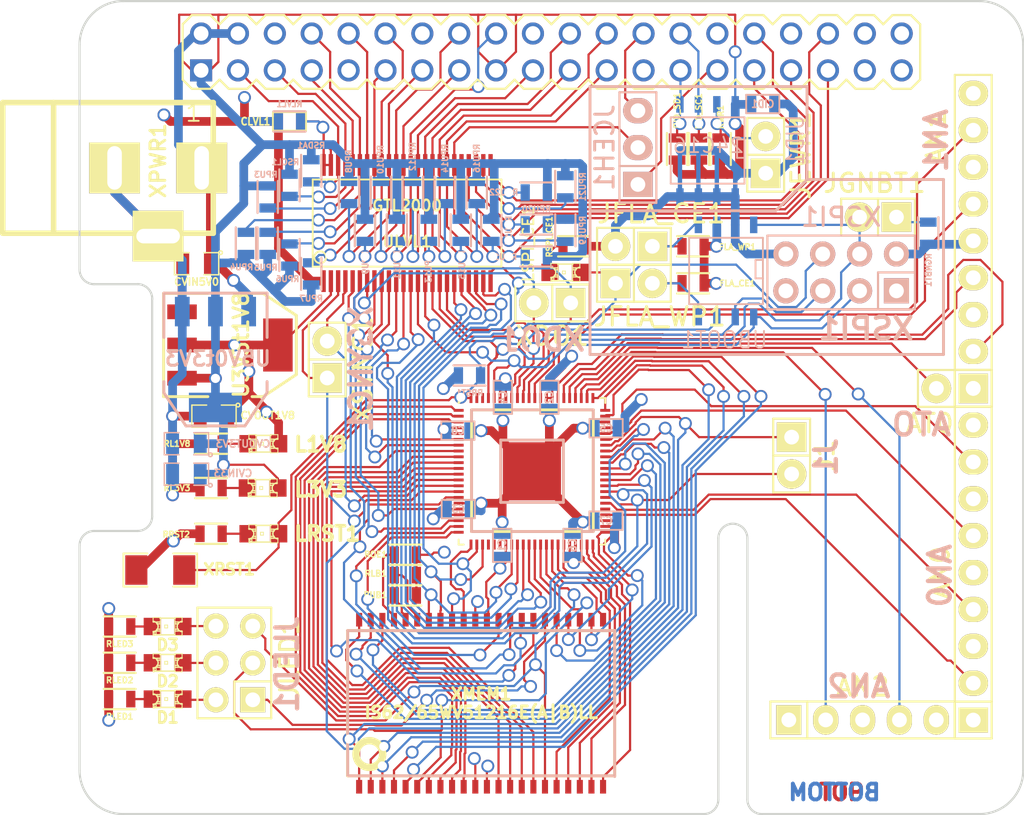
<source format=kicad_pcb>
(kicad_pcb (version 4) (host pcbnew 0.201411141246+5277~19~ubuntu14.04.1-product)
  (layers (0 Top signal) (1 In1.Cu power hide) (2 In2.Cu power hide) (31 Bottom signal) (34 B.Paste user hide) (35 F.Paste user hide) (36 B.SilkS user hide) (37 F.SilkS user hide) (38 B.Mask user hide) (39 F.Mask user hide) (44 Edge.Cuts user))
  (net 0 "")
  (net 1 GND)
  (net 2 +3.3V)
  (net 3 VDD)
  (net 4 /709.ao)
  (net 5 /709.ai)
  (net 6 /713.ao)
  (net 7 /713.ai)
  (net 8 /717.ao)
  (net 9 /717.ai)
  (net 10 /715.17)
  (net 11 /TXDO_L)
  (net 12 /RXDO_L)
  (net 13 /SDA1_H)
  (net 14 /SCL1_H)
  (net 15 /REFCLK1_H)
  (net 16 /GPIO_17_H)
  (net 17 /TXD0_H)
  (net 18 /RXD0_H)
  (net 19 /GPIO_18_H)
  (net 20 /REFCLK2_H)
  (net 21 /GPIO_22_H)
  (net 22 /SPI_MOSI_H)
  (net 23 /SPI_MISO_H)
  (net 24 /SPI_SCLK_H)
  (net 25 /GPIO_23_H)
  (net 26 /GPIO_24_H)
  (net 27 /GPIO_25_H)
  (net 28 /SPI_CEO_H)
  (net 29 /SPI_CE1_H)
  (net 30 /ID_SD)
  (net 31 /ID_SC)
  (net 32 /GPIO_05_H)
  (net 33 /GPIO_06_H)
  (net 34 /GPIO_13_H)
  (net 35 /GPIO_19_H)
  (net 36 /GPIO_12_H)
  (net 37 /GPIO_16_H)
  (net 38 /SCL1_L)
  (net 39 /SDA1_L)
  (net 40 "Net-(D1-Pad1)")
  (net 41 "Net-(D1-Pad2)")
  (net 42 "Net-(D2-Pad1)")
  (net 43 "Net-(D2-Pad2)")
  (net 44 "Net-(D3-Pad1)")
  (net 45 "Net-(D3-Pad2)")
  (net 46 REFCLK1_L)
  (net 47 /SPI_CE1_H/GPIO_05_H)
  (net 48 "Net-(JEWR1-Pad2)")
  (net 49 "Net-(LRST1-Pad2)")
  (net 50 /~CE)
  (net 51 /~WE)
  (net 52 GPIO_06_L)
  (net 53 GPIO_12_L)
  (net 54 /GPIO_23_L)
  (net 55 /GPIO_18_L)
  (net 56 GPIO_13_L)
  (net 57 GPIO_16_L)
  (net 58 GPIO_19_L)
  (net 59 /DATA6)
  (net 60 /DATA7)
  (net 61 /DATA8)
  (net 62 /DATA9)
  (net 63 /GPIO_22_L)
  (net 64 /GPIO_17_L)
  (net 65 /DATA10)
  (net 66 /DATA11)
  (net 67 /DATA12)
  (net 68 /ADDR17)
  (net 69 /ADDR16)
  (net 70 /ADDR15)
  (net 71 /ADDR14)
  (net 72 /ADDR13)
  (net 73 /ADDR12)
  (net 74 /ADDR11)
  (net 75 /ADDR10)
  (net 76 /GPIO_24_L)
  (net 77 /ADDR9)
  (net 78 /ADDR8)
  (net 79 /ADDR7)
  (net 80 /ADDR6)
  (net 81 /ADDR5)
  (net 82 /ADDR4)
  (net 83 /GPIO_25_L)
  (net 84 /ADDR3)
  (net 85 /ADDR2)
  (net 86 /ADDR1)
  (net 87 /ADDR0)
  (net 88 REFCLK2_L)
  (net 89 /617.ai)
  (net 90 /117.ai)
  (net 91 /617.ao)
  (net 92 /117.ao)
  (net 93 "Net-(CLVL1-Pad2)")
  (net 94 +5V)
  (net 95 SPI_~CE)
  (net 96 /JFLA_CE)
  (net 97 "Net-(JFLA_WP1-Pad1)")
  (net 98 "Net-(JGNBT1-Pad1)")
  (net 99 SPI_MISO)
  (net 100 /ADDRN18)
  (net 101 "Net-(L1V8-Pad2)")
  (net 102 "Net-(L3V3-Pad2)")
  (net 103 RST)
  (net 104 "Net-(LSPI_CE1-Pad2)")
  (net 105 "Net-(RLB1-Pad2)")
  (net 106 "Net-(ROE1-Pad2)")
  (net 107 "Net-(RUB1-Pad2)")
  (net 108 /DATA0)
  (net 109 /DATA1)
  (net 110 /DATA2)
  (net 111 /DATA3)
  (net 112 /DATA4)
  (net 113 /DATA5)
  (net 114 SPI_CE1_L/GPIO_05_L)
  (net 115 SPI_CLK)
  (net 116 SPI_MOSI)
  (module tssop2-44:TSSOPII-44_0.8mmPitch (layer Top) (at 44.6 65.675)
    (fp_text reference XMEM1 (at 0 -0.635) (layer F.SilkS) (effects (font (size 0.8128 0.8128) (thickness 0.2032))))
    (fp_text value "IS62/65WV51216E(A|B)LL" (at 0 0.635) (layer F.SilkS) (effects (font (size 0.8128 0.8128) (thickness 0.2032))))
    (pad 1 smd rect (at -8.40232 5.7531) (size 0.4191 0.9398) (layers Top F.Paste F.Mask) (net 82 /ADDR4))
    (pad 44 smd rect (at -8.40232 -5.7531) (size 0.4191 0.9398) (layers Top F.Paste F.Mask) (net 81 /ADDR5))
    (pad 2 smd rect (at -7.60222 5.7531) (size 0.4191 0.9398) (layers Top F.Paste F.Mask) (net 84 /ADDR3))
    (pad 43 smd rect (at -7.60222 -5.7531) (size 0.4191 0.9398) (layers Top F.Paste F.Mask) (net 80 /ADDR6))
    (pad 3 smd rect (at -6.80212 5.7531) (size 0.4191 0.9398) (layers Top F.Paste F.Mask) (net 85 /ADDR2))
    (pad 42 smd rect (at -6.80212 -5.7531) (size 0.4191 0.9398) (layers Top F.Paste F.Mask) (net 79 /ADDR7))
    (pad 4 smd rect (at -6.00202 5.7531) (size 0.4191 0.9398) (layers Top F.Paste F.Mask) (net 86 /ADDR1))
    (pad 41 smd rect (at -6.00202 -5.7531) (size 0.4191 0.9398) (layers Top F.Paste F.Mask) (net 106 "Net-(ROE1-Pad2)"))
    (pad 5 smd rect (at -5.20192 5.7531) (size 0.4191 0.9398) (layers Top F.Paste F.Mask) (net 87 /ADDR0))
    (pad 40 smd rect (at -5.20192 -5.7531) (size 0.4191 0.9398) (layers Top F.Paste F.Mask) (net 107 "Net-(RUB1-Pad2)"))
    (pad 6 smd rect (at -4.40182 5.7531) (size 0.4191 0.9398) (layers Top F.Paste F.Mask) (net 50 /~CE))
    (pad 39 smd rect (at -4.40182 -5.7531) (size 0.4191 0.9398) (layers Top F.Paste F.Mask) (net 105 "Net-(RLB1-Pad2)"))
    (pad 7 smd rect (at -3.60172 5.7531) (size 0.4191 0.9398) (layers Top F.Paste F.Mask) (net 108 /DATA0))
    (pad 38 smd rect (at -3.60172 -5.7531) (size 0.4191 0.9398) (layers Top F.Paste F.Mask) (net 56 GPIO_13_L))
    (pad 8 smd rect (at -2.80162 5.7531) (size 0.4191 0.9398) (layers Top F.Paste F.Mask) (net 109 /DATA1))
    (pad 37 smd rect (at -2.80162 -5.7531) (size 0.4191 0.9398) (layers Top F.Paste F.Mask) (net 53 GPIO_12_L))
    (pad 9 smd rect (at -2.00152 5.7531) (size 0.4191 0.9398) (layers Top F.Paste F.Mask) (net 110 /DATA2))
    (pad 36 smd rect (at -2.00152 -5.7531) (size 0.4191 0.9398) (layers Top F.Paste F.Mask) (net 52 GPIO_06_L))
    (pad 10 smd rect (at -1.20142 5.7531) (size 0.4191 0.9398) (layers Top F.Paste F.Mask) (net 111 /DATA3))
    (pad 35 smd rect (at -1.20142 -5.7531) (size 0.4191 0.9398) (layers Top F.Paste F.Mask) (net 67 /DATA12))
    (pad 11 smd rect (at -0.40132 5.7531) (size 0.4191 0.9398) (layers Top F.Paste F.Mask) (net 3 VDD))
    (pad 34 smd rect (at -0.40132 -5.7531) (size 0.4191 0.9398) (layers Top F.Paste F.Mask) (net 1 GND))
    (pad 12 smd rect (at 0.39878 5.7531) (size 0.4191 0.9398) (layers Top F.Paste F.Mask) (net 1 GND))
    (pad 33 smd rect (at 0.39878 -5.7531) (size 0.4191 0.9398) (layers Top F.Paste F.Mask) (net 3 VDD))
    (pad 13 smd rect (at 1.19888 5.7531) (size 0.4191 0.9398) (layers Top F.Paste F.Mask) (net 112 /DATA4))
    (pad 32 smd rect (at 1.19888 -5.7531) (size 0.4191 0.9398) (layers Top F.Paste F.Mask) (net 66 /DATA11))
    (pad 14 smd rect (at 1.99898 5.7531) (size 0.4191 0.9398) (layers Top F.Paste F.Mask) (net 113 /DATA5))
    (pad 31 smd rect (at 1.99898 -5.7531) (size 0.4191 0.9398) (layers Top F.Paste F.Mask) (net 65 /DATA10))
    (pad 15 smd rect (at 2.79908 5.7531) (size 0.4191 0.9398) (layers Top F.Paste F.Mask) (net 59 /DATA6))
    (pad 30 smd rect (at 2.79908 -5.7531) (size 0.4191 0.9398) (layers Top F.Paste F.Mask) (net 62 /DATA9))
    (pad 16 smd rect (at 3.59918 5.7531) (size 0.4191 0.9398) (layers Top F.Paste F.Mask) (net 60 /DATA7))
    (pad 29 smd rect (at 3.59918 -5.7531) (size 0.4191 0.9398) (layers Top F.Paste F.Mask) (net 61 /DATA8))
    (pad 17 smd rect (at 4.39928 5.7531) (size 0.4191 0.9398) (layers Top F.Paste F.Mask) (net 51 /~WE))
    (pad 28 smd rect (at 4.39928 -5.7531) (size 0.4191 0.9398) (layers Top F.Paste F.Mask) (net 100 /ADDRN18))
    (pad 18 smd rect (at 5.19938 5.7531) (size 0.4191 0.9398) (layers Top F.Paste F.Mask) (net 69 /ADDR16))
    (pad 27 smd rect (at 5.19938 -5.7531) (size 0.4191 0.9398) (layers Top F.Paste F.Mask) (net 78 /ADDR8))
    (pad 19 smd rect (at 5.99948 5.7531) (size 0.4191 0.9398) (layers Top F.Paste F.Mask) (net 70 /ADDR15))
    (pad 26 smd rect (at 5.99948 -5.7531) (size 0.4191 0.9398) (layers Top F.Paste F.Mask) (net 77 /ADDR9))
    (pad 20 smd rect (at 6.79958 5.7531) (size 0.4191 0.9398) (layers Top F.Paste F.Mask) (net 71 /ADDR14))
    (pad 25 smd rect (at 6.79958 -5.7531) (size 0.4191 0.9398) (layers Top F.Paste F.Mask) (net 75 /ADDR10))
    (pad 21 smd rect (at 7.59968 5.7531) (size 0.4191 0.9398) (layers Top F.Paste F.Mask) (net 72 /ADDR13))
    (pad 24 smd rect (at 7.59968 -5.7531) (size 0.4191 0.9398) (layers Top F.Paste F.Mask) (net 74 /ADDR11))
    (pad 22 smd rect (at 8.39978 5.7531) (size 0.4191 0.9398) (layers Top F.Paste F.Mask) (net 73 /ADDR12))
    (pad 23 smd rect (at 8.39978 -5.7531) (size 0.4191 0.9398) (layers Top F.Paste F.Mask) (net 68 /ADDR17))
  )
  (module qfn88:qfn88 (layer Top) (at 48.1 49.7)
    (fp_text reference U1)
    (fp_text value G144A12 hide)
    (pad 1 smd rect (at -5.04698 -4.19862) (size 0.68834 0.19812) (layers Top F.Paste F.Mask) (net 108 /DATA0))
    (pad 2 smd rect (at -5.04698 -3.7973) (size 0.68834 0.20066) (layers Top F.Paste F.Mask) (net 109 /DATA1))
    (pad 3 smd rect (at -5.04698 -3.39852) (size 0.68834 0.19812) (layers Top F.Paste F.Mask) (net 110 /DATA2))
    (pad 4 smd rect (at -5.04698 -2.9972) (size 0.68834 0.20066) (layers Top F.Paste F.Mask) (net 3 VDD))
    (pad 5 smd rect (at -5.04698 -2.59842) (size 0.68834 0.19812) (layers Top F.Paste F.Mask) (net 3 VDD))
    (pad 6 smd rect (at -5.04698 -2.1971) (size 0.68834 0.20066) (layers Top F.Paste F.Mask) (net 63 /GPIO_22_L))
    (pad 7 smd rect (at -5.04698 -1.79832) (size 0.68834 0.20066) (layers Top F.Paste F.Mask) (net 54 /GPIO_23_L))
    (pad 8 smd rect (at -5.04698 -1.397) (size 0.68834 0.20066) (layers Top F.Paste F.Mask) (net 111 /DATA3))
    (pad 9 smd rect (at -5.04698 -0.99822) (size 0.68834 0.20066) (layers Top F.Paste F.Mask) (net 112 /DATA4))
    (pad 10 smd rect (at -5.04698 -0.5969) (size 0.68834 0.20066) (layers Top F.Paste F.Mask) (net 113 /DATA5))
    (pad 11 smd rect (at -5.04698 -0.19812) (size 0.68834 0.20066) (layers Top F.Paste F.Mask) (net 59 /DATA6))
    (pad 12 smd rect (at -5.04698 0.19812) (size 0.68834 0.20066) (layers Top F.Paste F.Mask) (net 60 /DATA7))
    (pad 13 smd rect (at -5.04698 0.5969) (size 0.68834 0.20066) (layers Top F.Paste F.Mask) (net 61 /DATA8))
    (pad 14 smd rect (at -5.04698 0.99822) (size 0.68834 0.20066) (layers Top F.Paste F.Mask) (net 38 /SCL1_L))
    (pad 15 smd rect (at -5.04698 1.397) (size 0.68834 0.20066) (layers Top F.Paste F.Mask) (net 39 /SDA1_L))
    (pad 16 smd rect (at -5.04698 1.79832) (size 0.68834 0.20066) (layers Top F.Paste F.Mask) (net 62 /DATA9))
    (pad 17 smd rect (at -5.04698 2.1971) (size 0.68834 0.20066) (layers Top F.Paste F.Mask) (net 3 VDD))
    (pad 18 smd rect (at -5.04698 2.59842) (size 0.68834 0.19812) (layers Top F.Paste F.Mask) (net 55 /GPIO_18_L))
    (pad 19 smd rect (at -5.04698 2.9972) (size 0.68834 0.20066) (layers Top F.Paste F.Mask) (net 3 VDD))
    (pad 20 smd rect (at -5.04698 3.39852) (size 0.68834 0.19812) (layers Top F.Paste F.Mask) (net 64 /GPIO_17_L))
    (pad 21 smd rect (at -5.04698 3.7973) (size 0.68834 0.20066) (layers Top F.Paste F.Mask) (net 65 /DATA10))
    (pad 22 smd rect (at -5.04698 4.19862) (size 0.68834 0.19812) (layers Top F.Paste F.Mask) (net 66 /DATA11))
    (pad 23 smd rect (at -4.19862 5.04698) (size 0.19812 0.68834) (layers Top F.Paste F.Mask) (net 67 /DATA12))
    (pad 24 smd rect (at -3.7973 5.04698) (size 0.20066 0.68834) (layers Top F.Paste F.Mask) (net 52 GPIO_06_L))
    (pad 25 smd rect (at -3.39852 5.04698) (size 0.19812 0.68834) (layers Top F.Paste F.Mask) (net 53 GPIO_12_L))
    (pad 26 smd rect (at -2.9972 5.04698) (size 0.20066 0.68834) (layers Top F.Paste F.Mask))
    (pad 27 smd rect (at -2.59842 5.04698) (size 0.19812 0.68834) (layers Top F.Paste F.Mask))
    (pad 28 smd rect (at -2.1971 5.04698) (size 0.20066 0.68834) (layers Top F.Paste F.Mask) (net 3 VDD))
    (pad 29 smd rect (at -1.79832 5.04698) (size 0.20066 0.68834) (layers Top F.Paste F.Mask) (net 3 VDD))
    (pad 30 smd rect (at -1.397 5.04698) (size 0.20066 0.68834) (layers Top F.Paste F.Mask) (net 56 GPIO_13_L))
    (pad 31 smd rect (at -0.99822 5.04698) (size 0.20066 0.68834) (layers Top F.Paste F.Mask) (net 57 GPIO_16_L))
    (pad 32 smd rect (at -0.5969 5.04698) (size 0.20066 0.68834) (layers Top F.Paste F.Mask) (net 58 GPIO_19_L))
    (pad 33 smd rect (at -0.19812 5.04698) (size 0.20066 0.68834) (layers Top F.Paste F.Mask) (net 114 SPI_CE1_L/GPIO_05_L))
    (pad 34 smd rect (at 0.19812 5.04698) (size 0.20066 0.68834) (layers Top F.Paste F.Mask) (net 100 /ADDRN18))
    (pad 35 smd rect (at 0.5969 5.04698) (size 0.20066 0.68834) (layers Top F.Paste F.Mask) (net 50 /~CE))
    (pad 36 smd rect (at 0.99822 5.04698) (size 0.20066 0.68834) (layers Top F.Paste F.Mask) (net 51 /~WE))
    (pad 37 smd rect (at 1.397 5.04698) (size 0.20066 0.68834) (layers Top F.Paste F.Mask) (net 68 /ADDR17))
    (pad 38 smd rect (at 1.79832 5.04698) (size 0.20066 0.68834) (layers Top F.Paste F.Mask) (net 69 /ADDR16))
    (pad 39 smd rect (at 2.1971 5.04698) (size 0.20066 0.68834) (layers Top F.Paste F.Mask) (net 70 /ADDR15))
    (pad 40 smd rect (at 2.59842 5.04698) (size 0.19812 0.68834) (layers Top F.Paste F.Mask) (net 3 VDD))
    (pad 41 smd rect (at 2.9972 5.04698) (size 0.20066 0.68834) (layers Top F.Paste F.Mask) (net 3 VDD))
    (pad 42 smd rect (at 3.39852 5.04698) (size 0.19812 0.68834) (layers Top F.Paste F.Mask) (net 71 /ADDR14))
    (pad 43 smd rect (at 3.7973 5.04698) (size 0.20066 0.68834) (layers Top F.Paste F.Mask) (net 72 /ADDR13))
    (pad 44 smd rect (at 4.19862 5.04698) (size 0.19812 0.68834) (layers Top F.Paste F.Mask) (net 73 /ADDR12))
    (pad 45 smd rect (at 5.04698 4.19862) (size 0.68834 0.19812) (layers Top F.Paste F.Mask) (net 74 /ADDR11))
    (pad 46 smd rect (at 5.04698 3.7973) (size 0.68834 0.20066) (layers Top F.Paste F.Mask) (net 75 /ADDR10))
    (pad 47 smd rect (at 5.04698 3.39852) (size 0.68834 0.19812) (layers Top F.Paste F.Mask) (net 3 VDD))
    (pad 48 smd rect (at 5.04698 2.9972) (size 0.68834 0.20066) (layers Top F.Paste F.Mask) (net 90 /117.ai))
    (pad 49 smd rect (at 5.04698 2.59842) (size 0.68834 0.19812) (layers Top F.Paste F.Mask))
    (pad 50 smd rect (at 5.04698 2.1971) (size 0.68834 0.20066) (layers Top F.Paste F.Mask) (net 92 /117.ao))
    (pad 51 smd rect (at 5.04698 1.79832) (size 0.68834 0.20066) (layers Top F.Paste F.Mask) (net 88 REFCLK2_L))
    (pad 52 smd rect (at 5.04698 1.397) (size 0.68834 0.20066) (layers Top F.Paste F.Mask) (net 76 /GPIO_24_L))
    (pad 53 smd rect (at 5.04698 0.99822) (size 0.68834 0.20066) (layers Top F.Paste F.Mask) (net 77 /ADDR9))
    (pad 54 smd rect (at 5.04698 0.5969) (size 0.68834 0.20066) (layers Top F.Paste F.Mask) (net 78 /ADDR8))
    (pad 55 smd rect (at 5.04698 0.19812) (size 0.68834 0.20066) (layers Top F.Paste F.Mask) (net 79 /ADDR7))
    (pad 56 smd rect (at 5.04698 -0.19812) (size 0.68834 0.20066) (layers Top F.Paste F.Mask) (net 80 /ADDR6))
    (pad 57 smd rect (at 5.04698 -0.5969) (size 0.68834 0.20066) (layers Top F.Paste F.Mask) (net 81 /ADDR5))
    (pad 58 smd rect (at 5.04698 -0.99822) (size 0.68834 0.20066) (layers Top F.Paste F.Mask) (net 82 /ADDR4))
    (pad 59 smd rect (at 5.04698 -1.397) (size 0.68834 0.20066) (layers Top F.Paste F.Mask) (net 83 /GPIO_25_L))
    (pad 60 smd rect (at 5.04698 -1.79832) (size 0.68834 0.20066) (layers Top F.Paste F.Mask) (net 46 REFCLK1_L))
    (pad 61 smd rect (at 5.04698 -2.1971) (size 0.68834 0.20066) (layers Top F.Paste F.Mask) (net 89 /617.ai))
    (pad 62 smd rect (at 5.04698 -2.59842) (size 0.68834 0.19812) (layers Top F.Paste F.Mask) (net 3 VDD))
    (pad 63 smd rect (at 5.04698 -2.9972) (size 0.68834 0.20066) (layers Top F.Paste F.Mask) (net 91 /617.ao))
    (pad 64 smd rect (at 5.04698 -3.39852) (size 0.68834 0.19812) (layers Top F.Paste F.Mask) (net 3 VDD))
    (pad 65 smd rect (at 5.04698 -3.7973) (size 0.68834 0.20066) (layers Top F.Paste F.Mask) (net 84 /ADDR3))
    (pad 66 smd rect (at 5.04698 -4.19862) (size 0.68834 0.19812) (layers Top F.Paste F.Mask) (net 85 /ADDR2))
    (pad 67 smd rect (at 4.19862 -5.04698) (size 0.19812 0.68834) (layers Top F.Paste F.Mask) (net 86 /ADDR1))
    (pad 68 smd rect (at 3.7973 -5.04698) (size 0.20066 0.68834) (layers Top F.Paste F.Mask) (net 87 /ADDR0))
    (pad 69 smd rect (at 3.39852 -5.04698) (size 0.19812 0.68834) (layers Top F.Paste F.Mask) (net 9 /717.ai))
    (pad 70 smd rect (at 2.9972 -5.04698) (size 0.20066 0.68834) (layers Top F.Paste F.Mask) (net 8 /717.ao))
    (pad 71 smd rect (at 2.59842 -5.04698) (size 0.19812 0.68834) (layers Top F.Paste F.Mask) (net 10 /715.17))
    (pad 72 smd rect (at 2.1971 -5.04698) (size 0.20066 0.68834) (layers Top F.Paste F.Mask) (net 6 /713.ao))
    (pad 73 smd rect (at 1.79832 -5.04698) (size 0.20066 0.68834) (layers Top F.Paste F.Mask) (net 7 /713.ai))
    (pad 74 smd rect (at 1.397 -5.04698) (size 0.20066 0.68834) (layers Top F.Paste F.Mask) (net 3 VDD))
    (pad 75 smd rect (at 0.99822 -5.04698) (size 0.20066 0.68834) (layers Top F.Paste F.Mask) (net 3 VDD))
    (pad 76 smd rect (at 0.5969 -5.04698) (size 0.20066 0.68834) (layers Top F.Paste F.Mask) (net 5 /709.ai))
    (pad 77 smd rect (at 0.19812 -5.04698) (size 0.20066 0.68834) (layers Top F.Paste F.Mask) (net 4 /709.ao))
    (pad 78 smd rect (at -0.19812 -5.04698) (size 0.20066 0.68834) (layers Top F.Paste F.Mask) (net 11 /TXDO_L))
    (pad 79 smd rect (at -0.5969 -5.04698) (size 0.20066 0.68834) (layers Top F.Paste F.Mask) (net 12 /RXDO_L))
    (pad 80 smd rect (at -0.99822 -5.04698) (size 0.20066 0.68834) (layers Top F.Paste F.Mask) (net 115 SPI_CLK))
    (pad 81 smd rect (at -1.397 -5.04698) (size 0.20066 0.68834) (layers Top F.Paste F.Mask) (net 95 SPI_~CE))
    (pad 82 smd rect (at -1.79832 -5.04698) (size 0.20066 0.68834) (layers Top F.Paste F.Mask) (net 3 VDD))
    (pad 83 smd rect (at -2.1971 -5.04698) (size 0.20066 0.68834) (layers Top F.Paste F.Mask) (net 3 VDD))
    (pad 84 smd rect (at -2.59842 -5.04698) (size 0.19812 0.68834) (layers Top F.Paste F.Mask) (net 116 SPI_MOSI))
    (pad 85 smd rect (at -2.9972 -5.04698) (size 0.20066 0.68834) (layers Top F.Paste F.Mask) (net 99 SPI_MISO))
    (pad 86 smd rect (at -3.39852 -5.04698) (size 0.19812 0.68834) (layers Top F.Paste F.Mask))
    (pad 87 smd rect (at -3.7973 -5.04698) (size 0.20066 0.68834) (layers Top F.Paste F.Mask))
    (pad 88 smd rect (at -4.19862 -5.04698) (size 0.19812 0.68834) (layers Top F.Paste F.Mask) (net 103 RST))
    (pad DAP smd rect (at 0 0) (size 4 4) (layers Top F.Mask) (net 1 GND))
  )
  (module "" (layer Top) (at 20.4411 69.8136)
    (fp_text reference @HOLE0 hide)
    (fp_text value "" (at 0 0) (layer F.SilkS))
    (pad "" np_thru_hole circle (at 0 0) (size 2.8 2.8) (drill 2.8) (layers *.Cu))
  )
  (module "" (layer Top) (at 20.4411 20.8136)
    (fp_text reference @HOLE1 hide)
    (fp_text value "" (at 0 0) (layer F.SilkS))
    (pad "" np_thru_hole circle (at 0 0) (size 2.8 2.8) (drill 2.8) (layers *.Cu))
  )
  (module "" (layer Top) (at 78.4411 20.8136)
    (fp_text reference @HOLE2 hide)
    (fp_text value "" (at 0 0) (layer F.SilkS))
    (pad "" np_thru_hole circle (at 0 0) (size 2.8 2.8) (drill 2.8) (layers *.Cu))
  )
  (module "" (layer Top) (at 78.4411 69.8136)
    (fp_text reference @HOLE3 hide)
    (fp_text value "" (at 0 0) (layer F.SilkS))
    (pad "" np_thru_hole circle (at 0 0) (size 2.8 2.8) (drill 2.8) (layers *.Cu))
  )
  (module pin20x2:PIN_20X2 (layer Top) (at 49.4411 20.8136)
    (fp_text reference XRPI1 hide)
    (fp_text value RPI_BPLUS_GPIO hide)
    (fp_text user 1 (at -24.638 4.191) (layer F.SilkS) (effects (font (size 1.2065 1.2065) (thickness 0.127))))
    (pad 1 thru_hole rect (at -24.13 1.27) (size 1.524 1.524) (drill 1.016) (layers *.Cu *.Mask) (net 2 +3.3V))
    (pad 3 thru_hole circle (at -21.59 1.27) (size 1.524 1.524) (drill 1.016) (layers *.Cu *.Mask) (net 13 /SDA1_H))
    (pad 5 thru_hole circle (at -19.05 1.27) (size 1.524 1.524) (drill 1.016) (layers *.Cu *.Mask) (net 14 /SCL1_H))
    (pad 7 thru_hole circle (at -16.51 1.27) (size 1.524 1.524) (drill 1.016) (layers *.Cu *.Mask) (net 15 /REFCLK1_H))
    (pad 9 thru_hole circle (at -13.97 1.27) (size 1.524 1.524) (drill 1.016) (layers *.Cu *.Mask) (net 1 GND))
    (pad 11 thru_hole circle (at -11.43 1.27) (size 1.524 1.524) (drill 1.016) (layers *.Cu *.Mask) (net 16 /GPIO_17_H))
    (pad 2 thru_hole circle (at -24.13 -1.27) (size 1.524 1.524) (drill 1.016) (layers *.Cu *.Mask) (net 94 +5V))
    (pad 4 thru_hole circle (at -21.59 -1.27) (size 1.524 1.524) (drill 1.016) (layers *.Cu *.Mask) (net 94 +5V))
    (pad 6 thru_hole circle (at -19.05 -1.27) (size 1.524 1.524) (drill 1.016) (layers *.Cu *.Mask) (net 1 GND))
    (pad 8 thru_hole circle (at -16.51 -1.27) (size 1.524 1.524) (drill 1.016) (layers *.Cu *.Mask) (net 17 /TXD0_H))
    (pad 10 thru_hole circle (at -13.97 -1.27) (size 1.524 1.524) (drill 1.016) (layers *.Cu *.Mask) (net 18 /RXD0_H))
    (pad 12 thru_hole circle (at -11.43 -1.27) (size 1.524 1.524) (drill 1.016) (layers *.Cu *.Mask) (net 19 /GPIO_18_H))
    (pad 13 thru_hole circle (at -8.89 1.27) (size 1.524 1.524) (drill 1.016) (layers *.Cu *.Mask) (net 20 /REFCLK2_H))
    (pad 14 thru_hole circle (at -8.89 -1.27) (size 1.524 1.524) (drill 1.016) (layers *.Cu *.Mask) (net 1 GND))
    (pad 15 thru_hole circle (at -6.35 1.27) (size 1.524 1.524) (drill 1.016) (layers *.Cu *.Mask) (net 21 /GPIO_22_H))
    (pad 17 thru_hole circle (at -3.81 1.27) (size 1.524 1.524) (drill 1.016) (layers *.Cu *.Mask) (net 2 +3.3V))
    (pad 19 thru_hole circle (at -1.27 1.27) (size 1.524 1.524) (drill 1.016) (layers *.Cu *.Mask) (net 22 /SPI_MOSI_H))
    (pad 21 thru_hole circle (at 1.27 1.27) (size 1.524 1.524) (drill 1.016) (layers *.Cu *.Mask) (net 23 /SPI_MISO_H))
    (pad 23 thru_hole circle (at 3.81 1.27) (size 1.524 1.524) (drill 1.016) (layers *.Cu *.Mask) (net 24 /SPI_SCLK_H))
    (pad 25 thru_hole circle (at 6.35 1.27) (size 1.524 1.524) (drill 1.016) (layers *.Cu *.Mask) (net 1 GND))
    (pad 16 thru_hole circle (at -6.35 -1.27) (size 1.524 1.524) (drill 1.016) (layers *.Cu *.Mask) (net 25 /GPIO_23_H))
    (pad 18 thru_hole circle (at -3.81 -1.27) (size 1.524 1.524) (drill 1.016) (layers *.Cu *.Mask) (net 26 /GPIO_24_H))
    (pad 20 thru_hole circle (at -1.27 -1.27) (size 1.524 1.524) (drill 1.016) (layers *.Cu *.Mask) (net 1 GND))
    (pad 22 thru_hole circle (at 1.27 -1.27) (size 1.524 1.524) (drill 1.016) (layers *.Cu *.Mask) (net 27 /GPIO_25_H))
    (pad 24 thru_hole circle (at 3.81 -1.27) (size 1.524 1.524) (drill 1.016) (layers *.Cu *.Mask) (net 28 /SPI_CEO_H))
    (pad 26 thru_hole circle (at 6.35 -1.27) (size 1.524 1.524) (drill 1.016) (layers *.Cu *.Mask) (net 29 /SPI_CE1_H))
    (pad 27 thru_hole circle (at 8.89 1.27) (size 1.524 1.524) (drill 1.016) (layers *.Cu *.Mask) (net 30 /ID_SD))
    (pad 28 thru_hole circle (at 8.89 -1.27) (size 1.524 1.524) (drill 1.016) (layers *.Cu *.Mask) (net 31 /ID_SC))
    (pad 29 thru_hole circle (at 11.43 1.27) (size 1.524 1.524) (drill 1.016) (layers *.Cu *.Mask) (net 32 /GPIO_05_H))
    (pad 31 thru_hole circle (at 13.97 1.27) (size 1.524 1.524) (drill 1.016) (layers *.Cu *.Mask) (net 33 /GPIO_06_H))
    (pad 33 thru_hole circle (at 16.51 1.27) (size 1.524 1.524) (drill 1.016) (layers *.Cu *.Mask) (net 34 /GPIO_13_H))
    (pad 35 thru_hole circle (at 19.05 1.27) (size 1.524 1.524) (drill 1.016) (layers *.Cu *.Mask) (net 35 /GPIO_19_H))
    (pad 37 thru_hole circle (at 21.59 1.27) (size 1.524 1.524) (drill 1.016) (layers *.Cu *.Mask))
    (pad 39 thru_hole circle (at 24.13 1.27) (size 1.524 1.524) (drill 1.016) (layers *.Cu *.Mask) (net 1 GND))
    (pad 30 thru_hole circle (at 11.43 -1.27) (size 1.524 1.524) (drill 1.016) (layers *.Cu *.Mask) (net 1 GND))
    (pad 32 thru_hole circle (at 13.97 -1.27) (size 1.524 1.524) (drill 1.016) (layers *.Cu *.Mask) (net 36 /GPIO_12_H))
    (pad 34 thru_hole circle (at 16.51 -1.27) (size 1.524 1.524) (drill 1.016) (layers *.Cu *.Mask) (net 1 GND))
    (pad 36 thru_hole circle (at 19.05 -1.27) (size 1.524 1.524) (drill 1.016) (layers *.Cu *.Mask) (net 37 /GPIO_16_H))
    (pad 38 thru_hole circle (at 21.59 -1.27) (size 1.524 1.524) (drill 1.016) (layers *.Cu *.Mask))
    (pad 40 thru_hole circle (at 24.13 -1.27) (size 1.524 1.524) (drill 1.016) (layers *.Cu *.Mask))
  )
  (module SMD_Packages:SMD-0603 (layer Bottom) (at 46.05 54.8 90)
    (fp_text reference C1 (at 0 0 90) (layer B.SilkS) (effects (font (size 0.508 0.4572) (thickness 0.1143)) (justify mirror)))
    (fp_text value 100nF hide)
    (pad 1 smd rect (at -0.762 0 90) (size 0.635 1.143) (layers Bottom B.Paste B.Mask) (net 3 VDD))
    (pad 2 smd rect (at 0.762 0 90) (size 0.635 1.143) (layers Bottom B.Paste B.Mask) (net 1 GND))
  )
  (module SMD_Packages:SMD-0603 (layer Bottom) (at 49.3 44.6 270)
    (fp_text reference C2 (at 0 0 270) (layer B.SilkS) (effects (font (size 0.508 0.4572) (thickness 0.1143)) (justify mirror)))
    (fp_text value 100nF hide)
    (pad 1 smd rect (at -0.762 0 270) (size 0.635 1.143) (layers Bottom B.Paste B.Mask) (net 3 VDD))
    (pad 2 smd rect (at 0.762 0 270) (size 0.635 1.143) (layers Bottom B.Paste B.Mask) (net 1 GND))
  )
  (module SMD_Packages:SMD-0603 (layer Bottom) (at 43.025 52.3)
    (fp_text reference C3 (at 0 0) (layer B.SilkS) (effects (font (size 0.508 0.4572) (thickness 0.1143)) (justify mirror)))
    (fp_text value 100nF hide)
    (pad 1 smd rect (at -0.762 0) (size 0.635 1.143) (layers Bottom B.Paste B.Mask) (net 3 VDD))
    (pad 2 smd rect (at 0.762 0) (size 0.635 1.143) (layers Bottom B.Paste B.Mask) (net 1 GND))
  )
  (module SMD_Packages:SMD-0603 (layer Bottom) (at 46.1 44.6 270)
    (fp_text reference C4 (at 0 0 270) (layer B.SilkS) (effects (font (size 0.508 0.4572) (thickness 0.1143)) (justify mirror)))
    (fp_text value 100nF hide)
    (pad 1 smd rect (at -0.762 0 270) (size 0.635 1.143) (layers Bottom B.Paste B.Mask) (net 3 VDD))
    (pad 2 smd rect (at 0.762 0 270) (size 0.635 1.143) (layers Bottom B.Paste B.Mask) (net 1 GND))
  )
  (module SMD_Packages:SMD-0603 (layer Bottom) (at 53.21 46.73 180)
    (fp_text reference C5 (at 0 0 180) (layer B.SilkS) (effects (font (size 0.508 0.4572) (thickness 0.1143)) (justify mirror)))
    (fp_text value 100nF hide)
    (pad 1 smd rect (at -0.762 0 180) (size 0.635 1.143) (layers Bottom B.Paste B.Mask) (net 3 VDD))
    (pad 2 smd rect (at 0.762 0 180) (size 0.635 1.143) (layers Bottom B.Paste B.Mask) (net 1 GND))
  )
  (module LEDs:LED-0805 (layer Top) (at 23.005 65.39 180)
    (fp_text reference D1 (at 0 -1.27 180) (layer F.SilkS) (effects (font (size 0.762 0.762) (thickness 0.1905))))
    (fp_text value LED hide)
    (pad 1 smd rect (at -1.04902 0 180) (size 1.19888 1.19888) (layers Top F.Paste F.Mask) (net 40 "Net-(D1-Pad1)"))
    (pad 2 smd rect (at 1.04902 0 180) (size 1.19888 1.19888) (layers Top F.Paste F.Mask) (net 41 "Net-(D1-Pad2)"))
  )
  (module LEDs:LED-0805 (layer Top) (at 23.005 62.89 180)
    (fp_text reference D2 (at 0 -1.27 180) (layer F.SilkS) (effects (font (size 0.762 0.762) (thickness 0.1905))))
    (fp_text value LED hide)
    (pad 1 smd rect (at -1.04902 0 180) (size 1.19888 1.19888) (layers Top F.Paste F.Mask) (net 42 "Net-(D2-Pad1)"))
    (pad 2 smd rect (at 1.04902 0 180) (size 1.19888 1.19888) (layers Top F.Paste F.Mask) (net 43 "Net-(D2-Pad2)"))
  )
  (module LEDs:LED-0805 (layer Top) (at 23.005 60.39 180)
    (fp_text reference D3 (at 0 -1.27 180) (layer F.SilkS) (effects (font (size 0.762 0.762) (thickness 0.1905))))
    (fp_text value LED hide)
    (pad 1 smd rect (at -1.04902 0 180) (size 1.19888 1.19888) (layers Top F.Paste F.Mask) (net 44 "Net-(D3-Pad1)"))
    (pad 2 smd rect (at 1.04902 0 180) (size 1.19888 1.19888) (layers Top F.Paste F.Mask) (net 45 "Net-(D3-Pad2)"))
  )
  (module Pin_Headers:Pin_Header_Straight_1x02 (layer Top) (at 65.9892 48.6156 270)
    (fp_text reference J1 (at 0 -2.286 270) (layer F.SilkS) (effects (font (size 1.27 1.27) (thickness 0.2032))))
    (fp_text value JCLK hide)
    (pad 1 thru_hole rect (at -1.27 0 270) (size 2.032 2.032) (drill 1.016) (layers *.Cu *.Mask F.SilkS) (net 46 REFCLK1_L))
    (pad 2 thru_hole oval (at 1.27 0 270) (size 2.032 2.032) (drill 1.016) (layers *.Cu *.Mask F.SilkS) (net 88 REFCLK2_L))
  )
  (module Pin_Headers:Pin_Header_Straight_1x03 (layer Bottom) (at 55.4 27.4 90)
    (fp_text reference JCEH1 (at 0 -2.286 90) (layer B.SilkS) (effects (font (size 1.27 1.27) (thickness 0.2032)) (justify mirror)))
    (fp_text value JCEH hide)
    (pad 1 thru_hole rect (at -2.54 0 90) (size 1.7272 2.032) (drill 1.016) (layers *.Cu *.Mask B.SilkS) (net 32 /GPIO_05_H))
    (pad 2 thru_hole oval (at 0 0 90) (size 1.7272 2.032) (drill 1.016) (layers *.Cu *.Mask B.SilkS) (net 47 /SPI_CE1_H/GPIO_05_H))
    (pad 3 thru_hole oval (at 2.54 0 90) (size 1.7272 2.032) (drill 1.016) (layers *.Cu *.Mask B.SilkS) (net 29 /SPI_CE1_H))
  )
  (module Pin_Headers:Pin_Header_Straight_1x02 (layer Top) (at 64.2 27.9 90)
    (fp_text reference JEWR1 (at -0.05 2.425 90) (layer F.SilkS) (effects (font (size 1.27 1.27) (thickness 0.2032))))
    (fp_text value JEWR hide)
    (pad 1 thru_hole rect (at -1.27 0 90) (size 2.032 2.032) (drill 1.016) (layers *.Cu *.Mask F.SilkS) (net 1 GND))
    (pad 2 thru_hole oval (at 1.27 0 90) (size 2.032 2.032) (drill 1.016) (layers *.Cu *.Mask F.SilkS) (net 48 "Net-(JEWR1-Pad2)"))
  )
  (module LEDs:LED-0805 (layer Top) (at 29.6 54 180)
    (fp_text reference LRST1 (at -4.4 0 180) (layer F.SilkS) (effects (font (thickness 0.25))))
    (fp_text value LED hide)
    (pad 1 smd rect (at -1.04902 0 180) (size 1.19888 1.19888) (layers Top F.Paste F.Mask) (net 103 RST))
    (pad 2 smd rect (at 1.04902 0 180) (size 1.19888 1.19888) (layers Top F.Paste F.Mask) (net 49 "Net-(LRST1-Pad2)"))
  )
  (module Pin_Headers:Pin_Header_Straight_2x03 (layer Top) (at 27.6 62.9 90)
    (fp_text reference JLED1 (at 0.3 3.8 90) (layer F.SilkS) (effects (font (size 1.27 1.27) (thickness 0.2032))))
    (fp_text value "Debug Led Jumpers" hide)
    (pad 1 thru_hole rect (at -2.54 1.27 90) (size 1.7272 1.7272) (drill 1.016) (layers *.Cu *.Mask F.SilkS) (net 100 /ADDRN18))
    (pad 2 thru_hole oval (at -2.54 -1.27 90) (size 1.7272 1.7272) (drill 1.016) (layers *.Cu *.Mask F.SilkS) (net 40 "Net-(D1-Pad1)"))
    (pad 3 thru_hole oval (at 0 1.27 90) (size 1.7272 1.7272) (drill 1.016) (layers *.Cu *.Mask F.SilkS) (net 50 /~CE))
    (pad 4 thru_hole oval (at 0 -1.27 90) (size 1.7272 1.7272) (drill 1.016) (layers *.Cu *.Mask F.SilkS) (net 42 "Net-(D2-Pad1)"))
    (pad 5 thru_hole oval (at 2.54 1.27 90) (size 1.7272 1.7272) (drill 1.016) (layers *.Cu *.Mask F.SilkS) (net 51 /~WE))
    (pad 6 thru_hole oval (at 2.54 -1.27 90) (size 1.7272 1.7272) (drill 1.016) (layers *.Cu *.Mask F.SilkS) (net 44 "Net-(D3-Pad1)"))
  )
  (module SMD_Packages:SOIC-8-N (layer Bottom) (at 60.2 27.6 180)
    (fp_text reference UID1 (at -6.05 0.7 270) (layer B.SilkS) (effects (font (size 1.143 1.016) (thickness 0.127)) (justify mirror)))
    (fp_text value 24C16 (at -0.05 0.35 180) (layer B.SilkS) (effects (font (size 1.016 1.016) (thickness 0.127)) (justify mirror)))
    (pad 8 smd rect (at -1.905 3.175 180) (size 0.508 1.143) (layers Bottom B.Paste B.Mask) (net 2 +3.3V))
    (pad 7 smd rect (at -0.635 3.175 180) (size 0.508 1.143) (layers Bottom B.Paste B.Mask) (net 48 "Net-(JEWR1-Pad2)"))
    (pad 6 smd rect (at 0.635 3.175 180) (size 0.508 1.143) (layers Bottom B.Paste B.Mask) (net 31 /ID_SC))
    (pad 5 smd rect (at 1.905 3.175 180) (size 0.508 1.143) (layers Bottom B.Paste B.Mask) (net 30 /ID_SD))
    (pad 4 smd rect (at 1.905 -3.175 180) (size 0.508 1.143) (layers Bottom B.Paste B.Mask) (net 1 GND))
    (pad 3 smd rect (at 0.635 -3.175 180) (size 0.508 1.143) (layers Bottom B.Paste B.Mask) (net 1 GND))
    (pad 2 smd rect (at -0.635 -3.175 180) (size 0.508 1.143) (layers Bottom B.Paste B.Mask) (net 1 GND))
    (pad 1 smd rect (at -1.905 -3.175 180) (size 0.508 1.143) (layers Bottom B.Paste B.Mask) (net 1 GND))
  )
  (module SMD_Packages:TSSOP-48 (layer Top) (at 39.5 32.6)
    (fp_text reference ULVL1 (at 0 1.27) (layer F.SilkS) (effects (font (size 0.7493 0.7493) (thickness 0.14986))))
    (fp_text value GTL2000 (at 0 -1.2065) (layer F.SilkS) (effects (font (size 0.7493 0.7493) (thickness 0.14986))))
    (pad 38 smd rect (at -0.7493 -4.0005) (size 0.29972 1.50114) (layers Top F.Paste F.Mask) (net 25 /GPIO_23_H))
    (pad 39 smd rect (at -1.24968 -4.0005) (size 0.29972 1.50114) (layers Top F.Paste F.Mask) (net 20 /REFCLK2_H))
    (pad 40 smd rect (at -1.75006 -4.0005) (size 0.29972 1.50114) (layers Top F.Paste F.Mask) (net 19 /GPIO_18_H))
    (pad 41 smd rect (at -2.25044 -4.0005) (size 0.29972 1.50114) (layers Top F.Paste F.Mask) (net 16 /GPIO_17_H))
    (pad 42 smd rect (at -2.75082 -4.0005) (size 0.29972 1.50114) (layers Top F.Paste F.Mask) (net 18 /RXD0_H))
    (pad 43 smd rect (at -3.2512 -4.0005) (size 0.29972 1.50114) (layers Top F.Paste F.Mask) (net 17 /TXD0_H))
    (pad 44 smd rect (at -3.74904 -4.0005) (size 0.29972 1.50114) (layers Top F.Paste F.Mask) (net 15 /REFCLK1_H))
    (pad 45 smd rect (at -4.24942 -4.0005) (size 0.29972 1.50114) (layers Top F.Paste F.Mask) (net 14 /SCL1_H))
    (pad 46 smd rect (at -4.7498 -4.0005) (size 0.29972 1.50114) (layers Top F.Paste F.Mask) (net 13 /SDA1_H))
    (pad 47 smd rect (at -5.25018 -4.0005) (size 0.29972 1.50114) (layers Top F.Paste F.Mask) (net 93 "Net-(CLVL1-Pad2)"))
    (pad 48 smd rect (at -5.75056 -4.0005) (size 0.29972 1.50114) (layers Top F.Paste F.Mask) (net 93 "Net-(CLVL1-Pad2)"))
    (pad 25 smd rect (at 5.75056 -4.0005) (size 0.29972 1.50114) (layers Top F.Paste F.Mask) (net 33 /GPIO_06_H))
    (pad 26 smd rect (at 5.25018 -4.0005) (size 0.29972 1.50114) (layers Top F.Paste F.Mask) (net 36 /GPIO_12_H))
    (pad 27 smd rect (at 4.7498 -4.0005) (size 0.29972 1.50114) (layers Top F.Paste F.Mask) (net 34 /GPIO_13_H))
    (pad 28 smd rect (at 4.24942 -4.0005) (size 0.29972 1.50114) (layers Top F.Paste F.Mask) (net 37 /GPIO_16_H))
    (pad 29 smd rect (at 3.74904 -4.0005) (size 0.29972 1.50114) (layers Top F.Paste F.Mask) (net 35 /GPIO_19_H))
    (pad 30 smd rect (at 3.2512 -4.0005) (size 0.29972 1.50114) (layers Top F.Paste F.Mask) (net 47 /SPI_CE1_H/GPIO_05_H))
    (pad 31 smd rect (at 2.75082 -4.0005) (size 0.29972 1.50114) (layers Top F.Paste F.Mask) (net 24 /SPI_SCLK_H))
    (pad 17 smd rect (at 2.25044 4.0005) (size 0.29972 1.50114) (layers Top F.Paste F.Mask) (net 95 SPI_~CE))
    (pad 33 smd rect (at 1.75006 -4.0005) (size 0.29972 1.50114) (layers Top F.Paste F.Mask) (net 23 /SPI_MISO_H))
    (pad 34 smd rect (at 1.24968 -4.0005) (size 0.29972 1.50114) (layers Top F.Paste F.Mask) (net 27 /GPIO_25_H))
    (pad 35 smd rect (at 0.7493 -4.0005) (size 0.29972 1.50114) (layers Top F.Paste F.Mask) (net 22 /SPI_MOSI_H))
    (pad 36 smd rect (at 0.24892 -4.0005) (size 0.29972 1.50114) (layers Top F.Paste F.Mask) (net 26 /GPIO_24_H))
    (pad 37 smd rect (at -0.24892 -4.0005) (size 0.29972 1.50114) (layers Top F.Paste F.Mask) (net 21 /GPIO_22_H))
    (pad 12 smd rect (at -0.24892 4.0005) (size 0.29972 1.50114) (layers Top F.Paste F.Mask) (net 63 /GPIO_22_L))
    (pad 13 smd rect (at 0.24892 4.0005) (size 0.29972 1.50114) (layers Top F.Paste F.Mask) (net 76 /GPIO_24_L))
    (pad 14 smd rect (at 0.7493 4.0005) (size 0.29972 1.50114) (layers Top F.Paste F.Mask) (net 116 SPI_MOSI))
    (pad 15 smd rect (at 1.24968 4.0005) (size 0.29972 1.50114) (layers Top F.Paste F.Mask) (net 83 /GPIO_25_L))
    (pad 16 smd rect (at 1.75006 4.0005) (size 0.29972 1.50114) (layers Top F.Paste F.Mask) (net 99 SPI_MISO))
    (pad 32 smd rect (at 2.25044 -4.0005) (size 0.29972 1.50114) (layers Top F.Paste F.Mask) (net 28 /SPI_CEO_H))
    (pad 18 smd rect (at 2.75082 4.0005) (size 0.29972 1.50114) (layers Top F.Paste F.Mask) (net 115 SPI_CLK))
    (pad 19 smd rect (at 3.2512 4.0005) (size 0.29972 1.50114) (layers Top F.Paste F.Mask) (net 114 SPI_CE1_L/GPIO_05_L))
    (pad 20 smd rect (at 3.74904 4.0005) (size 0.29972 1.50114) (layers Top F.Paste F.Mask) (net 58 GPIO_19_L))
    (pad 21 smd rect (at 4.24942 4.0005) (size 0.29972 1.50114) (layers Top F.Paste F.Mask) (net 57 GPIO_16_L))
    (pad 22 smd rect (at 4.7498 4.0005) (size 0.29972 1.50114) (layers Top F.Paste F.Mask) (net 56 GPIO_13_L))
    (pad 23 smd rect (at 5.25018 4.0005) (size 0.29972 1.50114) (layers Top F.Paste F.Mask) (net 53 GPIO_12_L))
    (pad 24 smd rect (at 5.75056 4.0005) (size 0.29972 1.50114) (layers Top F.Paste F.Mask) (net 52 GPIO_06_L))
    (pad 1 smd rect (at -5.75056 4.0005) (size 0.29972 1.50114) (layers Top F.Paste F.Mask) (net 1 GND))
    (pad 2 smd rect (at -5.25018 4.0005) (size 0.29972 1.50114) (layers Top F.Paste F.Mask) (net 3 VDD))
    (pad 3 smd rect (at -4.7498 4.0005) (size 0.29972 1.50114) (layers Top F.Paste F.Mask) (net 39 /SDA1_L))
    (pad 4 smd rect (at -4.24942 4.0005) (size 0.29972 1.50114) (layers Top F.Paste F.Mask) (net 38 /SCL1_L))
    (pad 5 smd rect (at -3.74904 4.0005) (size 0.29972 1.50114) (layers Top F.Paste F.Mask) (net 46 REFCLK1_L))
    (pad 6 smd rect (at -3.2512 4.0005) (size 0.29972 1.50114) (layers Top F.Paste F.Mask) (net 11 /TXDO_L))
    (pad 7 smd rect (at -2.75082 4.0005) (size 0.29972 1.50114) (layers Top F.Paste F.Mask) (net 12 /RXDO_L))
    (pad 8 smd rect (at -2.25044 4.0005) (size 0.29972 1.50114) (layers Top F.Paste F.Mask) (net 64 /GPIO_17_L))
    (pad 9 smd rect (at -1.75006 4.0005) (size 0.29972 1.50114) (layers Top F.Paste F.Mask) (net 55 /GPIO_18_L))
    (pad 10 smd rect (at -1.24968 4.0005) (size 0.29972 1.50114) (layers Top F.Paste F.Mask) (net 88 REFCLK2_L))
    (pad 11 smd rect (at -0.7493 4.0005) (size 0.29972 1.50114) (layers Top F.Paste F.Mask) (net 54 /GPIO_23_L))
  )
  (module Pin_Headers:Pin_Header_Straight_1x09 (layer Top) (at 78.5 33.825 90)
    (fp_text reference AN1 (at 7.155 -2.554 90) (layer F.SilkS) (effects (font (size 1.27 1.27) (thickness 0.2032))))
    (fp_text value CONN_01X09 hide)
    (pad 1 thru_hole rect (at -10.16 0 90) (size 1.7272 2.032) (drill 1.016) (layers *.Cu *.Mask F.SilkS) (net 1 GND))
    (pad 2 thru_hole oval (at -7.62 0 90) (size 1.7272 2.032) (drill 1.016) (layers *.Cu *.Mask F.SilkS) (net 7 /713.ai))
    (pad 3 thru_hole oval (at -5.08 0 90) (size 1.7272 2.032) (drill 1.016) (layers *.Cu *.Mask F.SilkS) (net 1 GND))
    (pad 4 thru_hole oval (at -2.54 0 90) (size 1.7272 2.032) (drill 1.016) (layers *.Cu *.Mask F.SilkS) (net 6 /713.ao))
    (pad 5 thru_hole oval (at 0 0 90) (size 1.7272 2.032) (drill 1.016) (layers *.Cu *.Mask F.SilkS) (net 3 VDD))
    (pad 6 thru_hole oval (at 2.54 0 90) (size 1.7272 2.032) (drill 1.016) (layers *.Cu *.Mask F.SilkS) (net 5 /709.ai))
    (pad 7 thru_hole oval (at 5.08 0 90) (size 1.7272 2.032) (drill 1.016) (layers *.Cu *.Mask F.SilkS) (net 1 GND))
    (pad 8 thru_hole oval (at 7.62 0 90) (size 1.7272 2.032) (drill 1.016) (layers *.Cu *.Mask F.SilkS) (net 4 /709.ao))
    (pad 9 thru_hole oval (at 10.16 0 90) (size 1.7272 2.032) (drill 1.016) (layers *.Cu *.Mask F.SilkS) (net 1 GND))
  )
  (module Pin_Headers:Pin_Header_Straight_1x09 (layer Top) (at 78.5 56.675 90)
    (fp_text reference AN0 (at 0 -2.286 90) (layer F.SilkS) (effects (font (size 1.27 1.27) (thickness 0.2032))))
    (fp_text value CONN_01X09 hide)
    (pad 1 thru_hole rect (at -10.16 0 90) (size 1.7272 2.032) (drill 1.016) (layers *.Cu *.Mask F.SilkS) (net 1 GND))
    (pad 2 thru_hole oval (at -7.62 0 90) (size 1.7272 2.032) (drill 1.016) (layers *.Cu *.Mask F.SilkS) (net 90 /117.ai))
    (pad 3 thru_hole oval (at -5.08 0 90) (size 1.7272 2.032) (drill 1.016) (layers *.Cu *.Mask F.SilkS) (net 1 GND))
    (pad 4 thru_hole oval (at -2.54 0 90) (size 1.7272 2.032) (drill 1.016) (layers *.Cu *.Mask F.SilkS) (net 92 /117.ao))
    (pad 5 thru_hole oval (at 0 0 90) (size 1.7272 2.032) (drill 1.016) (layers *.Cu *.Mask F.SilkS) (net 3 VDD))
    (pad 6 thru_hole oval (at 2.54 0 90) (size 1.7272 2.032) (drill 1.016) (layers *.Cu *.Mask F.SilkS) (net 89 /617.ai))
    (pad 7 thru_hole oval (at 5.08 0 90) (size 1.7272 2.032) (drill 1.016) (layers *.Cu *.Mask F.SilkS) (net 1 GND))
    (pad 8 thru_hole oval (at 7.62 0 90) (size 1.7272 2.032) (drill 1.016) (layers *.Cu *.Mask F.SilkS) (net 91 /617.ao))
    (pad 9 thru_hole oval (at 10.16 0 90) (size 1.7272 2.032) (drill 1.016) (layers *.Cu *.Mask F.SilkS) (net 1 GND))
  )
  (module Pin_Headers:Pin_Header_Straight_1x05 (layer Top) (at 70.875 66.825)
    (fp_text reference AN2 (at 0 -2.286) (layer F.SilkS) (effects (font (size 1.27 1.27) (thickness 0.2032))))
    (fp_text value CONN_01X05 hide)
    (pad 1 thru_hole rect (at -5.08 0) (size 1.7272 2.032) (drill 1.016) (layers *.Cu *.Mask F.SilkS) (net 1 GND))
    (pad 2 thru_hole oval (at -2.54 0) (size 1.7272 2.032) (drill 1.016) (layers *.Cu *.Mask F.SilkS) (net 9 /717.ai))
    (pad 3 thru_hole oval (at 0 0) (size 1.7272 2.032) (drill 1.016) (layers *.Cu *.Mask F.SilkS) (net 1 GND))
    (pad 4 thru_hole oval (at 2.54 0) (size 1.7272 2.032) (drill 1.016) (layers *.Cu *.Mask F.SilkS) (net 8 /717.ao))
    (pad 5 thru_hole oval (at 5.08 0) (size 1.7272 2.032) (drill 1.016) (layers *.Cu *.Mask F.SilkS) (net 3 VDD))
  )
  (module Pin_Headers:Pin_Header_Straight_1x02 (layer Top) (at 77.23 43.99 180)
    (fp_text reference AT0 (at 1.73 -2.41 180) (layer F.SilkS) (effects (font (size 1.27 1.27) (thickness 0.2032))))
    (fp_text value "Analog Timing" hide)
    (pad 1 thru_hole rect (at -1.27 0 180) (size 2.032 2.032) (drill 1.016) (layers *.Cu *.Mask F.SilkS) (net 1 GND))
    (pad 2 thru_hole oval (at 1.27 0 180) (size 2.032 2.032) (drill 1.016) (layers *.Cu *.Mask F.SilkS) (net 10 /715.17))
  )
  (module SMD_Packages:SMD-0603 (layer Bottom) (at 50.9 54.8 90)
    (fp_text reference C6 (at 0 0 90) (layer B.SilkS) (effects (font (size 0.508 0.4572) (thickness 0.1143)) (justify mirror)))
    (fp_text value 100nF hide)
    (pad 1 smd rect (at -0.762 0 90) (size 0.635 1.143) (layers Bottom B.Paste B.Mask) (net 3 VDD))
    (pad 2 smd rect (at 0.762 0 90) (size 0.635 1.143) (layers Bottom B.Paste B.Mask) (net 1 GND))
  )
  (module SMD_Packages:SMD-0603 (layer Bottom) (at 53.2 53.1 180)
    (fp_text reference C7 (at 0 0 180) (layer B.SilkS) (effects (font (size 0.508 0.4572) (thickness 0.1143)) (justify mirror)))
    (fp_text value 100nF hide)
    (pad 1 smd rect (at -0.762 0 180) (size 0.635 1.143) (layers Bottom B.Paste B.Mask) (net 3 VDD))
    (pad 2 smd rect (at 0.762 0 180) (size 0.635 1.143) (layers Bottom B.Paste B.Mask) (net 1 GND))
  )
  (module SMD_Packages:SMD-0603 (layer Bottom) (at 43 46.9)
    (fp_text reference C8 (at 0 0) (layer B.SilkS) (effects (font (size 0.508 0.4572) (thickness 0.1143)) (justify mirror)))
    (fp_text value 100nF hide)
    (pad 1 smd rect (at -0.762 0) (size 0.635 1.143) (layers Bottom B.Paste B.Mask) (net 3 VDD))
    (pad 2 smd rect (at 0.762 0) (size 0.635 1.143) (layers Bottom B.Paste B.Mask) (net 1 GND))
  )
  (module SMD_Packages:SMD-0603 (layer Bottom) (at 64 24.4 180)
    (fp_text reference CID1 (at 0 0 180) (layer B.SilkS) (effects (font (size 0.508 0.4572) (thickness 0.1143)) (justify mirror)))
    (fp_text value 100nF hide)
    (pad 1 smd rect (at -0.762 0 180) (size 0.635 1.143) (layers Bottom B.Paste B.Mask) (net 1 GND))
    (pad 2 smd rect (at 0.762 0 180) (size 0.635 1.143) (layers Bottom B.Paste B.Mask) (net 2 +3.3V))
  )
  (module SMD_Packages:SMD-0603 (layer Top) (at 31.4 25.6)
    (fp_text reference CLVL1 (at -2.3424 0.0032) (layer F.SilkS) (effects (font (size 0.508 0.4572) (thickness 0.1143))))
    (fp_text value 100nF hide)
    (pad 1 smd rect (at -0.762 0) (size 0.635 1.143) (layers Top F.Paste F.Mask) (net 1 GND))
    (pad 2 smd rect (at 0.762 0) (size 0.635 1.143) (layers Top F.Paste F.Mask) (net 93 "Net-(CLVL1-Pad2)"))
  )
  (module SMD_Packages:SMD-0805 (layer Top) (at 25 35.4 180)
    (fp_text reference CVIN5V0 (at 0 -1.25 180) (layer F.SilkS) (effects (font (size 0.50038 0.50038) (thickness 0.10922))))
    (fp_text value 10uF hide)
    (pad 1 smd rect (at -0.9525 0 180) (size 0.889 1.397) (layers Top F.Paste F.Mask) (net 94 +5V))
    (pad 2 smd rect (at 0.9525 0 180) (size 0.889 1.397) (layers Top F.Paste F.Mask) (net 1 GND))
  )
  (module SMD_Packages:SMD-0805 (layer Bottom) (at 24.3 49.9 180)
    (fp_text reference CVIN33 (at -3.2082 0.0652 180) (layer B.SilkS) (effects (font (size 0.50038 0.50038) (thickness 0.10922)) (justify mirror)))
    (fp_text value 10uF hide)
    (pad 1 smd rect (at -0.9525 0 180) (size 0.889 1.397) (layers Bottom B.Paste B.Mask) (net 2 +3.3V))
    (pad 2 smd rect (at 0.9525 0 180) (size 0.889 1.397) (layers Bottom B.Paste B.Mask) (net 1 GND))
  )
  (module SMD_Packages:SMD-0805 (layer Top) (at 26.2 45.9 180)
    (fp_text reference CVOUT1V8 (at -3.7 0.05 180) (layer F.SilkS) (effects (font (size 0.50038 0.50038) (thickness 0.10922))))
    (fp_text value 10uF hide)
    (pad 1 smd rect (at -0.9525 0 180) (size 0.889 1.397) (layers Top F.Paste F.Mask) (net 3 VDD))
    (pad 2 smd rect (at 0.9525 0 180) (size 0.889 1.397) (layers Top F.Paste F.Mask) (net 1 GND))
  )
  (module SMD_Packages:SMD-0805 (layer Bottom) (at 24.3 47.8 180)
    (fp_text reference CVOUT3V3 (at -3.894 -0.0028 180) (layer B.SilkS) (effects (font (size 0.50038 0.50038) (thickness 0.10922)) (justify mirror)))
    (fp_text value 10uF hide)
    (pad 1 smd rect (at -0.9525 0 180) (size 0.889 1.397) (layers Bottom B.Paste B.Mask) (net 2 +3.3V))
    (pad 2 smd rect (at 0.9525 0 180) (size 0.889 1.397) (layers Bottom B.Paste B.Mask) (net 1 GND))
  )
  (module Pin_Headers:Pin_Header_Straight_1x02 (layer Top) (at 55.125 36.75)
    (fp_text reference JFLA_CE1 (at 1.875 -4.8) (layer F.SilkS) (effects (font (size 1.27 1.27) (thickness 0.2032))))
    (fp_text value "Flash Chip Enable" hide)
    (pad 1 thru_hole rect (at -1.27 0) (size 2.032 2.032) (drill 1.016) (layers *.Cu *.Mask F.SilkS) (net 95 SPI_~CE))
    (pad 2 thru_hole oval (at 1.27 0) (size 2.032 2.032) (drill 1.016) (layers *.Cu *.Mask F.SilkS) (net 96 /JFLA_CE))
  )
  (module Pin_Headers:Pin_Header_Straight_1x02 (layer Top) (at 55.125 34.2 180)
    (fp_text reference JFLA_WP1 (at -1.775 -4.85 180) (layer F.SilkS) (effects (font (size 1.27 1.27) (thickness 0.2032))))
    (fp_text value "Flash Write Enable" hide)
    (pad 1 thru_hole rect (at -1.27 0 180) (size 2.032 2.032) (drill 1.016) (layers *.Cu *.Mask F.SilkS) (net 97 "Net-(JFLA_WP1-Pad1)"))
    (pad 2 thru_hole oval (at 1.27 0 180) (size 2.032 2.032) (drill 1.016) (layers *.Cu *.Mask F.SilkS) (net 1 GND))
  )
  (module Pin_Headers:Pin_Header_Straight_1x02 (layer Top) (at 71.94 32.19 180)
    (fp_text reference JGNBT1 (at 0.24 2.34 180) (layer F.SilkS) (effects (font (size 1.27 1.27) (thickness 0.2032))))
    (fp_text value "GA SPI Boot Disable" hide)
    (pad 1 thru_hole rect (at -1.27 0 180) (size 2.032 2.032) (drill 1.016) (layers *.Cu *.Mask F.SilkS) (net 98 "Net-(JGNBT1-Pad1)"))
    (pad 2 thru_hole oval (at 1.27 0 180) (size 2.032 2.032) (drill 1.016) (layers *.Cu *.Mask F.SilkS) (net 99 SPI_MISO))
  )
  (module LEDs:LED-0805 (layer Top) (at 50.4 36 180)
    (fp_text reference LSPI_CE1 (at 2.55 1.95 270) (layer F.SilkS) (effects (font (size 0.762 0.762) (thickness 0.127))))
    (fp_text value LED hide)
    (pad 1 smd rect (at -1.04902 0 180) (size 1.19888 1.19888) (layers Top F.Paste F.Mask) (net 95 SPI_~CE))
    (pad 2 smd rect (at 1.04902 0 180) (size 1.19888 1.19888) (layers Top F.Paste F.Mask) (net 104 "Net-(LSPI_CE1-Pad2)"))
  )
  (module SMD_Packages:SOT-223 (layer Bottom) (at 26.3 42)
    (fp_text reference U5V0t3V3 (at 0.1668 -0.0646) (layer B.SilkS) (effects (font (size 1.016 1.016) (thickness 0.2032)) (justify mirror)))
    (fp_text value NCP1117ST33T3G hide)
    (pad 4 smd rect (at 0 3.302) (size 3.6576 2.032) (layers Bottom B.Paste B.Mask))
    (pad 2 smd rect (at 0 -3.302) (size 1.016 2.032) (layers Bottom B.Paste B.Mask) (net 2 +3.3V))
    (pad 3 smd rect (at 2.286 -3.302) (size 1.016 2.032) (layers Bottom B.Paste B.Mask) (net 94 +5V))
    (pad 1 smd rect (at -2.286 -3.302) (size 1.016 2.032) (layers Bottom B.Paste B.Mask) (net 1 GND))
  )
  (module SMD_Packages:SOIC-8-N (layer Bottom) (at 61.47 35.9 180)
    (fp_text reference UBOOT1 (at 0.12 -4.75 180) (layer B.SilkS) (effects (font (size 1.143 1.016) (thickness 0.127)) (justify mirror)))
    (fp_text value AT45DB041E hide)
    (pad 8 smd rect (at -1.905 3.175 180) (size 0.508 1.143) (layers Bottom B.Paste B.Mask) (net 99 SPI_MISO))
    (pad 7 smd rect (at -0.635 3.175 180) (size 0.508 1.143) (layers Bottom B.Paste B.Mask) (net 1 GND))
    (pad 6 smd rect (at 0.635 3.175 180) (size 0.508 1.143) (layers Bottom B.Paste B.Mask) (net 3 VDD))
    (pad 5 smd rect (at 1.905 3.175 180) (size 0.508 1.143) (layers Bottom B.Paste B.Mask) (net 97 "Net-(JFLA_WP1-Pad1)"))
    (pad 4 smd rect (at 1.905 -3.175 180) (size 0.508 1.143) (layers Bottom B.Paste B.Mask) (net 96 /JFLA_CE))
    (pad 3 smd rect (at 0.635 -3.175 180) (size 0.508 1.143) (layers Bottom B.Paste B.Mask) (net 103 RST))
    (pad 2 smd rect (at -0.635 -3.175 180) (size 0.508 1.143) (layers Bottom B.Paste B.Mask) (net 115 SPI_CLK))
    (pad 1 smd rect (at -1.905 -3.175 180) (size 0.508 1.143) (layers Bottom B.Paste B.Mask) (net 116 SPI_MOSI))
  )
  (module Pin_Headers:Pin_Header_Straight_1x02 (layer Top) (at 49.5 38.1 180)
    (fp_text reference XDO1 (at 0 -2.286 180) (layer F.SilkS) (effects (font (size 1.27 1.27) (thickness 0.2032))))
    (fp_text value " " hide)
    (pad 1 thru_hole rect (at -1.27 0 180) (size 2.032 2.032) (drill 1.016) (layers *.Cu *.Mask F.SilkS) (net 11 /TXDO_L))
    (pad 2 thru_hole oval (at 1.27 0 180) (size 2.032 2.032) (drill 1.016) (layers *.Cu *.Mask F.SilkS) (net 12 /RXDO_L))
  )
  (module Connect:BARREL_JACK (layer Top) (at 19.15 28.8)
    (fp_text reference XPWR1 (at 3.2 -0.5 90) (layer F.SilkS) (effects (font (size 1.016 1.016) (thickness 0.2032))))
    (fp_text value BARREL_JACK hide)
    (pad 1 thru_hole rect (at 6.20014 0) (size 3.50012 3.50012) (drill oval 1.00076 2.99974) (layers *.Cu *.Mask F.SilkS) (net 94 +5V))
    (pad 2 thru_hole rect (at 0.20066 0) (size 3.50012 3.50012) (drill oval 1.00076 2.99974) (layers *.Cu *.Mask F.SilkS) (net 1 GND))
    (pad 3 thru_hole rect (at 3.2004 4.699) (size 3.50012 3.50012) (drill oval 2.99974 1.00076) (layers *.Cu *.Mask F.SilkS) (net 1 GND))
  )
  (module Pin_Headers:Pin_Header_Straight_2x04 (layer Bottom) (at 69.4 36 180)
    (fp_text reference XSPI1 (at 0 3.81 180) (layer B.SilkS) (effects (font (size 1.27 1.27) (thickness 0.2032)) (justify mirror)))
    (fp_text value XSPI hide)
    (pad 1 thru_hole rect (at -3.81 -1.27 180) (size 1.7272 1.7272) (drill 1.016) (layers *.Cu *.Mask B.SilkS) (net 3 VDD))
    (pad 2 thru_hole oval (at -3.81 1.27 180) (size 1.7272 1.7272) (drill 1.016) (layers *.Cu *.Mask B.SilkS) (net 3 VDD))
    (pad 3 thru_hole oval (at -1.27 -1.27 180) (size 1.7272 1.7272) (drill 1.016) (layers *.Cu *.Mask B.SilkS) (net 116 SPI_MOSI))
    (pad 4 thru_hole oval (at -1.27 1.27 180) (size 1.7272 1.7272) (drill 1.016) (layers *.Cu *.Mask B.SilkS) (net 99 SPI_MISO))
    (pad 5 thru_hole oval (at 1.27 -1.27 180) (size 1.7272 1.7272) (drill 1.016) (layers *.Cu *.Mask B.SilkS) (net 115 SPI_CLK))
    (pad 6 thru_hole oval (at 1.27 1.27 180) (size 1.7272 1.7272) (drill 1.016) (layers *.Cu *.Mask B.SilkS) (net 95 SPI_~CE))
    (pad 7 thru_hole oval (at 3.81 -1.27 180) (size 1.7272 1.7272) (drill 1.016) (layers *.Cu *.Mask B.SilkS) (net 1 GND))
    (pad 8 thru_hole oval (at 3.81 1.27 180) (size 1.7272 1.7272) (drill 1.016) (layers *.Cu *.Mask B.SilkS) (net 1 GND))
  )
  (module Pin_Headers:Pin_Header_Straight_1x02 (layer Top) (at 34 42 90)
    (fp_text reference XSYNC1 (at -0.7 2.45 270) (layer F.SilkS) (effects (font (size 1.27 1.27) (thickness 0.2032))))
    (fp_text value " " hide)
    (pad 1 thru_hole rect (at -1.27 0 90) (size 2.032 2.032) (drill 1.016) (layers *.Cu *.Mask F.SilkS) (net 39 /SDA1_L))
    (pad 2 thru_hole oval (at 1.27 0 90) (size 2.032 2.032) (drill 1.016) (layers *.Cu *.Mask F.SilkS) (net 38 /SCL1_L))
  )
  (module LEDs:LED-0805 (layer Top) (at 29.6 47.8 180)
    (fp_text reference L1V8 (at -3.95 -0.05 180) (layer F.SilkS) (effects (font (thickness 0.25))))
    (fp_text value LED hide)
    (pad 1 smd rect (at -1.04902 0 180) (size 1.19888 1.19888) (layers Top F.Paste F.Mask) (net 3 VDD))
    (pad 2 smd rect (at 1.04902 0 180) (size 1.19888 1.19888) (layers Top F.Paste F.Mask) (net 101 "Net-(L1V8-Pad2)"))
  )
  (module LEDs:LED-0805 (layer Top) (at 29.55 50.85 180)
    (fp_text reference L3V3 (at -4 -0.1 180) (layer F.SilkS) (effects (font (thickness 0.25))))
    (fp_text value LED hide)
    (pad 1 smd rect (at -1.04902 0 180) (size 1.19888 1.19888) (layers Top F.Paste F.Mask) (net 2 +3.3V))
    (pad 2 smd rect (at 1.04902 0 180) (size 1.19888 1.19888) (layers Top F.Paste F.Mask) (net 102 "Net-(L3V3-Pad2)"))
  )
  (module SMD_Packages:SOT-223 (layer Top) (at 27.3 41 270)
    (fp_text reference U3V3t1V8 (at 0 -0.762 270) (layer F.SilkS) (effects (font (size 1.016 1.016) (thickness 0.2032))))
    (fp_text value NCP1117ST18T3G hide)
    (pad 4 smd rect (at 0 -3.302 270) (size 3.6576 2.032) (layers Top F.Paste F.Mask))
    (pad 2 smd rect (at 0 3.302 270) (size 1.016 2.032) (layers Top F.Paste F.Mask) (net 3 VDD))
    (pad 3 smd rect (at 2.286 3.302 270) (size 1.016 2.032) (layers Top F.Paste F.Mask) (net 2 +3.3V))
    (pad 1 smd rect (at -2.286 3.302 270) (size 1.016 2.032) (layers Top F.Paste F.Mask) (net 1 GND))
  )
  (module rsmd:R_0603 (layer Top) (at 59.6 27.5 90)
    (fp_text reference RID_SC1 (at 2.6 0 270) (layer F.SilkS) (effects (font (size 0.4 0.4) (thickness 0.1))))
    (fp_text value 3.9k hide)
    (pad 1 smd rect (at -0.762 0 90) (size 0.635 1.143) (layers Top F.Paste F.Mask) (net 2 +3.3V))
    (pad 2 smd rect (at 0.762 0 90) (size 0.635 1.143) (layers Top F.Paste F.Mask) (net 31 /ID_SC))
  )
  (module rsmd:R_0603 (layer Top) (at 58.1 27.5 90)
    (fp_text reference RID_SD1 (at 2.65 0 270) (layer F.SilkS) (effects (font (size 0.4 0.4) (thickness 0.1))))
    (fp_text value 3.9k hide)
    (pad 1 smd rect (at -0.762 0 90) (size 0.635 1.143) (layers Top F.Paste F.Mask) (net 2 +3.3V))
    (pad 2 smd rect (at 0.762 0 90) (size 0.635 1.143) (layers Top F.Paste F.Mask) (net 30 /ID_SD))
  )
  (module rsmd:R_0603 (layer Top) (at 19.705 65.39)
    (fp_text reference RLED1 (at 0 1.2 180) (layer F.SilkS) (effects (font (size 0.4 0.4) (thickness 0.1))))
    (fp_text value 1k hide)
    (pad 1 smd rect (at -0.762 0) (size 0.635 1.143) (layers Top F.Paste F.Mask) (net 1 GND))
    (pad 2 smd rect (at 0.762 0) (size 0.635 1.143) (layers Top F.Paste F.Mask) (net 41 "Net-(D1-Pad2)"))
  )
  (module rsmd:R_0603 (layer Top) (at 19.705 62.89)
    (fp_text reference RLED2 (at 0 1.2 180) (layer F.SilkS) (effects (font (size 0.4 0.4) (thickness 0.1))))
    (fp_text value 1k hide)
    (pad 1 smd rect (at -0.762 0) (size 0.635 1.143) (layers Top F.Paste F.Mask) (net 1 GND))
    (pad 2 smd rect (at 0.762 0) (size 0.635 1.143) (layers Top F.Paste F.Mask) (net 43 "Net-(D2-Pad2)"))
  )
  (module rsmd:R_0603 (layer Top) (at 19.705 60.39)
    (fp_text reference RLED3 (at 0 1.2 180) (layer F.SilkS) (effects (font (size 0.4 0.4) (thickness 0.1))))
    (fp_text value 1k hide)
    (pad 1 smd rect (at -0.762 0) (size 0.635 1.143) (layers Top F.Paste F.Mask) (net 1 GND))
    (pad 2 smd rect (at 0.762 0) (size 0.635 1.143) (layers Top F.Paste F.Mask) (net 45 "Net-(D3-Pad2)"))
  )
  (module rsmd:R_0603 (layer Bottom) (at 28.4 34 90)
    (fp_text reference RPU4 (at -1.6362 -0.3076 360) (layer B.SilkS) (effects (font (size 0.4 0.4) (thickness 0.1)) (justify mirror)))
    (fp_text value 1k hide)
    (pad 1 smd rect (at -0.762 0 90) (size 0.635 1.143) (layers Bottom B.Paste B.Mask) (net 2 +3.3V))
    (pad 2 smd rect (at 0.762 0 90) (size 0.635 1.143) (layers Bottom B.Paste B.Mask) (net 17 /TXD0_H))
  )
  (module rsmd:R_0603 (layer Bottom) (at 29.9 34 90)
    (fp_text reference RPU5 (at -1.6616 -0.1312 360) (layer B.SilkS) (effects (font (size 0.4 0.4) (thickness 0.1)) (justify mirror)))
    (fp_text value 1k hide)
    (pad 1 smd rect (at -0.762 0 90) (size 0.635 1.143) (layers Bottom B.Paste B.Mask) (net 2 +3.3V))
    (pad 2 smd rect (at 0.762 0 90) (size 0.635 1.143) (layers Bottom B.Paste B.Mask) (net 18 /RXD0_H))
  )
  (module rsmd:R_0603 (layer Bottom) (at 31.4 34.8 90)
    (fp_text reference RPU6 (at -1.649 -0.1326 360) (layer B.SilkS) (effects (font (size 0.4 0.4) (thickness 0.1)) (justify mirror)))
    (fp_text value 1k hide)
    (pad 1 smd rect (at -0.762 0 90) (size 0.635 1.143) (layers Bottom B.Paste B.Mask) (net 2 +3.3V))
    (pad 2 smd rect (at 0.762 0 90) (size 0.635 1.143) (layers Bottom B.Paste B.Mask) (net 16 /GPIO_17_H))
  )
  (module rsmd:R_0603 (layer Bottom) (at 32.9 36.1 90)
    (fp_text reference RPU7 (at -1.6952 -0.007 360) (layer B.SilkS) (effects (font (size 0.4 0.4) (thickness 0.1)) (justify mirror)))
    (fp_text value 1k hide)
    (pad 1 smd rect (at -0.762 0 90) (size 0.635 1.143) (layers Bottom B.Paste B.Mask) (net 2 +3.3V))
    (pad 2 smd rect (at 0.762 0 90) (size 0.635 1.143) (layers Bottom B.Paste B.Mask) (net 19 /GPIO_18_H))
  )
  (module rsmd:R_0603 (layer Bottom) (at 35.5 30.5 270)
    (fp_text reference RPU8 (at -2.1536 0.0162 450) (layer B.SilkS) (effects (font (size 0.4 0.4) (thickness 0.1)) (justify mirror)))
    (fp_text value 1k hide)
    (pad 1 smd rect (at -0.762 0 270) (size 0.635 1.143) (layers Bottom B.Paste B.Mask) (net 2 +3.3V))
    (pad 2 smd rect (at 0.762 0 270) (size 0.635 1.143) (layers Bottom B.Paste B.Mask) (net 20 /REFCLK2_H))
  )
  (module rsmd:R_0603 (layer Bottom) (at 36.6 33.1 270)
    (fp_text reference RPU9 (at 2.2314 -0.0268 450) (layer B.SilkS) (effects (font (size 0.4 0.4) (thickness 0.1)) (justify mirror)))
    (fp_text value 1k hide)
    (pad 1 smd rect (at -0.762 0 270) (size 0.635 1.143) (layers Bottom B.Paste B.Mask) (net 2 +3.3V))
    (pad 2 smd rect (at 0.762 0 270) (size 0.635 1.143) (layers Bottom B.Paste B.Mask) (net 25 /GPIO_23_H))
  )
  (module rsmd:R_0603 (layer Bottom) (at 37.7 30.5 270)
    (fp_text reference RPU10 (at -2.2806 0.0318 450) (layer B.SilkS) (effects (font (size 0.4 0.4) (thickness 0.1)) (justify mirror)))
    (fp_text value 1k hide)
    (pad 1 smd rect (at -0.762 0 270) (size 0.635 1.143) (layers Bottom B.Paste B.Mask) (net 2 +3.3V))
    (pad 2 smd rect (at 0.762 0 270) (size 0.635 1.143) (layers Bottom B.Paste B.Mask) (net 21 /GPIO_22_H))
  )
  (module rsmd:R_0603 (layer Bottom) (at 38.8 33.1 270)
    (fp_text reference RPU11 (at 2.3838 -0.0112 450) (layer B.SilkS) (effects (font (size 0.4 0.4) (thickness 0.1)) (justify mirror)))
    (fp_text value 1k hide)
    (pad 1 smd rect (at -0.762 0 270) (size 0.635 1.143) (layers Bottom B.Paste B.Mask) (net 2 +3.3V))
    (pad 2 smd rect (at 0.762 0 270) (size 0.635 1.143) (layers Bottom B.Paste B.Mask) (net 26 /GPIO_24_H))
  )
  (module rsmd:R_0603 (layer Bottom) (at 39.9 30.5 270)
    (fp_text reference RPU12 (at -2.4838 0.022 450) (layer B.SilkS) (effects (font (size 0.4 0.4) (thickness 0.1)) (justify mirror)))
    (fp_text value 1k hide)
    (pad 1 smd rect (at -0.762 0 270) (size 0.635 1.143) (layers Bottom B.Paste B.Mask) (net 2 +3.3V))
    (pad 2 smd rect (at 0.762 0 270) (size 0.635 1.143) (layers Bottom B.Paste B.Mask) (net 22 /SPI_MOSI_H))
  )
  (module rsmd:R_0603 (layer Bottom) (at 41 33.1 270)
    (fp_text reference RPU13 (at 2.6378 0.0298 450) (layer B.SilkS) (effects (font (size 0.4 0.4) (thickness 0.1)) (justify mirror)))
    (fp_text value 1k hide)
    (pad 1 smd rect (at -0.762 0 270) (size 0.635 1.143) (layers Bottom B.Paste B.Mask) (net 2 +3.3V))
    (pad 2 smd rect (at 0.762 0 270) (size 0.635 1.143) (layers Bottom B.Paste B.Mask) (net 27 /GPIO_25_H))
  )
  (module rsmd:R_0603 (layer Bottom) (at 42.1 30.5 270)
    (fp_text reference RPU14 (at -2.3568 -0.0132 450) (layer B.SilkS) (effects (font (size 0.4 0.4) (thickness 0.1)) (justify mirror)))
    (fp_text value 1k hide)
    (pad 1 smd rect (at -0.762 0 270) (size 0.635 1.143) (layers Bottom B.Paste B.Mask) (net 2 +3.3V))
    (pad 2 smd rect (at 0.762 0 270) (size 0.635 1.143) (layers Bottom B.Paste B.Mask) (net 23 /SPI_MISO_H))
  )
  (module rsmd:R_0603 (layer Bottom) (at 43.2 33.1 270)
    (fp_text reference RPU15 (at 2.3838 -0.0816 450) (layer B.SilkS) (effects (font (size 0.4 0.4) (thickness 0.1)) (justify mirror)))
    (fp_text value 1k hide)
    (pad 1 smd rect (at -0.762 0 270) (size 0.635 1.143) (layers Bottom B.Paste B.Mask) (net 2 +3.3V))
    (pad 2 smd rect (at 0.762 0 270) (size 0.635 1.143) (layers Bottom B.Paste B.Mask) (net 28 /SPI_CEO_H))
  )
  (module rsmd:R_0603 (layer Bottom) (at 44.3 30.5 270)
    (fp_text reference RPU16 (at -2.3568 0.0024 450) (layer B.SilkS) (effects (font (size 0.4 0.4) (thickness 0.1)) (justify mirror)))
    (fp_text value 1k hide)
    (pad 1 smd rect (at -0.762 0 270) (size 0.635 1.143) (layers Bottom B.Paste B.Mask) (net 2 +3.3V))
    (pad 2 smd rect (at 0.762 0 270) (size 0.635 1.143) (layers Bottom B.Paste B.Mask) (net 24 /SPI_SCLK_H))
  )
  (module rsmd:R_0603 (layer Bottom) (at 45.3 33.1 270)
    (fp_text reference RPU17 (at 0 -1.2 450) (layer B.SilkS) (effects (font (size 0.4 0.4) (thickness 0.1)) (justify mirror)))
    (fp_text value 1k hide)
    (pad 1 smd rect (at -0.762 0 270) (size 0.635 1.143) (layers Bottom B.Paste B.Mask) (net 2 +3.3V))
    (pad 2 smd rect (at 0.762 0 270) (size 0.635 1.143) (layers Bottom B.Paste B.Mask) (net 47 /SPI_CE1_H/GPIO_05_H))
  )
  (module rsmd:R_0603 (layer Bottom) (at 48.4 34.9 180)
    (fp_text reference RPU18 (at 2.3244 -0.025 360) (layer B.SilkS) (effects (font (size 0.4 0.4) (thickness 0.1)) (justify mirror)))
    (fp_text value 1k hide)
    (pad 1 smd rect (at -0.762 0 180) (size 0.635 1.143) (layers Bottom B.Paste B.Mask) (net 2 +3.3V))
    (pad 2 smd rect (at 0.762 0 180) (size 0.635 1.143) (layers Bottom B.Paste B.Mask) (net 35 /GPIO_19_H))
  )
  (module rsmd:R_0603 (layer Bottom) (at 50.4 33.1 270)
    (fp_text reference RPU19 (at 0 -1.2 450) (layer B.SilkS) (effects (font (size 0.4 0.4) (thickness 0.1)) (justify mirror)))
    (fp_text value 1k hide)
    (pad 1 smd rect (at -0.762 0 270) (size 0.635 1.143) (layers Bottom B.Paste B.Mask) (net 2 +3.3V))
    (pad 2 smd rect (at 0.762 0 270) (size 0.635 1.143) (layers Bottom B.Paste B.Mask) (net 37 /GPIO_16_H))
  )
  (module rsmd:R_0603 (layer Bottom) (at 48.4 32.7 180)
    (fp_text reference RPU20 (at -0.0124 1.077 360) (layer B.SilkS) (effects (font (size 0.4 0.4) (thickness 0.1)) (justify mirror)))
    (fp_text value 1k hide)
    (pad 1 smd rect (at -0.762 0 180) (size 0.635 1.143) (layers Bottom B.Paste B.Mask) (net 2 +3.3V))
    (pad 2 smd rect (at 0.762 0 180) (size 0.635 1.143) (layers Bottom B.Paste B.Mask) (net 34 /GPIO_13_H))
  )
  (module rsmd:R_0603 (layer Bottom) (at 50.4 30.1 270)
    (fp_text reference RPU21 (at 0 -1.2 450) (layer B.SilkS) (effects (font (size 0.4 0.4) (thickness 0.1)) (justify mirror)))
    (fp_text value 1k hide)
    (pad 1 smd rect (at -0.762 0 270) (size 0.635 1.143) (layers Bottom B.Paste B.Mask) (net 2 +3.3V))
    (pad 2 smd rect (at 0.762 0 270) (size 0.635 1.143) (layers Bottom B.Paste B.Mask) (net 36 /GPIO_12_H))
  )
  (module rsmd:R_0603 (layer Bottom) (at 48.4 30.5 180)
    (fp_text reference RPU22 (at 2.2482 0.02 180) (layer B.SilkS) (effects (font (size 0.4 0.4) (thickness 0.1)) (justify mirror)))
    (fp_text value 1k hide)
    (pad 1 smd rect (at -0.762 0 180) (size 0.635 1.143) (layers Bottom B.Paste B.Mask) (net 2 +3.3V))
    (pad 2 smd rect (at 0.762 0 180) (size 0.635 1.143) (layers Bottom B.Paste B.Mask) (net 33 /GPIO_06_H))
  )
  (module rsmd:R_0603 (layer Bottom) (at 43.8 43.1)
    (fp_text reference RRST1 (at 0 1.2) (layer B.SilkS) (effects (font (size 0.4 0.4) (thickness 0.1)) (justify mirror)))
    (fp_text value 1k hide)
    (pad 1 smd rect (at -0.762 0) (size 0.635 1.143) (layers Bottom B.Paste B.Mask) (net 3 VDD))
    (pad 2 smd rect (at 0.762 0) (size 0.635 1.143) (layers Bottom B.Paste B.Mask) (net 103 RST))
  )
  (module rsmd:R_0603 (layer Bottom) (at 31.4 30 270)
    (fp_text reference RSCL1 (at -1.6028 0.285 540) (layer B.SilkS) (effects (font (size 0.4 0.4) (thickness 0.1)) (justify mirror)))
    (fp_text value 1K8 hide)
    (pad 1 smd rect (at -0.762 0 270) (size 0.635 1.143) (layers Bottom B.Paste B.Mask) (net 2 +3.3V))
    (pad 2 smd rect (at 0.762 0 270) (size 0.635 1.143) (layers Bottom B.Paste B.Mask) (net 14 /SCL1_H))
  )
  (module rsmd:R_0603 (layer Bottom) (at 32.9 29 270)
    (fp_text reference RSDA1 (at -1.7458 0.007 540) (layer B.SilkS) (effects (font (size 0.4 0.4) (thickness 0.1)) (justify mirror)))
    (fp_text value 1K8 hide)
    (pad 1 smd rect (at -0.762 0 270) (size 0.635 1.143) (layers Bottom B.Paste B.Mask) (net 2 +3.3V))
    (pad 2 smd rect (at 0.762 0 270) (size 0.635 1.143) (layers Bottom B.Paste B.Mask) (net 13 /SDA1_H))
  )
  (module rsmd:R_0603 (layer Top) (at 61.1 27.5 90)
    (fp_text reference RWR1 (at 2.2 0 270) (layer F.SilkS) (effects (font (size 0.4 0.4) (thickness 0.1))))
    (fp_text value 1K hide)
    (pad 1 smd rect (at -0.762 0 90) (size 0.635 1.143) (layers Top F.Paste F.Mask) (net 2 +3.3V))
    (pad 2 smd rect (at 0.762 0 90) (size 0.635 1.143) (layers Top F.Paste F.Mask) (net 48 "Net-(JEWR1-Pad2)"))
  )
  (module rsmd:R_0603 (layer Top) (at 59.2 36.75)
    (fp_text reference RFLA_CE1 (at 2.85 0 180) (layer F.SilkS) (effects (font (size 0.4 0.4) (thickness 0.1))))
    (fp_text value 1k hide)
    (pad 1 smd rect (at -0.762 0) (size 0.635 1.143) (layers Top F.Paste F.Mask) (net 96 /JFLA_CE))
    (pad 2 smd rect (at 0.762 0) (size 0.635 1.143) (layers Top F.Paste F.Mask) (net 3 VDD))
  )
  (module rsmd:R_0603 (layer Top) (at 59.2 34.2 180)
    (fp_text reference RFLA_WP1 (at -2.85 -0.05 360) (layer F.SilkS) (effects (font (size 0.4 0.4) (thickness 0.1))))
    (fp_text value 1k hide)
    (pad 1 smd rect (at -0.762 0 180) (size 0.635 1.143) (layers Top F.Paste F.Mask) (net 3 VDD))
    (pad 2 smd rect (at 0.762 0 180) (size 0.635 1.143) (layers Top F.Paste F.Mask) (net 97 "Net-(JFLA_WP1-Pad1)"))
  )
  (module rsmd:R_0603 (layer Bottom) (at 75.4 33.3 90)
    (fp_text reference RGNBT1 (at -2.5394 0.0126 270) (layer B.SilkS) (effects (font (size 0.4 0.4) (thickness 0.1)) (justify mirror)))
    (fp_text value 1k hide)
    (pad 1 smd rect (at -0.762 0 90) (size 0.635 1.143) (layers Bottom B.Paste B.Mask) (net 3 VDD))
    (pad 2 smd rect (at 0.762 0 90) (size 0.635 1.143) (layers Bottom B.Paste B.Mask) (net 98 "Net-(JGNBT1-Pad1)"))
  )
  (module rsmd:R_0603 (layer Top) (at 39.38 56.85 180)
    (fp_text reference RLB1 (at 2.042 0.1064 360) (layer F.SilkS) (effects (font (size 0.4 0.4) (thickness 0.1))))
    (fp_text value 1K hide)
    (pad 1 smd rect (at -0.762 0 180) (size 0.635 1.143) (layers Top F.Paste F.Mask) (net 1 GND))
    (pad 2 smd rect (at 0.762 0 180) (size 0.635 1.143) (layers Top F.Paste F.Mask) (net 105 "Net-(RLB1-Pad2)"))
  )
  (module rsmd:R_0603 (layer Bottom) (at 31.4 25.6)
    (fp_text reference RLVL1 (at 0 -1.2 180) (layer B.SilkS) (effects (font (size 0.4 0.4) (thickness 0.1)) (justify mirror)))
    (fp_text value 200k hide)
    (pad 1 smd rect (at -0.762 0) (size 0.635 1.143) (layers Bottom B.Paste B.Mask) (net 2 +3.3V))
    (pad 2 smd rect (at 0.762 0) (size 0.635 1.143) (layers Bottom B.Paste B.Mask) (net 93 "Net-(CLVL1-Pad2)"))
  )
  (module rsmd:R_0603 (layer Top) (at 39.38 55.45 180)
    (fp_text reference ROE1 (at 2.042 0.0272 360) (layer F.SilkS) (effects (font (size 0.4 0.4) (thickness 0.1))))
    (fp_text value 1K hide)
    (pad 1 smd rect (at -0.762 0 180) (size 0.635 1.143) (layers Top F.Paste F.Mask) (net 1 GND))
    (pad 2 smd rect (at 0.762 0 180) (size 0.635 1.143) (layers Top F.Paste F.Mask) (net 106 "Net-(ROE1-Pad2)"))
  )
  (module rsmd:R_0603 (layer Top) (at 51 34.2)
    (fp_text reference RSPI_CE1 (at -1.7 -0.65 270) (layer F.SilkS) (effects (font (size 0.4 0.4) (thickness 0.1))))
    (fp_text value 1k hide)
    (pad 1 smd rect (at -0.762 0) (size 0.635 1.143) (layers Top F.Paste F.Mask) (net 104 "Net-(LSPI_CE1-Pad2)"))
    (pad 2 smd rect (at 0.762 0) (size 0.635 1.143) (layers Top F.Paste F.Mask) (net 1 GND))
  )
  (module rsmd:R_0603 (layer Top) (at 39.38 58.25 180)
    (fp_text reference RUB1 (at 2.0674 0.0332 360) (layer F.SilkS) (effects (font (size 0.4 0.4) (thickness 0.1))))
    (fp_text value 1K hide)
    (pad 1 smd rect (at -0.762 0 180) (size 0.635 1.143) (layers Top F.Paste F.Mask) (net 1 GND))
    (pad 2 smd rect (at 0.762 0 180) (size 0.635 1.143) (layers Top F.Paste F.Mask) (net 107 "Net-(RUB1-Pad2)"))
  )
  (module rsmd:R_0603 (layer Top) (at 26 47.8 180)
    (fp_text reference RL1V8 (at 2.35 0 360) (layer F.SilkS) (effects (font (size 0.4 0.4) (thickness 0.1))))
    (fp_text value 1k hide)
    (pad 1 smd rect (at -0.762 0 180) (size 0.635 1.143) (layers Top F.Paste F.Mask) (net 101 "Net-(L1V8-Pad2)"))
    (pad 2 smd rect (at 0.762 0 180) (size 0.635 1.143) (layers Top F.Paste F.Mask) (net 1 GND))
  )
  (module rsmd:R_0603 (layer Top) (at 26 50.85 180)
    (fp_text reference RL3V3 (at 2.35 0 360) (layer F.SilkS) (effects (font (size 0.4 0.4) (thickness 0.1))))
    (fp_text value 1.5k hide)
    (pad 1 smd rect (at -0.762 0 180) (size 0.635 1.143) (layers Top F.Paste F.Mask) (net 102 "Net-(L3V3-Pad2)"))
    (pad 2 smd rect (at 0.762 0 180) (size 0.635 1.143) (layers Top F.Paste F.Mask) (net 1 GND))
  )
  (module rsmd:R_0603 (layer Top) (at 26 54 180)
    (fp_text reference RRST2 (at 2.4 -0.05 360) (layer F.SilkS) (effects (font (size 0.4 0.4) (thickness 0.1))))
    (fp_text value 1k hide)
    (pad 1 smd rect (at -0.762 0 180) (size 0.635 1.143) (layers Top F.Paste F.Mask) (net 49 "Net-(LRST1-Pad2)"))
    (pad 2 smd rect (at 0.762 0 180) (size 0.635 1.143) (layers Top F.Paste F.Mask) (net 1 GND))
  )
  (module rsmd:R_0603 (layer Bottom) (at 29.9 30.8 270)
    (fp_text reference RPU3 (at -1.5392 0.1312 540) (layer B.SilkS) (effects (font (size 0.4 0.4) (thickness 0.1)) (justify mirror)))
    (fp_text value 1k hide)
    (pad 1 smd rect (at -0.762 0 270) (size 0.635 1.143) (layers Bottom B.Paste B.Mask) (net 2 +3.3V))
    (pad 2 smd rect (at 0.762 0 270) (size 0.635 1.143) (layers Bottom B.Paste B.Mask) (net 15 /REFCLK1_H))
  )
  (module SMD_Packages:SMD-1206 (layer Top) (at 22.5 56.5 180)
    (fp_text reference XRST1 (at -4.75 0.05 180) (layer F.SilkS) (effects (font (size 0.762 0.762) (thickness 0.1905))))
    (fp_text value XRST hide)
    (pad 1 smd rect (at -1.651 0 180) (size 1.524 2.032) (layers Top F.Paste F.Mask) (net 103 RST))
    (pad 2 smd rect (at 1.651 0 180) (size 1.524 2.032) (layers Top F.Paste F.Mask) (net 1 GND))
  )
  (gr_text J1 (at 68.3514 48.7172 90) (layer B.SilkS) (effects (font (size 1.5 1.5) (thickness 0.3)) (justify mirror)))
  (gr_line (start 45.9486 51.8414) (end 45.9486 47.5488) (angle 90) (layer B.SilkS) (width 0.2))
  (gr_line (start 50.2666 51.8414) (end 45.9486 51.8414) (angle 90) (layer B.SilkS) (width 0.2))
  (gr_line (start 50.2666 47.5488) (end 50.2666 51.8414) (angle 90) (layer B.SilkS) (width 0.2))
  (gr_line (start 45.9486 47.5488) (end 50.2666 47.5488) (angle 90) (layer B.SilkS) (width 0.2))
  (gr_line (start 52.324 52.451) (end 52.324 47.498) (angle 90) (layer B.SilkS) (width 0.2))
  (gr_line (start 51.562 53.848) (end 52.324 53.848) (angle 90) (layer B.SilkS) (width 0.2))
  (gr_line (start 46.736 53.848) (end 50.165 53.848) (angle 90) (layer B.SilkS) (width 0.2))
  (gr_line (start 43.942 53.848) (end 45.339 53.848) (angle 90) (layer B.SilkS) (width 0.2))
  (gr_line (start 43.942 52.959) (end 43.942 53.848) (angle 90) (layer B.SilkS) (width 0.2))
  (gr_line (start 43.942 47.498) (end 43.942 51.562) (angle 90) (layer B.SilkS) (width 0.2))
  (gr_line (start 43.942 45.466) (end 43.942 46.228) (angle 90) (layer B.SilkS) (width 0.2))
  (gr_line (start 45.466 45.466) (end 43.942 45.466) (angle 90) (layer B.SilkS) (width 0.2))
  (gr_line (start 48.514 45.466) (end 46.863 45.466) (angle 90) (layer B.SilkS) (width 0.2))
  (gr_line (start 52.324 45.466) (end 50.038 45.466) (angle 90) (layer B.SilkS) (width 0.2))
  (gr_line (start 52.324 45.974) (end 52.324 45.466) (angle 90) (layer B.SilkS) (width 0.2))
  (gr_line (start 43.942 45.466) (end 52.324 45.466) (angle 90) (layer F.SilkS) (width 0.2))
  (gr_line (start 43.942 53.848) (end 43.942 45.466) (angle 90) (layer F.SilkS) (width 0.2))
  (gr_line (start 52.324 53.848) (end 43.942 53.848) (angle 90) (layer F.SilkS) (width 0.2))
  (gr_line (start 52.324 45.466) (end 52.324 53.848) (angle 90) (layer F.SilkS) (width 0.2))
  (gr_text XSYNC1 (at 36.322 42.672 90) (layer B.SilkS) (effects (font (size 1.5 1.5) (thickness 0.3)) (justify mirror)))
  (gr_text XDO1 (at 48.768 40.64) (layer B.SilkS) (effects (font (size 1.5 1.5) (thickness 0.3)) (justify mirror)))
  (gr_text XSPI1 (at 71.12 39.878) (layer B.SilkS) (effects (font (size 1.5 1.5) (thickness 0.3)) (justify mirror)))
  (gr_text AN1 (at 75.946 26.924 90) (layer B.SilkS) (effects (font (size 1.5 1.5) (thickness 0.3)) (justify mirror)))
  (gr_text ATO (at 74.93 46.482) (layer B.SilkS) (effects (font (size 1.5 1.5) (thickness 0.3)) (justify mirror)))
  (gr_text AN0 (at 76.2 56.896 90) (layer B.SilkS) (effects (font (size 1.5 1.5) (thickness 0.3)) (justify mirror)))
  (gr_text AN2 (at 70.612 64.516) (layer B.SilkS) (effects (font (size 1.5 1.5) (thickness 0.3)) (justify mirror)))
  (gr_text JLED1 (at 31.242 62.992 90) (layer B.SilkS) (effects (font (size 1.5 1.5) (thickness 0.3)) (justify mirror)))
  (gr_line (start 35.41 60.68) (end 35.44 60.68) (angle 90) (layer B.SilkS) (width 0.2))
  (gr_line (start 35.41 70.66) (end 35.41 60.68) (angle 90) (layer B.SilkS) (width 0.2))
  (gr_line (start 53.8 70.675) (end 35.45 70.675) (angle 90) (layer B.SilkS) (width 0.2))
  (gr_line (start 53.8 60.675) (end 53.8 70.725) (angle 90) (layer B.SilkS) (width 0.2))
  (gr_line (start 35.4 60.675) (end 53.8 60.675) (angle 90) (layer B.SilkS) (width 0.2))
  (gr_line (start 76.45 29.6) (end 67.05 29.6) (angle 90) (layer B.SilkS) (width 0.2))
  (gr_line (start 76.45 41.65) (end 76.45 29.6) (angle 90) (layer B.SilkS) (width 0.2))
  (gr_line (start 52.1 41.65) (end 76.45 41.65) (angle 90) (layer B.SilkS) (width 0.2))
  (gr_line (start 52.1 31.7) (end 52.1 41.65) (angle 90) (layer B.SilkS) (width 0.2))
  (gr_line (start 67.05 23.2) (end 67.05 23.25) (angle 90) (layer B.SilkS) (width 0.2))
  (gr_line (start 67.05 29.6) (end 67.05 23.2) (angle 90) (layer B.SilkS) (width 0.2))
  (gr_line (start 64.9 31.75) (end 67.05 29.6) (angle 90) (layer B.SilkS) (width 0.2))
  (gr_line (start 52.1 31.75) (end 64.9 31.75) (angle 90) (layer B.SilkS) (width 0.2))
  (gr_line (start 52.1 23.2) (end 52.1 31.75) (angle 90) (layer B.SilkS) (width 0.2))
  (gr_line (start 67.05 23.2) (end 52.1 23.2) (angle 90) (layer B.SilkS) (width 0.2))
  (gr_arc (start 20.9296 37.8206) (end 20.955 36.8046) (angle 90) (layer Edge.Cuts) (width 0.15))
  (gr_arc (start 59.94 72.31) (end 59.94 73.31) (angle -90) (layer Edge.Cuts) (width 0.15))
  (gr_arc (start 63.94 72.31) (end 63.94 73.31) (angle 90) (layer Edge.Cuts) (width 0.15))
  (gr_line (start 63.94 73.31) (end 78.94 73.31) (layer Edge.Cuts) (width 0.15))
  (gr_arc (start 61.94 54.31) (end 60.94 54.31) (angle 180) (layer Edge.Cuts) (width 0.15))
  (gr_arc (start 17.94 54.81) (end 17.94 53.81) (angle -90) (layer Edge.Cuts) (width 0.15))
  (gr_arc (start 20.94 52.81) (end 20.94 53.81) (angle -90) (layer Edge.Cuts) (width 0.15))
  (gr_arc (start 17.94 35.81) (end 16.94 35.81) (angle -90) (layer Edge.Cuts) (width 0.15))
  (gr_arc (start 78.94 20.31) (end 81.94 20.31) (angle -90) (layer Edge.Cuts) (width 0.15))
  (gr_arc (start 78.94 70.31) (end 78.94 73.31) (angle -90) (layer Edge.Cuts) (width 0.15))
  (gr_arc (start 19.94 70.31) (end 16.94 70.31) (angle -90) (layer Edge.Cuts) (width 0.15))
  (gr_arc (start 19.94 20.31) (end 19.94 17.31) (angle -90) (layer Edge.Cuts) (width 0.15))
  (gr_line (start 19.94 73.31) (end 59.94 73.31) (layer Edge.Cuts) (width 0.15))
  (gr_line (start 81.94 70.31) (end 81.94 20.31) (layer Edge.Cuts) (width 0.15))
  (gr_line (start 78.94 17.31) (end 19.94 17.31) (layer Edge.Cuts) (width 0.15))
  (gr_line (start 16.94 20.31) (end 16.94 35.81) (layer Edge.Cuts) (width 0.15))
  (gr_line (start 17.94 36.81) (end 20.94 36.81) (layer Edge.Cuts) (width 0.15))
  (gr_line (start 21.94 37.81) (end 21.94 52.81) (layer Edge.Cuts) (width 0.15))
  (gr_line (start 20.94 53.81) (end 17.94 53.81) (layer Edge.Cuts) (width 0.15))
  (gr_line (start 16.94 54.81) (end 16.94 70.31) (layer Edge.Cuts) (width 0.15))
  (gr_text TOP (at 69.44 71.81) (layer Top) (effects (font (size 1.08585 1.08585) (thickness 0.26289))))
  (gr_text BOTTOM (at 68.94 71.81) (layer Bottom) (effects (font (size 1.08585 1.08585) (thickness 0.26289)) (justify mirror)))
  (gr_line (start 60.94 54.31) (end 60.94 72.31) (layer Edge.Cuts) (width 0.15))
  (gr_line (start 62.94 54.31) (end 62.94 72.31) (layer Edge.Cuts) (width 0.15))
  (segment (start 40.142 55.45) (end 41.2 55.45) (width 0.1524) (layer Top) (net 1))
  (segment (start 41.2 55.45) (end 41.35 55.3) (width 0.1524) (layer Top) (net 1))
  (segment (start 41.35 55.3) (end 42.0328 55.3) (width 0.1524) (layer Top) (net 1))
  (segment (start 42.0328 55.3) (end 42.0624 55.2704) (width 0.1524) (layer Top) (net 1))
  (via (at 42.0624 55.2704) (size 0.889) (drill 0.635) (layers Top Bottom) (net 1))
  (segment (start 23.3475 49.9) (end 23.3475 51.321955) (width 0.6) (layer Bottom) (net 1))
  (via (at 23.3475 51.321955) (size 0.889) (drill 0.635) (layers Top Bottom) (net 1))
  (segment (start 23.35 50.85) (end 23.35 51.319455) (width 0.6) (layer Top) (net 1))
  (segment (start 23.35 51.319455) (end 23.3475 51.321955) (width 0.6) (layer Top) (net 1))
  (segment (start 20.849 56.5) (end 20.849 56.451) (width 0.6) (layer Top) (net 1))
  (segment (start 28.3 25.6) (end 28.3 23.95) (width 0.6) (layer Top) (net 1))
  (via (at 28.3 23.95) (size 0.889) (layers Top Bottom) (net 1))
  (segment (start 40.142 56.85) (end 40.142 55.45) (width 0.1524) (layer Top) (net 1))
  (segment (start 40.142 58.25) (end 40.142 56.85) (width 0.1524) (layer Top) (net 1))
  (segment (start 66.1 24.8) (end 65.7 24.4) (width 0.6) (layer Bottom) (net 1))
  (segment (start 66.1 28.1) (end 66.1 24.8) (width 0.6) (layer Bottom) (net 1))
  (segment (start 65.03 29.17) (end 66.1 28.1) (width 0.6) (layer Bottom) (net 1))
  (segment (start 64.2 29.17) (end 65.03 29.17) (width 0.6) (layer Bottom) (net 1))
  (segment (start 56.116 32.1) (end 54.51816 32.1) (width 0.6) (layer Bottom) (net 1))
  (segment (start 54.51816 32.1) (end 53.855 32.76316) (width 0.6) (layer Bottom) (net 1))
  (segment (start 53.855 32.76316) (end 53.855 34.2) (width 0.6) (layer Bottom) (net 1))
  (segment (start 58.295 30.775) (end 57.441 30.775) (width 0.6) (layer Bottom) (net 1))
  (segment (start 57.441 30.775) (end 56.116 32.1) (width 0.6) (layer Bottom) (net 1))
  (segment (start 65.59 34.73) (end 62.9385 34.73) (width 0.6) (layer Bottom) (net 1))
  (segment (start 62.9385 34.73) (end 62.105 33.8965) (width 0.6) (layer Bottom) (net 1))
  (segment (start 62.105 33.8965) (end 62.105 32.725) (width 0.6) (layer Bottom) (net 1))
  (segment (start 78.6524 66.835) (end 78.5 66.835) (width 0.6) (layer Bottom) (net 1))
  (segment (start 78.5 23.665) (end 78.6524 23.665) (width 0.6) (layer Bottom) (net 1))
  (segment (start 78.3476 23.665) (end 78.5 23.665) (width 0.6) (layer Bottom) (net 1))
  (segment (start 51.6 46.730498) (end 50.971383 46.730498) (width 0.6) (layer Top) (net 1))
  (segment (start 50.971383 46.730498) (end 49.423432 48.278449) (width 0.6) (layer Top) (net 1))
  (segment (start 52.448 46.73) (end 51.600498 46.73) (width 0.6) (layer Bottom) (net 1))
  (segment (start 51.600498 46.73) (end 51.6 46.730498) (width 0.6) (layer Bottom) (net 1))
  (via (at 51.6 46.730498) (size 0.889) (drill 0.635) (layers Top Bottom) (net 1))
  (segment (start 62.105 30.775) (end 62.105 29.645) (width 0.3) (layer Bottom) (net 1))
  (segment (start 62.105 29.645) (end 62.58 29.17) (width 0.3) (layer Bottom) (net 1))
  (segment (start 64.2 29.17) (end 62.58 29.17) (width 0.6) (layer Bottom) (net 1))
  (segment (start 62.58 29.17) (end 62.47 29.17) (width 0.6) (layer Bottom) (net 1))
  (segment (start 62.47 29.17) (end 62.105 28.805) (width 0.6) (layer Bottom) (net 1))
  (segment (start 35.4711 22.0836) (end 35.4711 22.0289) (width 0.1524) (layer Bottom) (net 1))
  (segment (start 35.4711 22.0836) (end 35.4711 21.9711) (width 0.1524) (layer Bottom) (net 1))
  (segment (start 55.7911 22.0836) (end 55.5836 22.0836) (width 0.1524) (layer Bottom) (net 1))
  (segment (start 55.7911 22.0836) (end 55.9164 22.0836) (width 0.1524) (layer Bottom) (net 1))
  (segment (start 58.295 30.775) (end 58.295 27.6) (width 0.3) (layer Bottom) (net 1))
  (segment (start 60.9 27.6) (end 62.105 28.805) (width 0.3) (layer Bottom) (net 1))
  (segment (start 62.105 28.805) (end 62.105 30.775) (width 0.3) (layer Bottom) (net 1))
  (segment (start 59.6 27.6) (end 60.9 27.6) (width 0.6) (layer Bottom) (net 1))
  (segment (start 58.295 27.6) (end 59.6 27.6) (width 0.6) (layer Bottom) (net 1))
  (segment (start 60.835 27.6) (end 60.9 27.6) (width 0.3) (layer Bottom) (net 1))
  (segment (start 60.835 30.775) (end 60.835 27.6) (width 0.3) (layer Bottom) (net 1))
  (segment (start 59.6 27.635) (end 59.6 27.6) (width 0.3) (layer Bottom) (net 1))
  (segment (start 59.565 27.6) (end 59.6 27.635) (width 0.3) (layer Bottom) (net 1))
  (segment (start 59.565 30.775) (end 59.565 27.6) (width 0.3) (layer Bottom) (net 1))
  (segment (start 55.7911 22.0836) (end 55.7911 22.1911) (width 0.6) (layer Bottom) (net 1))
  (segment (start 62.47 29.17) (end 60.9 27.6) (width 0.6) (layer Bottom) (net 1))
  (segment (start 35.4711 22.0836) (end 35.4711 22.0289) (width 0.6) (layer Bottom) (net 1))
  (segment (start 55.7911 22.0836) (end 55.5836 22.0836) (width 0.6) (layer Bottom) (net 1))
  (segment (start 19.35066 30.49926) (end 22.3504 33.499) (width 0.6) (layer Bottom) (net 1))
  (segment (start 19.35066 28.8) (end 19.35066 30.49926) (width 0.6) (layer Bottom) (net 1))
  (segment (start 24.014 35.1626) (end 22.3504 33.499) (width 0.6) (layer Bottom) (net 1))
  (segment (start 24.014 38.598) (end 24.014 35.1626) (width 0.6) (layer Bottom) (net 1))
  (segment (start 23.998 35.1466) (end 22.3504 33.499) (width 0.6) (layer Top) (net 1))
  (segment (start 23.998 35.1466) (end 22.3504 33.499) (width 0.6) (layer Top) (net 1))
  (segment (start 23.998 38.714) (end 23.998 35.1466) (width 0.6) (layer Top) (net 1))
  (segment (start 24.014 42.986) (end 24.014 38.698) (width 0.6) (layer Bottom) (net 1))
  (segment (start 23.3475 43.6525) (end 24.014 42.986) (width 0.6) (layer Bottom) (net 1))
  (segment (start 23.3475 45.9) (end 23.3475 43.6525) (width 0.6) (layer Bottom) (net 1))
  (segment (start 23.3475 47.8) (end 23.3475 45.9) (width 0.6) (layer Bottom) (net 1))
  (segment (start 23.6514 34.8) (end 22.3504 33.499) (width 0.6) (layer Top) (net 1))
  (segment (start 19.35066 30.50066) (end 19.35066 28.8) (width 0.6) (layer Top) (net 1))
  (segment (start 22.349 33.499) (end 19.35066 30.50066) (width 0.6) (layer Top) (net 1))
  (segment (start 22.3504 33.499) (end 22.349 33.499) (width 0.6) (layer Top) (net 1))
  (via (at 22.75 25.15) (size 0.889) (layers Top Bottom) (net 1))
  (segment (start 23.2 25.6) (end 22.75 25.15) (width 0.6) (layer Top) (net 1))
  (segment (start 28.3 25.6) (end 23.2 25.6) (width 0.6) (layer Top) (net 1))
  (segment (start 33.74944 36.6005) (end 33.5005 36.6005) (width 0.1524) (layer Top) (net 1))
  (segment (start 33.5005 36.6005) (end 33.5 36.6) (width 0.1524) (layer Top) (net 1))
  (segment (start 32.9 36.6) (end 33.5 36.6) (width 0.6) (layer Top) (net 1))
  (segment (start 30.638 34.338) (end 32.9 36.6) (width 0.6) (layer Top) (net 1))
  (segment (start 30.638 25.6) (end 30.638 34.338) (width 0.6) (layer Top) (net 1))
  (segment (start 23.3475 47.8) (end 23.3475 49.9) (width 0.6) (layer Bottom) (net 1))
  (segment (start 23.35 47.8) (end 23.35 50.85) (width 0.6) (layer Top) (net 1))
  (segment (start 23.35 45.9) (end 23.35 47.8) (width 0.6) (layer Top) (net 1))
  (segment (start 23.3475 45.9) (end 23.35 45.9) (width 0.6) (layer Top) (net 1))
  (via (at 23.3475 45.9) (size 0.889) (layers Top Bottom) (net 1))
  (segment (start 23.35 45.9) (end 25.2475 45.9) (width 0.6) (layer Top) (net 1))
  (segment (start 25.25 47.8) (end 23.35 47.8) (width 0.6) (layer Top) (net 1))
  (segment (start 23.35 50.85) (end 25.25 50.85) (width 0.6) (layer Top) (net 1))
  (segment (start 53.855 34.2) (end 51.762 34.2) (width 0.6) (layer Top) (net 1))
  (segment (start 58.295 30.775) (end 62.105 30.775) (width 0.6) (layer Bottom) (net 1))
  (segment (start 62.105 32.725) (end 62.105 30.775) (width 0.6) (layer Bottom) (net 1))
  (segment (start 46.05 54.038) (end 46.05 53.2) (width 0.6) (layer Bottom) (net 1))
  (via (at 46.05 53.2) (size 0.889) (drill 0.635) (layers Top Bottom) (net 1))
  (via (at 44.6 51.9) (size 0.889) (drill 0.635) (layers Top Bottom) (net 1))
  (via (at 44.6 51.9) (size 0.889) (drill 0.635) (layers Top Bottom) (net 1))
  (via (at 44.6 46.9) (size 0.889) (drill 0.635) (layers Top Bottom) (net 1))
  (segment (start 43.762 46.9) (end 44.6 46.9) (width 0.6) (layer Bottom) (net 1))
  (via (at 44.6 46.9) (size 0.889) (drill 0.635) (layers Top Bottom) (net 1))
  (via (at 46.1 46.2) (size 0.889) (drill 0.635) (layers Top Bottom) (net 1))
  (via (at 49.3 46.2) (size 0.889) (drill 0.635) (layers Top Bottom) (net 1))
  (segment (start 49.3 45.362) (end 49.3 46.2) (width 0.6) (layer Bottom) (net 1))
  (via (at 49.3 46.2) (size 0.889) (drill 0.635) (layers Top Bottom) (net 1))
  (via (at 51.6 53.2) (size 0.889) (drill 0.635) (layers Top Bottom) (net 1))
  (segment (start 46.05 51.75) (end 48.1 49.7) (width 0.6) (layer Top) (net 1))
  (segment (start 46.05 53.2) (end 46.05 51.75) (width 0.6) (layer Top) (net 1))
  (segment (start 51.6 53.2) (end 48.1 49.7) (width 0.6) (layer Top) (net 1))
  (segment (start 45.9 51.9) (end 48.1 49.7) (width 0.6) (layer Top) (net 1))
  (segment (start 44.6 51.9) (end 45.9 51.9) (width 0.6) (layer Top) (net 1))
  (segment (start 45.3 46.9) (end 48.1 49.7) (width 0.6) (layer Top) (net 1))
  (segment (start 44.6 46.9) (end 45.3 46.9) (width 0.6) (layer Top) (net 1))
  (segment (start 46.1 47.7) (end 46.1 46.2) (width 0.6) (layer Top) (net 1))
  (segment (start 48.1 49.7) (end 46.1 47.7) (width 0.6) (layer Top) (net 1))
  (segment (start 48.1 49.7) (end 49.3 48.5) (width 0.6) (layer Top) (net 1))
  (segment (start 49.3 48.5) (end 49.3 46.2) (width 0.6) (layer Top) (net 1))
  (segment (start 50.9 53.265058) (end 50.965058 53.2) (width 0.6) (layer Bottom) (net 1))
  (segment (start 50.9 54.038) (end 50.9 53.265058) (width 0.6) (layer Bottom) (net 1))
  (segment (start 51.6 53.2) (end 50.965058 53.2) (width 0.6) (layer Bottom) (net 1))
  (segment (start 51.7 53.1) (end 51.6 53.2) (width 0.6) (layer Bottom) (net 1))
  (segment (start 52.438 53.1) (end 51.7 53.1) (width 0.6) (layer Bottom) (net 1))
  (segment (start 43.787 52.4) (end 44.580509 52.4) (width 0.6) (layer Bottom) (net 1))
  (segment (start 44.580509 52.4) (end 44.6 52.419491) (width 0.6) (layer Bottom) (net 1))
  (segment (start 44.6 51.9) (end 44.6 52.419491) (width 0.6) (layer Bottom) (net 1))
  (segment (start 44.19868 59.9219) (end 44.19868 58.827329) (width 0.1524) (layer Top) (net 1))
  (segment (start 44.19868 58.827329) (end 44.356138 58.669871) (width 0.1524) (layer Top) (net 1))
  (via (at 44.356138 58.669871) (size 0.889) (drill 0.635) (layers Top Bottom) (net 1))
  (segment (start 64.762 24.4) (end 65.7 24.4) (width 0.6) (layer Bottom) (net 1))
  (segment (start 40.5511 19.5436) (end 40.5436 19.5436) (width 0.6) (layer Bottom) (net 1))
  (segment (start 40.5511 19.5436) (end 40.5564 19.5436) (width 0.6) (layer Bottom) (net 1))
  (segment (start 48.1711 19.5436) (end 48.0936 19.5436) (width 0.6) (layer Bottom) (net 1))
  (segment (start 48.1711 19.5436) (end 48.1711 19.5289) (width 0.6) (layer Bottom) (net 1))
  (segment (start 65.9511 19.5436) (end 66.0064 19.5436) (width 0.6) (layer Bottom) (net 1))
  (segment (start 65.9511 19.5436) (end 65.8936 19.5436) (width 0.6) (layer Bottom) (net 1))
  (segment (start 18.943 65.39) (end 18.943 62.89) (width 0.6) (layer Top) (net 1))
  (segment (start 18.943 62.89) (end 18.943 60.39) (width 0.6) (layer Top) (net 1))
  (via (at 18.95 59.15) (size 0.889) (drill 0.635) (layers Top Bottom) (net 1))
  (segment (start 18.943 60.39) (end 18.943 59.157) (width 0.6) (layer Top) (net 1))
  (segment (start 18.943 59.157) (end 18.95 59.15) (width 0.6) (layer Top) (net 1))
  (via (at 18.95 66.85) (size 0.889) (drill 0.635) (layers Top Bottom) (net 1))
  (segment (start 18.943 66.843) (end 18.95 66.85) (width 0.6) (layer Top) (net 1))
  (segment (start 18.943 65.39) (end 18.943 66.843) (width 0.6) (layer Top) (net 1))
  (via (at 23.4 54.5) (size 0.889) (drill 0.635) (layers Top Bottom) (net 1))
  (segment (start 25.238 54) (end 23.9 54) (width 0.6) (layer Top) (net 1))
  (segment (start 23.9 54) (end 23.4 54.5) (width 0.6) (layer Top) (net 1))
  (segment (start 23.1 54.5) (end 23.4 54.5) (width 0.6) (layer Top) (net 1))
  (segment (start 21.1 56.5) (end 23.1 54.5) (width 0.6) (layer Top) (net 1))
  (segment (start 20.849 56.5) (end 21.1 56.5) (width 0.6) (layer Top) (net 1))
  (segment (start 30.638 25.6) (end 28.3 25.6) (width 0.6) (layer Top) (net 1))
  (via (at 45.0596 70.0024) (size 0.889) (drill 0.635) (layers Top Bottom) (net 1))
  (segment (start 44.99878 70.06322) (end 45.0596 70.0024) (width 0.1524) (layer Top) (net 1))
  (segment (start 44.99878 71.4281) (end 44.99878 70.06322) (width 0.1524) (layer Top) (net 1))
  (segment (start 28.425 35.325) (end 27.359542 35.325) (width 0.6) (layer Bottom) (net 2))
  (segment (start 27.334542 35.35) (end 26.3 35.35) (width 0.6) (layer Bottom) (net 2))
  (segment (start 27.359542 35.325) (end 27.334542 35.35) (width 0.6) (layer Bottom) (net 2))
  (segment (start 37.7 29.738) (end 37.7 28.6) (width 0.6) (layer Bottom) (net 2))
  (segment (start 37.7 28.6) (end 37.6 28.5) (width 0.6) (layer Bottom) (net 2))
  (segment (start 25.3111 22.0836) (end 24.6836 22.0836) (width 0.1524) (layer Top) (net 2))
  (segment (start 24.6836 22.0836) (end 23.8 21.2) (width 0.1524) (layer Top) (net 2))
  (segment (start 23.8 21.2) (end 23.8 18.25) (width 0.1524) (layer Top) (net 2))
  (segment (start 23.8 18.25) (end 26.6 18.25) (width 0.1524) (layer Top) (net 2))
  (segment (start 47 18.25) (end 62.1 18.25) (width 0.1524) (layer Top) (net 2))
  (via (at 26.85 49.25) (size 0.889) (layers Top Bottom) (net 2))
  (segment (start 26.85 49.25) (end 26.85 49.9) (width 0.6) (layer Bottom) (net 2))
  (segment (start 25.2525 49.9) (end 26.85 49.9) (width 0.6) (layer Bottom) (net 2))
  (segment (start 26.85 49.25) (end 26.85 47.8) (width 0.6) (layer Bottom) (net 2))
  (segment (start 30.35 37.25) (end 31.1 38) (width 0.6) (layer Bottom) (net 2))
  (segment (start 31.4 36.2) (end 30.35 37.25) (width 0.6) (layer Bottom) (net 2))
  (segment (start 29.425 36.325) (end 28.425 35.325) (width 0.6) (layer Bottom) (net 2))
  (segment (start 28.425 35.325) (end 28.4 35.3) (width 0.6) (layer Bottom) (net 2))
  (segment (start 30.35 37.25) (end 29.425 36.325) (width 0.6) (layer Bottom) (net 2))
  (segment (start 29.9 35.85) (end 29.425 36.325) (width 0.6) (layer Bottom) (net 2))
  (segment (start 31.1 38) (end 32.9 38) (width 0.6) (layer Bottom) (net 2))
  (segment (start 45.5 32) (end 45.5 28.5) (width 0.6) (layer Bottom) (net 2))
  (segment (start 45.3 32.2) (end 45.5 32) (width 0.6) (layer Bottom) (net 2))
  (segment (start 45.3 32.338) (end 45.3 32.2) (width 0.6) (layer Bottom) (net 2))
  (segment (start 45.5 28.5) (end 44.2 28.5) (width 0.6) (layer Bottom) (net 2))
  (segment (start 49.2 28.5) (end 45.5 28.5) (width 0.6) (layer Bottom) (net 2))
  (segment (start 49.2 28.538) (end 49.2 28.5) (width 0.6) (layer Bottom) (net 2))
  (segment (start 49.162 28.5) (end 49.2 28.538) (width 0.6) (layer Bottom) (net 2))
  (segment (start 49.162 28.5) (end 50.4 28.5) (width 0.6) (layer Bottom) (net 2))
  (segment (start 50.4 28.5) (end 51.4 28.5) (width 0.6) (layer Bottom) (net 2))
  (segment (start 44.2 28.6) (end 44.2 28.5) (width 0.6) (layer Bottom) (net 2))
  (segment (start 44.3 28.5) (end 44.2 28.6) (width 0.6) (layer Bottom) (net 2))
  (segment (start 25.3111 22.0836) (end 25.4164 22.0836) (width 0.1524) (layer Top) (net 2))
  (segment (start 26.5 21.5) (end 25.9164 22.0836) (width 0.1524) (layer Top) (net 2))
  (segment (start 26.5 21.5) (end 26.5 18.25) (width 0.1524) (layer Top) (net 2))
  (segment (start 44.4 18.25) (end 47 18.25) (width 0.1524) (layer Top) (net 2))
  (segment (start 26.6 18.25) (end 44.4 18.25) (width 0.1524) (layer Top) (net 2))
  (segment (start 26.5 18.25) (end 26.6 18.25) (width 0.1524) (layer Top) (net 2))
  (segment (start 44.4 20.8) (end 44.4 18.25) (width 0.1524) (layer Top) (net 2))
  (segment (start 45.6311 22.0311) (end 44.4 20.8) (width 0.1524) (layer Top) (net 2))
  (segment (start 45.6311 22.0836) (end 45.6311 22.0311) (width 0.1524) (layer Top) (net 2))
  (segment (start 47 20.8) (end 47 18.25) (width 0.1524) (layer Top) (net 2))
  (segment (start 45.7164 22.0836) (end 47 20.8) (width 0.1524) (layer Top) (net 2))
  (segment (start 45.6311 22.0836) (end 45.7164 22.0836) (width 0.1524) (layer Top) (net 2))
  (segment (start 25.286 22.1087) (end 25.3111 22.0836) (width 0.1524) (layer Bottom) (net 2))
  (segment (start 62.105 20.805) (end 62.1 20.8) (width 0.1524) (layer Bottom) (net 2))
  (via (at 62.1 20.8) (size 0.889) (layers Top Bottom) (net 2))
  (segment (start 62.1 20.8) (end 62.1 18.25) (width 0.1524) (layer Top) (net 2))
  (segment (start 62.105 24.425) (end 62.105 20.805) (width 0.1524) (layer Bottom) (net 2))
  (via (at 62.1 25.75) (size 0.889) (layers Top Bottom) (net 2))
  (segment (start 62.105 25.745) (end 62.1 25.75) (width 0.6) (layer Bottom) (net 2))
  (segment (start 62.105 24.425) (end 62.105 25.745) (width 0.6) (layer Bottom) (net 2))
  (segment (start 62.4 26.05) (end 62.1 25.75) (width 0.6) (layer Top) (net 2))
  (segment (start 62.4 28.9) (end 62.4 26.05) (width 0.6) (layer Top) (net 2))
  (segment (start 62.05 29.25) (end 62.4 28.9) (width 0.6) (layer Top) (net 2))
  (segment (start 61.55 29.25) (end 62.05 29.25) (width 0.6) (layer Top) (net 2))
  (segment (start 60.05 29.25) (end 61.55 29.25) (width 0.6) (layer Top) (net 2))
  (segment (start 58.35 29.25) (end 60.05 29.25) (width 0.6) (layer Top) (net 2))
  (segment (start 58.1 29) (end 58.35 29.25) (width 0.6) (layer Top) (net 2))
  (segment (start 58.1 28.262) (end 58.1 29) (width 0.6) (layer Top) (net 2))
  (segment (start 59.6 28.8) (end 60.05 29.25) (width 0.6) (layer Top) (net 2))
  (segment (start 59.6 28.262) (end 59.6 28.8) (width 0.6) (layer Top) (net 2))
  (segment (start 61.1 28.8) (end 61.55 29.25) (width 0.6) (layer Top) (net 2))
  (segment (start 61.1 28.262) (end 61.1 28.8) (width 0.6) (layer Top) (net 2))
  (segment (start 32.9 27.2) (end 32.9 28.238) (width 0.6) (layer Bottom) (net 2))
  (segment (start 31.4 27.2) (end 32.9 27.2) (width 0.6) (layer Bottom) (net 2))
  (segment (start 32.9 38) (end 32.9 36.862) (width 0.6) (layer Bottom) (net 2))
  (segment (start 31.4 35.562) (end 31.4 36.2) (width 0.6) (layer Bottom) (net 2))
  (segment (start 34.4 27.2) (end 32.9 27.2) (width 0.6) (layer Bottom) (net 2))
  (segment (start 35.7 28.5) (end 34.4 27.2) (width 0.6) (layer Bottom) (net 2))
  (segment (start 49.162 30.5) (end 49.162 28.5) (width 0.6) (layer Bottom) (net 2))
  (segment (start 49.524 32.338) (end 49.162 32.7) (width 0.6) (layer Bottom) (net 2))
  (segment (start 50.4 32.338) (end 49.524 32.338) (width 0.6) (layer Bottom) (net 2))
  (segment (start 51.6 28.7) (end 51.6 32.4) (width 0.6) (layer Bottom) (net 2))
  (segment (start 51.4 28.5) (end 51.6 28.7) (width 0.6) (layer Bottom) (net 2))
  (segment (start 51.6 32.338) (end 51.6 32.4) (width 0.6) (layer Bottom) (net 2))
  (segment (start 50.4 32.338) (end 51.6 32.338) (width 0.6) (layer Bottom) (net 2))
  (segment (start 50.4 29.338) (end 50.4 28.5) (width 0.6) (layer Bottom) (net 2))
  (segment (start 39.8 28.6) (end 39.8 28.5) (width 0.6) (layer Bottom) (net 2))
  (segment (start 39.9 28.5) (end 39.8 28.6) (width 0.6) (layer Bottom) (net 2))
  (segment (start 39.9 29.738) (end 39.9 28.5) (width 0.6) (layer Bottom) (net 2))
  (segment (start 42 28.6) (end 42 28.5) (width 0.6) (layer Bottom) (net 2))
  (segment (start 42.1 28.5) (end 42 28.6) (width 0.6) (layer Bottom) (net 2))
  (segment (start 42.1 29.738) (end 42.1 28.5) (width 0.6) (layer Bottom) (net 2))
  (segment (start 44.3 29.738) (end 44.3 28.5) (width 0.6) (layer Bottom) (net 2))
  (segment (start 35.5 28.7) (end 35.7 28.5) (width 0.6) (layer Bottom) (net 2))
  (segment (start 35.5 29.738) (end 35.5 28.7) (width 0.6) (layer Bottom) (net 2))
  (segment (start 25.9164 22.0836) (end 26.5 21.5) (width 0.1524) (layer Top) (net 2))
  (segment (start 25.3111 22.0836) (end 25.9164 22.0836) (width 0.1524) (layer Top) (net 2))
  (segment (start 27.9 25.6) (end 29.525 27.225) (width 0.6) (layer Bottom) (net 2))
  (segment (start 25.3111 23.0111) (end 27.9 25.6) (width 0.6) (layer Bottom) (net 2))
  (segment (start 25.3111 22.0836) (end 25.3111 23.0111) (width 0.6) (layer Bottom) (net 2))
  (segment (start 28.4 34.762) (end 28.4 35.3) (width 0.6) (layer Bottom) (net 2))
  (segment (start 26.3 45.2) (end 26.3 45.202) (width 0.6) (layer Bottom) (net 2))
  (segment (start 26.3 43.3) (end 26.3 45.2) (width 0.6) (layer Bottom) (net 2))
  (segment (start 26.3 38.598) (end 26.3 43.3) (width 0.6) (layer Bottom) (net 2))
  (via (at 26.3 43.3) (size 0.889) (layers Top Bottom) (net 2))
  (segment (start 26.286 43.286) (end 26.3 43.3) (width 0.6) (layer Top) (net 2))
  (segment (start 23.998 43.286) (end 26.286 43.286) (width 0.6) (layer Top) (net 2))
  (segment (start 24 43.288) (end 23.998 43.286) (width 0.6) (layer Top) (net 2))
  (segment (start 25.2525 47.8) (end 26.85 47.8) (width 0.6) (layer Bottom) (net 2))
  (segment (start 26.85 45.852) (end 26.3 45.302) (width 0.6) (layer Bottom) (net 2))
  (segment (start 26.85 47.8) (end 26.85 45.852) (width 0.6) (layer Bottom) (net 2))
  (segment (start 28.25 28.5) (end 29.525 27.225) (width 0.6) (layer Bottom) (net 2))
  (segment (start 28.25 30.038) (end 28.25 28.5) (width 0.6) (layer Bottom) (net 2))
  (segment (start 28.25 31.25) (end 28.25 30.038) (width 0.6) (layer Bottom) (net 2))
  (segment (start 26.3 35.35) (end 26.3 33.2) (width 0.6) (layer Bottom) (net 2))
  (segment (start 26.3 33.2) (end 28.25 31.25) (width 0.6) (layer Bottom) (net 2))
  (segment (start 26.3 38.698) (end 26.3 35.35) (width 0.6) (layer Bottom) (net 2))
  (segment (start 29.55 27.2) (end 29.525 27.225) (width 0.6) (layer Bottom) (net 2))
  (segment (start 31.4 27.2) (end 29.55 27.2) (width 0.6) (layer Bottom) (net 2))
  (segment (start 29.9 30.038) (end 28.25 30.038) (width 0.6) (layer Bottom) (net 2))
  (segment (start 31.4 29.238) (end 31.4 27.2) (width 0.6) (layer Bottom) (net 2))
  (segment (start 30.65 25.6) (end 27.9 25.6) (width 0.6) (layer Bottom) (net 2))
  (segment (start 29.65 49.25) (end 26.85 49.25) (width 0.1524) (layer Top) (net 2))
  (segment (start 30.59902 50.19902) (end 29.65 49.25) (width 0.1524) (layer Top) (net 2))
  (segment (start 30.59902 50.85) (end 30.59902 50.19902) (width 0.1524) (layer Top) (net 2))
  (segment (start 29.9 34.762) (end 29.9 35.85) (width 0.6) (layer Bottom) (net 2))
  (segment (start 51.6 32.4) (end 51.6 34.59217) (width 0.6) (layer Bottom) (net 2))
  (segment (start 51.29217 34.9) (end 49.162 34.9) (width 0.6) (layer Bottom) (net 2))
  (segment (start 51.6 34.59217) (end 51.29217 34.9) (width 0.6) (layer Bottom) (net 2))
  (segment (start 63.213 24.425) (end 63.238 24.4) (width 0.6) (layer Bottom) (net 2))
  (segment (start 62.105 24.425) (end 63.213 24.425) (width 0.6) (layer Bottom) (net 2))
  (segment (start 36.6 28.53442) (end 36.63442 28.5) (width 0.6) (layer Bottom) (net 2))
  (segment (start 36.6 32.338) (end 36.6 28.53442) (width 0.6) (layer Bottom) (net 2))
  (segment (start 36.63442 28.5) (end 35.7 28.5) (width 0.6) (layer Bottom) (net 2))
  (segment (start 37.6 28.5) (end 36.63442 28.5) (width 0.6) (layer Bottom) (net 2))
  (segment (start 38.8 28.51374) (end 38.81374 28.5) (width 0.6) (layer Bottom) (net 2))
  (segment (start 38.8 32.338) (end 38.8 28.51374) (width 0.6) (layer Bottom) (net 2))
  (segment (start 38.81374 28.5) (end 37.6 28.5) (width 0.6) (layer Bottom) (net 2))
  (segment (start 39.8 28.5) (end 38.81374 28.5) (width 0.6) (layer Bottom) (net 2))
  (segment (start 41 28.53742) (end 40.96258 28.5) (width 0.6) (layer Bottom) (net 2))
  (segment (start 41 32.338) (end 41 28.53742) (width 0.6) (layer Bottom) (net 2))
  (segment (start 40.96258 28.5) (end 39.8 28.5) (width 0.6) (layer Bottom) (net 2))
  (segment (start 42 28.5) (end 40.96258 28.5) (width 0.6) (layer Bottom) (net 2))
  (segment (start 43.2 28.5835) (end 43.1165 28.5) (width 0.6) (layer Bottom) (net 2))
  (segment (start 43.2 32.338) (end 43.2 28.5835) (width 0.6) (layer Bottom) (net 2))
  (segment (start 43.1165 28.5) (end 42 28.5) (width 0.6) (layer Bottom) (net 2))
  (segment (start 44.2 28.5) (end 43.1165 28.5) (width 0.6) (layer Bottom) (net 2))
  (segment (start 54.51 46.73) (end 54.51 45.873657) (width 0.6) (layer Bottom) (net 3))
  (segment (start 54.51 45.873657) (end 54.626644 45.757013) (width 0.6) (layer Bottom) (net 3))
  (segment (start 53.14698 46.30148) (end 52.65041 46.30148) (width 0.1524) (layer Top) (net 3))
  (segment (start 52.65041 46.30148) (end 52.574209 46.377681) (width 0.1524) (layer Top) (net 3))
  (segment (start 52.574209 46.377681) (end 52.574209 47.025379) (width 0.1524) (layer Top) (net 3))
  (segment (start 52.574209 47.025379) (end 52.65041 47.10158) (width 0.1524) (layer Top) (net 3))
  (segment (start 52.65041 47.10158) (end 53.14698 47.10158) (width 0.1524) (layer Top) (net 3))
  (segment (start 43.05302 51.8971) (end 43.54959 51.8971) (width 0.1524) (layer Top) (net 3))
  (segment (start 43.54959 51.8971) (end 43.625791 51.973301) (width 0.1524) (layer Top) (net 3))
  (segment (start 43.625791 51.973301) (end 43.625791 52.620999) (width 0.1524) (layer Top) (net 3))
  (segment (start 43.625791 52.620999) (end 43.54959 52.6972) (width 0.1524) (layer Top) (net 3))
  (segment (start 43.54959 52.6972) (end 43.05302 52.6972) (width 0.1524) (layer Top) (net 3))
  (segment (start 43.05302 47.10158) (end 42.333018 47.10158) (width 0.1524) (layer Top) (net 3))
  (segment (start 42.333018 47.10158) (end 42.039818 46.80838) (width 0.1524) (layer Top) (net 3))
  (segment (start 42.039818 46.80838) (end 42.039818 46.839818) (width 0.1524) (layer Top) (net 3))
  (segment (start 42.039818 46.839818) (end 42.05 46.85) (width 0.1524) (layer Top) (net 3))
  (segment (start 43.05302 46.7028) (end 42.145398 46.7028) (width 0.1524) (layer Top) (net 3))
  (segment (start 42.145398 46.7028) (end 42.039818 46.80838) (width 0.1524) (layer Top) (net 3))
  (segment (start 42.039818 46.80838) (end 42.039818 46.839818) (width 0.1524) (layer Top) (net 3))
  (segment (start 42.039818 46.839818) (end 42.05 46.85) (width 0.1524) (layer Top) (net 3))
  (segment (start 42.05 46.85) (end 42.039818 46.80838) (width 0.1524) (layer Top) (net 3))
  (segment (start 41.87378 52.4) (end 41.302128 52.971652) (width 0.6) (layer Bottom) (net 3))
  (segment (start 41.875 52.4) (end 41.87378 52.4) (width 0.6) (layer Bottom) (net 3))
  (segment (start 43.05302 52.6972) (end 41.57658 52.6972) (width 0.1524) (layer Top) (net 3))
  (segment (start 41.57658 52.6972) (end 41.302128 52.971652) (width 0.1524) (layer Top) (net 3))
  (via (at 41.302128 52.971652) (size 0.889) (drill 0.635) (layers Top Bottom) (net 3))
  (segment (start 53.774917 53.680427) (end 53.774917 54.957283) (width 0.6) (layer Bottom) (net 3))
  (segment (start 53.991172 53.464172) (end 53.774917 53.680427) (width 0.6) (layer Bottom) (net 3))
  (via (at 53.774917 54.957283) (size 0.889) (drill 0.635) (layers Top Bottom) (net 3))
  (segment (start 51.0972 54.74698) (end 51.0972 55.861482) (width 0.1524) (layer Top) (net 3))
  (segment (start 50.69842 54.74698) (end 50.69842 55.719794) (width 0.1524) (layer Top) (net 3))
  (segment (start 50.9 55.562) (end 50.968654 55.630654) (width 0.6) (layer Bottom) (net 3))
  (segment (start 51.0972 55.861482) (end 50.968654 55.990028) (width 0.1524) (layer Top) (net 3))
  (segment (start 50.968654 55.630654) (end 50.968654 55.990028) (width 0.6) (layer Bottom) (net 3))
  (via (at 50.968654 55.990028) (size 0.889) (drill 0.635) (layers Top Bottom) (net 3))
  (segment (start 50.69842 55.719794) (end 50.968654 55.990028) (width 0.1524) (layer Top) (net 3))
  (segment (start 53.962 53.435) (end 53.991172 53.464172) (width 0.6) (layer Bottom) (net 3))
  (segment (start 53.962 53.1) (end 53.962 53.435) (width 0.6) (layer Bottom) (net 3))
  (segment (start 42.14638 46.80838) (end 42.039818 46.80838) (width 0.6) (layer Bottom) (net 3))
  (segment (start 42.238 46.9) (end 42.14638 46.80838) (width 0.6) (layer Bottom) (net 3))
  (via (at 42.039818 46.80838) (size 0.889) (drill 0.635) (layers Top Bottom) (net 3))
  (segment (start 73.21 37.27) (end 73.13 37.27) (width 0.6) (layer Top) (net 3))
  (segment (start 49.497 44.65302) (end 49.09822 44.65302) (width 0.1524) (layer Top) (net 3))
  (segment (start 53.972 46.73) (end 54.51 46.73) (width 0.6) (layer Bottom) (net 3))
  (segment (start 34.24982 36.6005) (end 34.24982 37.55018) (width 0.1524) (layer Top) (net 3))
  (segment (start 34.24982 37.55018) (end 30.8 41) (width 0.1524) (layer Top) (net 3))
  (segment (start 30.8 41) (end 30.602 41) (width 0.1524) (layer Top) (net 3))
  (segment (start 28.6 41) (end 30.602 41) (width 0.6) (layer Top) (net 3))
  (segment (start 28.55 44.35) (end 28.6 44.3) (width 0.6) (layer Top) (net 3))
  (segment (start 27.1525 45.7475) (end 28.55 44.35) (width 0.6) (layer Top) (net 3))
  (segment (start 27.1525 45.9) (end 27.1525 45.7475) (width 0.6) (layer Top) (net 3))
  (segment (start 30.64902 47.8) (end 30.64902 46.44902) (width 0.1524) (layer Top) (net 3))
  (segment (start 59.962 36.75) (end 59.962 34.2) (width 0.6) (layer Top) (net 3))
  (segment (start 60.835 34.165) (end 60.8 34.2) (width 0.6) (layer Bottom) (net 3))
  (via (at 60.8 34.2) (size 0.889) (drill 0.635) (layers Top Bottom) (net 3))
  (segment (start 60.835 32.725) (end 60.835 34.165) (width 0.6) (layer Bottom) (net 3))
  (segment (start 74.732 34.73) (end 75.4 34.062) (width 0.6) (layer Bottom) (net 3))
  (segment (start 73.21 34.73) (end 74.732 34.73) (width 0.6) (layer Bottom) (net 3))
  (segment (start 78.263 34.062) (end 78.5 33.825) (width 0.6) (layer Bottom) (net 3))
  (segment (start 75.4 34.062) (end 78.263 34.062) (width 0.6) (layer Bottom) (net 3))
  (segment (start 46.3 54.74866) (end 46.30168 54.74698) (width 0.1524) (layer Top) (net 3))
  (via (at 45.9 56.375) (size 0.889) (drill 0.635) (layers Top Bottom) (net 3))
  (segment (start 46.30168 54.74698) (end 46.30168 55.97332) (width 0.1524) (layer Top) (net 3))
  (segment (start 46.30168 55.97332) (end 45.9 56.375) (width 0.1524) (layer Top) (net 3))
  (segment (start 46.05 55.562) (end 45.9 55.712) (width 0.6) (layer Bottom) (net 3))
  (segment (start 45.9 55.712) (end 45.9 55.746383) (width 0.6) (layer Bottom) (net 3))
  (segment (start 45.9 55.746383) (end 45.9 56.375) (width 0.6) (layer Bottom) (net 3))
  (segment (start 42.263 52.4) (end 41.875 52.4) (width 0.6) (layer Bottom) (net 3))
  (segment (start 78.5 33.825) (end 78.3476 33.825) (width 0.6) (layer Top) (net 3))
  (segment (start 73.21 37.27) (end 73.141221 37.27) (width 0.6) (layer Bottom) (net 3))
  (via (at 50.835373 41.770861) (size 0.889) (drill 0.635) (layers Top Bottom) (net 3))
  (segment (start 50.390874 42.21536) (end 50.835373 41.770861) (width 0.1524) (layer Top) (net 3))
  (segment (start 49.497 44.65302) (end 49.497 43.45079) (width 0.1524) (layer Top) (net 3))
  (segment (start 49.497 43.45079) (end 50.390874 42.556916) (width 0.1524) (layer Top) (net 3))
  (segment (start 50.390874 42.556916) (end 50.390874 42.21536) (width 0.1524) (layer Top) (net 3))
  (via (at 42 44) (size 0.889) (drill 0.635) (layers Top Bottom) (net 3))
  (segment (start 42.9 43.1) (end 42 44) (width 0.6) (layer Bottom) (net 3))
  (segment (start 43.038 43.1) (end 42.9 43.1) (width 0.6) (layer Bottom) (net 3))
  (via (at 46.27312 43.324167) (size 0.889) (drill 0.635) (layers Top Bottom) (net 3))
  (segment (start 45.828621 43.768666) (end 46.27312 43.324167) (width 0.6) (layer Bottom) (net 3))
  (segment (start 46.30168 44.65302) (end 46.30168 43.352727) (width 0.1524) (layer Top) (net 3))
  (segment (start 46.30168 43.352727) (end 46.27312 43.324167) (width 0.1524) (layer Top) (net 3))
  (segment (start 46.27312 43.66488) (end 46.27312 43.324167) (width 0.6) (layer Bottom) (net 3))
  (segment (start 45.9029 44.65302) (end 45.9029 44.15645) (width 0.1524) (layer Top) (net 3))
  (segment (start 46.1 43.838) (end 46.27312 43.66488) (width 0.6) (layer Bottom) (net 3))
  (segment (start 45.9029 44.15645) (end 46.27312 43.78623) (width 0.1524) (layer Top) (net 3))
  (segment (start 46.27312 43.78623) (end 46.27312 43.324167) (width 0.1524) (layer Top) (net 3))
  (segment (start 44.99878 59.98655) (end 45.090722 59.894608) (width 0.1524) (layer Top) (net 3))
  (segment (start 45.090722 59.894608) (end 45.090722 58.496976) (width 0.1524) (layer Top) (net 3))
  (segment (start 45.090722 58.496976) (end 44.953633 58.359887) (width 0.1524) (layer Top) (net 3))
  (segment (start 44.953633 57.321367) (end 45.9 56.375) (width 0.1524) (layer Top) (net 3))
  (segment (start 44.953633 58.359887) (end 44.953633 57.321367) (width 0.1524) (layer Top) (net 3))
  (segment (start 54.626644 45.757013) (end 55.631083 44.752574) (width 0.6) (layer Bottom) (net 3))
  (via (at 55.631083 44.752574) (size 0.889) (drill 0.635) (layers Top Bottom) (net 3))
  (segment (start 53.632658 53.09852) (end 54.024561 53.490423) (width 0.1524) (layer Top) (net 3))
  (segment (start 54.024561 53.490423) (end 54.024561 54.707639) (width 0.1524) (layer Top) (net 3))
  (segment (start 54.024561 54.707639) (end 53.774917 54.957283) (width 0.1524) (layer Top) (net 3))
  (segment (start 53.14698 53.09852) (end 53.632658 53.09852) (width 0.1524) (layer Top) (net 3))
  (segment (start 53.14698 47.10158) (end 53.50407 47.10158) (width 0.1524) (layer Top) (net 3))
  (segment (start 53.78576 47.010508) (end 54.634179 46.162089) (width 0.1524) (layer Top) (net 3))
  (segment (start 54.634179 46.162089) (end 54.63418 45.749477) (width 0.1524) (layer Top) (net 3))
  (segment (start 53.595142 47.010508) (end 53.78576 47.010508) (width 0.1524) (layer Top) (net 3))
  (segment (start 54.63418 45.749477) (end 55.631083 44.752574) (width 0.1524) (layer Top) (net 3))
  (segment (start 53.50407 47.10158) (end 53.595142 47.010508) (width 0.1524) (layer Top) (net 3))
  (segment (start 49.3 43.306234) (end 50.835373 41.770861) (width 0.6) (layer Bottom) (net 3))
  (segment (start 49.3 43.838) (end 49.3 43.306234) (width 0.6) (layer Bottom) (net 3))
  (via (at 27.612316 41) (size 0.889) (drill 0.635) (layers Top Bottom) (net 3))
  (segment (start 27.322744 41) (end 27.612316 41) (width 0.6) (layer Top) (net 3))
  (segment (start 23.998 41) (end 27.322744 41) (width 0.6) (layer Top) (net 3))
  (segment (start 27.322744 41) (end 28.6 41) (width 0.6) (layer Top) (net 3))
  (via (at 28.6 42.816964) (size 0.889) (drill 0.635) (layers Top Bottom) (net 3))
  (segment (start 28.6 42.451852) (end 28.6 42.816964) (width 0.6) (layer Top) (net 3))
  (segment (start 28.6 44.3) (end 28.6 42.451852) (width 0.6) (layer Top) (net 3))
  (segment (start 28.6 42.451852) (end 28.6 41) (width 0.6) (layer Top) (net 3))
  (segment (start 30.64902 46.34902) (end 30.64902 47.8) (width 0.6) (layer Top) (net 3))
  (via (at 29.814066 45.614066) (size 0.889) (drill 0.635) (layers Top Bottom) (net 3))
  (segment (start 29.818022 45.618022) (end 29.814066 45.614066) (width 0.6) (layer Top) (net 3))
  (segment (start 29.918022 45.618022) (end 29.818022 45.618022) (width 0.6) (layer Top) (net 3))
  (segment (start 29.814066 45.614066) (end 28.55 44.35) (width 0.1524) (layer Top) (net 3))
  (segment (start 30.64902 46.44902) (end 29.814066 45.614066) (width 0.1524) (layer Top) (net 3))
  (segment (start 28.6 44.3) (end 29.918022 45.618022) (width 0.6) (layer Top) (net 3))
  (segment (start 29.918022 45.618022) (end 30.64902 46.34902) (width 0.6) (layer Top) (net 3))
  (via (at 44.129893 69.482363) (size 0.889) (drill 0.635) (layers Top Bottom) (net 3))
  (segment (start 44.19868 71.4281) (end 44.19868 69.55115) (width 0.1524) (layer Top) (net 3))
  (segment (start 44.19868 69.55115) (end 44.129893 69.482363) (width 0.1524) (layer Top) (net 3))
  (segment (start 59.962 34.2) (end 60.8 34.2) (width 0.6) (layer Top) (net 3))
  (via (at 60.7822 36.7538) (size 0.889) (drill 0.635) (layers Top Bottom) (net 3))
  (segment (start 60.7784 36.75) (end 60.7822 36.7538) (width 0.6) (layer Top) (net 3))
  (segment (start 59.962 36.75) (end 60.7784 36.75) (width 0.6) (layer Top) (net 3))
  (segment (start 50.702827 40.583887) (end 52.736724 38.54999) (width 0.1524) (layer Top) (net 4))
  (segment (start 74.077192 38.54999) (end 74.6272 37.999982) (width 0.1524) (layer Top) (net 4))
  (segment (start 48.29812 44.65302) (end 48.29812 43.659694) (width 0.1524) (layer Top) (net 4))
  (segment (start 78.3476 26.205) (end 78.5 26.205) (width 0.1524) (layer Top) (net 4))
  (segment (start 74.6272 37.999982) (end 74.6272 29.9254) (width 0.1524) (layer Top) (net 4))
  (segment (start 52.736724 38.54999) (end 74.077192 38.54999) (width 0.1524) (layer Top) (net 4))
  (segment (start 49.603207 42.354607) (end 49.603207 41.473943) (width 0.1524) (layer Top) (net 4))
  (segment (start 48.29812 43.659694) (end 49.603207 42.354607) (width 0.1524) (layer Top) (net 4))
  (segment (start 74.6272 29.9254) (end 78.3476 26.205) (width 0.1524) (layer Top) (net 4))
  (segment (start 49.603207 41.473943) (end 50.493263 40.583887) (width 0.1524) (layer Top) (net 4))
  (segment (start 50.493263 40.583887) (end 50.702827 40.583887) (width 0.1524) (layer Top) (net 4))
  (segment (start 50.847805 40.933897) (end 52.881702 38.9) (width 0.1524) (layer Top) (net 5))
  (segment (start 49.953217 41.618921) (end 50.638241 40.933897) (width 0.1524) (layer Top) (net 5))
  (segment (start 48.6969 43.755902) (end 49.953217 42.499585) (width 0.1524) (layer Top) (net 5))
  (segment (start 50.638241 40.933897) (end 50.847805 40.933897) (width 0.1524) (layer Top) (net 5))
  (segment (start 48.6969 44.65302) (end 48.6969 43.755902) (width 0.1524) (layer Top) (net 5))
  (segment (start 78.3476 31.285) (end 78.5 31.285) (width 0.1524) (layer Top) (net 5))
  (segment (start 75.172178 37.949992) (end 75.172178 34.460422) (width 0.1524) (layer Top) (net 5))
  (segment (start 52.881702 38.9) (end 74.22217 38.9) (width 0.1524) (layer Top) (net 5))
  (segment (start 74.22217 38.9) (end 75.172178 37.949992) (width 0.1524) (layer Top) (net 5))
  (segment (start 75.172178 34.460422) (end 78.3476 31.285) (width 0.1524) (layer Top) (net 5))
  (segment (start 49.953217 42.499585) (end 49.953217 41.618921) (width 0.1524) (layer Top) (net 5))
  (segment (start 75.18022 40.592598) (end 77.3316 38.441218) (width 0.1524) (layer Top) (net 6))
  (segment (start 50.2971 43.781356) (end 51.419647 42.658809) (width 0.1524) (layer Top) (net 6))
  (segment (start 50.2971 44.65302) (end 50.2971 43.781356) (width 0.1524) (layer Top) (net 6))
  (segment (start 51.419647 42.658809) (end 52.482382 42.658809) (width 0.1524) (layer Top) (net 6))
  (segment (start 56.988297 40.566658) (end 57.014236 40.592597) (width 0.1524) (layer Top) (net 6))
  (segment (start 54.574534 40.566657) (end 56.988297 40.566658) (width 0.1524) (layer Top) (net 6))
  (segment (start 52.482382 42.658809) (end 54.574534 40.566657) (width 0.1524) (layer Top) (net 6))
  (segment (start 77.3316 37.381) (end 78.3476 36.365) (width 0.1524) (layer Top) (net 6))
  (segment (start 57.014236 40.592597) (end 75.18022 40.592598) (width 0.1524) (layer Top) (net 6))
  (segment (start 78.3476 36.365) (end 78.5 36.365) (width 0.1524) (layer Top) (net 6))
  (segment (start 77.3316 38.441218) (end 77.3316 37.381) (width 0.1524) (layer Top) (net 6))
  (segment (start 52.233525 42.308799) (end 54.280475 40.261849) (width 0.1524) (layer Top) (net 7))
  (segment (start 49.89832 44.65302) (end 49.89832 43.685148) (width 0.1524) (layer Top) (net 7))
  (segment (start 80.51 36.647718) (end 80.51 39.5874) (width 0.1524) (layer Top) (net 7))
  (segment (start 76.77502 36.17541) (end 77.81043 35.14) (width 0.1524) (layer Top) (net 7))
  (segment (start 78.6524 41.445) (end 78.5 41.445) (width 0.1524) (layer Top) (net 7))
  (segment (start 76.77502 38.50281) (end 76.77502 36.17541) (width 0.1524) (layer Top) (net 7))
  (segment (start 54.280475 40.261849) (end 57.114554 40.261849) (width 0.1524) (layer Top) (net 7))
  (segment (start 77.81043 35.14) (end 79.002282 35.14) (width 0.1524) (layer Top) (net 7))
  (segment (start 80.51 39.5874) (end 78.6524 41.445) (width 0.1524) (layer Top) (net 7))
  (segment (start 57.140493 40.287788) (end 74.990041 40.287788) (width 0.1524) (layer Top) (net 7))
  (segment (start 79.002282 35.14) (end 80.51 36.647718) (width 0.1524) (layer Top) (net 7))
  (segment (start 57.114554 40.261849) (end 57.140493 40.287788) (width 0.1524) (layer Top) (net 7))
  (segment (start 49.89832 43.685148) (end 51.274669 42.308799) (width 0.1524) (layer Top) (net 7))
  (segment (start 51.274669 42.308799) (end 52.233525 42.308799) (width 0.1524) (layer Top) (net 7))
  (segment (start 74.990041 40.287788) (end 76.77502 38.50281) (width 0.1524) (layer Top) (net 7))
  (via (at 70.575 44.375) (size 0.889) (drill 0.635) (layers Top Bottom) (net 8))
  (segment (start 73.415 66.825) (end 73.415 47.215) (width 0.1524) (layer Bottom) (net 8))
  (segment (start 73.415 47.215) (end 70.575 44.375) (width 0.1524) (layer Bottom) (net 8))
  (segment (start 51.709603 43.358829) (end 52.64449 43.358829) (width 0.1524) (layer Top) (net 8))
  (segment (start 56.735783 41.176276) (end 56.761722 41.202215) (width 0.1524) (layer Top) (net 8))
  (segment (start 52.64449 43.358829) (end 54.827044 41.176275) (width 0.1524) (layer Top) (net 8))
  (segment (start 51.0972 44.65302) (end 51.0972 43.971232) (width 0.1524) (layer Top) (net 8))
  (segment (start 56.761722 41.202215) (end 67.402216 41.202216) (width 0.1524) (layer Top) (net 8))
  (segment (start 67.402216 41.202216) (end 70.575 44.375) (width 0.1524) (layer Top) (net 8))
  (segment (start 54.827044 41.176275) (end 56.735783 41.176276) (width 0.1524) (layer Top) (net 8))
  (segment (start 51.0972 43.971232) (end 51.709603 43.358829) (width 0.1524) (layer Top) (net 8))
  (segment (start 68.335 66.825) (end 68.335 44.435) (width 0.1524) (layer Bottom) (net 9))
  (segment (start 68.335 44.435) (end 68.3 44.4) (width 0.1524) (layer Bottom) (net 9))
  (via (at 68.3 44.4) (size 0.889) (drill 0.635) (layers Top Bottom) (net 9))
  (segment (start 68.5 66.66) (end 68.335 66.825) (width 0.1524) (layer Bottom) (net 9))
  (segment (start 51.49852 44.0649) (end 51.854581 43.708839) (width 0.1524) (layer Top) (net 9))
  (segment (start 51.854581 43.708839) (end 52.725544 43.708839) (width 0.1524) (layer Top) (net 9))
  (segment (start 56.609526 41.481085) (end 56.635465 41.507024) (width 0.1524) (layer Top) (net 9))
  (segment (start 65.407025 41.507025) (end 68.3 44.4) (width 0.1524) (layer Top) (net 9))
  (segment (start 51.49852 44.65302) (end 51.49852 44.0649) (width 0.1524) (layer Top) (net 9))
  (segment (start 52.725544 43.708839) (end 54.953299 41.481084) (width 0.1524) (layer Top) (net 9))
  (segment (start 56.635465 41.507024) (end 65.407025 41.507025) (width 0.1524) (layer Top) (net 9))
  (segment (start 54.953299 41.481084) (end 56.609526 41.481085) (width 0.1524) (layer Top) (net 9))
  (segment (start 50.69842 44.65302) (end 50.69842 43.875024) (width 0.1524) (layer Top) (net 10))
  (segment (start 54.700789 40.871466) (end 56.86204 40.871467) (width 0.1524) (layer Top) (net 10))
  (segment (start 56.86204 40.871467) (end 56.887979 40.897406) (width 0.1524) (layer Top) (net 10))
  (segment (start 52.563436 43.008819) (end 54.700789 40.871466) (width 0.1524) (layer Top) (net 10))
  (segment (start 50.69842 43.875024) (end 51.564625 43.008819) (width 0.1524) (layer Top) (net 10))
  (segment (start 51.564625 43.008819) (end 52.563436 43.008819) (width 0.1524) (layer Top) (net 10))
  (segment (start 56.887979 40.897406) (end 72.867407 40.897407) (width 0.1524) (layer Top) (net 10))
  (segment (start 72.867407 40.897407) (end 75.96 43.99) (width 0.1524) (layer Top) (net 10))
  (segment (start 35.860539 37.765749) (end 35.860539 38.455499) (width 0.1524) (layer Bottom) (net 11))
  (segment (start 37.904787 35.721501) (end 35.860539 37.765749) (width 0.1524) (layer Bottom) (net 11))
  (segment (start 50.77 36.884) (end 49.607501 35.721501) (width 0.1524) (layer Bottom) (net 11))
  (segment (start 49.607501 35.721501) (end 37.904787 35.721501) (width 0.1524) (layer Bottom) (net 11))
  (segment (start 35.860539 38.455499) (end 36.55504 39.15) (width 0.1524) (layer Bottom) (net 11))
  (segment (start 36.2488 37.377488) (end 35.860539 37.765749) (width 0.1524) (layer Top) (net 11))
  (segment (start 35.860539 38.455499) (end 36.55504 39.15) (width 0.1524) (layer Top) (net 11))
  (segment (start 36.2488 36.6005) (end 36.2488 37.377488) (width 0.1524) (layer Top) (net 11))
  (segment (start 50.77 38.1) (end 50.77 36.884) (width 0.1524) (layer Bottom) (net 11))
  (segment (start 35.860539 37.765749) (end 35.860539 38.455499) (width 0.1524) (layer Top) (net 11))
  (via (at 36.55504 39.15) (size 0.889) (drill 0.635) (layers Top Bottom) (net 11))
  (segment (start 50.77 39.316) (end 50.77 38.1) (width 0.1524) (layer Top) (net 11))
  (segment (start 47.90188 43.560946) (end 49.253197 42.209629) (width 0.1524) (layer Top) (net 11))
  (segment (start 47.90188 44.65302) (end 47.90188 43.560946) (width 0.1524) (layer Top) (net 11))
  (segment (start 49.253197 40.832803) (end 50.77 39.316) (width 0.1524) (layer Top) (net 11))
  (segment (start 49.253197 42.209629) (end 49.253197 40.832803) (width 0.1524) (layer Top) (net 11))
  (segment (start 36.75 37.90415) (end 36.55504 38.09911) (width 0.1524) (layer Top) (net 12))
  (segment (start 36.74918 37.55107) (end 36.75 37.55189) (width 0.1524) (layer Top) (net 12))
  (via (at 36.55504 38.09911) (size 0.889) (drill 0.635) (layers Top Bottom) (net 12))
  (segment (start 36.75 37.55189) (end 36.75 37.90415) (width 0.1524) (layer Top) (net 12))
  (segment (start 36.74918 37.55107) (end 36.74918 36.6005) (width 0.1524) (layer Top) (net 12))
  (segment (start 47.5031 44.15645) (end 47.555841 44.103709) (width 0.1524) (layer Top) (net 12))
  (segment (start 47.555841 44.103709) (end 47.555841 43.411997) (width 0.1524) (layer Top) (net 12))
  (segment (start 47.5031 44.65302) (end 47.5031 44.15645) (width 0.1524) (layer Top) (net 12))
  (segment (start 47.555841 43.411997) (end 48.903187 42.064651) (width 0.1524) (layer Top) (net 12))
  (segment (start 48.903187 42.064651) (end 48.903187 40.210027) (width 0.1524) (layer Top) (net 12))
  (segment (start 48.903187 40.210027) (end 48.23 39.53684) (width 0.1524) (layer Top) (net 12))
  (segment (start 48.23 39.53684) (end 48.23 38.1) (width 0.1524) (layer Top) (net 12))
  (segment (start 48.23 36.66316) (end 47.624212 36.057372) (width 0.1524) (layer Bottom) (net 12))
  (segment (start 47.624212 36.057372) (end 38.596778 36.057372) (width 0.1524) (layer Bottom) (net 12))
  (segment (start 38.596778 36.057372) (end 36.55504 38.09911) (width 0.1524) (layer Bottom) (net 12))
  (segment (start 48.23 38.1) (end 48.23 36.66316) (width 0.1524) (layer Bottom) (net 12))
  (segment (start 34.7502 25.9502) (end 33 24.2) (width 0.1524) (layer Top) (net 13))
  (segment (start 34.7502 28.5995) (end 34.7502 25.9502) (width 0.1524) (layer Top) (net 13))
  (segment (start 29.9675 24.2) (end 27.8511 22.0836) (width 0.1524) (layer Top) (net 13))
  (segment (start 33 24.2) (end 29.9675 24.2) (width 0.1524) (layer Top) (net 13))
  (via (at 34.2 30.1) (size 0.889) (layers Top Bottom) (net 13))
  (segment (start 34.7502 29.5498) (end 34.2 30.1) (width 0.1524) (layer Top) (net 13))
  (segment (start 34.7502 28.5995) (end 34.7502 29.5498) (width 0.1524) (layer Top) (net 13))
  (segment (start 33.862 29.762) (end 34.2 30.1) (width 0.1524) (layer Bottom) (net 13))
  (segment (start 32.9 29.762) (end 33.862 29.762) (width 0.1524) (layer Bottom) (net 13))
  (via (at 33.4 30.8) (size 0.889) (layers Top Bottom) (net 14))
  (segment (start 34.6 30.8) (end 33.4 30.8) (width 0.1524) (layer Top) (net 14))
  (segment (start 35.25058 30.14942) (end 34.6 30.8) (width 0.1524) (layer Top) (net 14))
  (segment (start 33.362 30.762) (end 33.4 30.8) (width 0.1524) (layer Bottom) (net 14))
  (segment (start 31.4 30.762) (end 33.362 30.762) (width 0.1524) (layer Bottom) (net 14))
  (segment (start 35.25058 25.75058) (end 33.2 23.7) (width 0.1524) (layer Top) (net 14))
  (segment (start 35.25058 28.5995) (end 35.25058 25.75058) (width 0.1524) (layer Top) (net 14))
  (segment (start 32.0075 23.7) (end 30.3911 22.0836) (width 0.1524) (layer Top) (net 14))
  (segment (start 33.2 23.7) (end 32.0075 23.7) (width 0.1524) (layer Top) (net 14))
  (segment (start 35.25058 28.5995) (end 35.25058 30.14942) (width 0.1524) (layer Top) (net 14))
  (via (at 34.2 31.6) (size 0.889) (layers Top Bottom) (net 15))
  (segment (start 34.4 31.6) (end 34.2 31.6) (width 0.1524) (layer Top) (net 15))
  (segment (start 35.75096 30.24904) (end 34.4 31.6) (width 0.1524) (layer Top) (net 15))
  (segment (start 35.75096 28.5995) (end 35.75096 30.24904) (width 0.1524) (layer Top) (net 15))
  (segment (start 29.938 31.6) (end 29.9 31.562) (width 0.1524) (layer Bottom) (net 15))
  (segment (start 34.2 31.6) (end 29.938 31.6) (width 0.1524) (layer Bottom) (net 15))
  (segment (start 32.9311 22.7311) (end 32.9311 22.0836) (width 0.1524) (layer Top) (net 15))
  (segment (start 35.75096 25.55096) (end 32.9311 22.7311) (width 0.1524) (layer Top) (net 15))
  (segment (start 35.75096 28.5995) (end 35.75096 25.55096) (width 0.1524) (layer Top) (net 15))
  (via (at 33.4 34) (size 0.889) (layers Top Bottom) (net 16))
  (segment (start 34.5 34) (end 33.4 34) (width 0.1524) (layer Top) (net 16))
  (segment (start 37.24956 31.25044) (end 34.5 34) (width 0.1524) (layer Top) (net 16))
  (segment (start 37.24956 28.5995) (end 37.24956 31.25044) (width 0.1524) (layer Top) (net 16))
  (segment (start 31.438 34) (end 31.4 34.038) (width 0.1524) (layer Bottom) (net 16))
  (segment (start 33.4 34) (end 31.438 34) (width 0.1524) (layer Bottom) (net 16))
  (segment (start 37.24956 22.84514) (end 38.0111 22.0836) (width 0.1524) (layer Top) (net 16))
  (segment (start 37.24956 28.5995) (end 37.24956 22.84514) (width 0.1524) (layer Top) (net 16))
  (via (at 33.4 32.4) (size 0.889) (layers Top Bottom) (net 17))
  (segment (start 34.5 32.4) (end 33.4 32.4) (width 0.1524) (layer Top) (net 17))
  (segment (start 36.2488 30.6512) (end 34.5 32.4) (width 0.1524) (layer Top) (net 17))
  (segment (start 36.2488 28.5995) (end 36.2488 30.6512) (width 0.1524) (layer Top) (net 17))
  (segment (start 29 32.4) (end 33.4 32.4) (width 0.1524) (layer Bottom) (net 17))
  (segment (start 36.2488 25.3488) (end 34.2 23.3) (width 0.1524) (layer Top) (net 17))
  (segment (start 36.2488 28.5995) (end 36.2488 25.3488) (width 0.1524) (layer Top) (net 17))
  (segment (start 32.9311 19.5436) (end 32.9311 19.5689) (width 0.1524) (layer Top) (net 17))
  (segment (start 34.2 20.8125) (end 32.9311 19.5436) (width 0.1524) (layer Top) (net 17))
  (segment (start 34.2 23.3) (end 34.2 20.8125) (width 0.1524) (layer Top) (net 17))
  (segment (start 28.4 33) (end 29 32.4) (width 0.1524) (layer Bottom) (net 17))
  (segment (start 28.4 33.238) (end 28.4 33) (width 0.1524) (layer Bottom) (net 17))
  (via (at 34.2 33.2) (size 0.889) (layers Top Bottom) (net 18))
  (segment (start 34.5 33.2) (end 34.2 33.2) (width 0.1524) (layer Top) (net 18))
  (segment (start 36.74918 30.95082) (end 34.5 33.2) (width 0.1524) (layer Top) (net 18))
  (segment (start 36.74918 28.5995) (end 36.74918 30.95082) (width 0.1524) (layer Top) (net 18))
  (segment (start 29.938 33.2) (end 29.9 33.238) (width 0.1524) (layer Bottom) (net 18))
  (segment (start 34.2 33.2) (end 29.938 33.2) (width 0.1524) (layer Bottom) (net 18))
  (segment (start 35.4711 19.5436) (end 35.4564 19.5436) (width 0.1524) (layer Top) (net 18))
  (segment (start 36.74918 20.82168) (end 35.4711 19.5436) (width 0.1524) (layer Top) (net 18))
  (segment (start 36.74918 28.5995) (end 36.74918 20.82168) (width 0.1524) (layer Top) (net 18))
  (via (at 34.2 34.8) (size 0.889) (layers Top Bottom) (net 19))
  (segment (start 34.5 34.8) (end 34.2 34.8) (width 0.1524) (layer Top) (net 19))
  (segment (start 37.74994 31.55006) (end 34.5 34.8) (width 0.1524) (layer Top) (net 19))
  (segment (start 34.2 34.8) (end 33.438 34.8) (width 0.1524) (layer Bottom) (net 19))
  (segment (start 37.74994 28.5995) (end 37.74994 31.55006) (width 0.1524) (layer Top) (net 19))
  (segment (start 33.438 34.8) (end 32.9 35.338) (width 0.1524) (layer Bottom) (net 19))
  (segment (start 38.0111 19.5436) (end 38.0436 19.5436) (width 0.1524) (layer Bottom) (net 19))
  (segment (start 39.2 20.7325) (end 38.0111 19.5436) (width 0.1524) (layer Top) (net 19))
  (segment (start 39.2 22.8) (end 39.2 20.7325) (width 0.1524) (layer Top) (net 19))
  (segment (start 37.74994 24.25006) (end 39.2 22.8) (width 0.1524) (layer Top) (net 19))
  (segment (start 37.74994 28.5995) (end 37.74994 24.25006) (width 0.1524) (layer Top) (net 19))
  (via (at 35.5 34.9) (size 0.889) (layers Top Bottom) (net 20))
  (segment (start 38.25032 32.14968) (end 35.5 34.9) (width 0.1524) (layer Top) (net 20))
  (segment (start 38.25032 28.5995) (end 38.25032 32.14968) (width 0.1524) (layer Top) (net 20))
  (segment (start 35.5 34.9) (end 35.5 31.262) (width 0.1524) (layer Bottom) (net 20))
  (segment (start 38.25032 24.38438) (end 40.5511 22.0836) (width 0.1524) (layer Top) (net 20))
  (segment (start 38.25032 28.5995) (end 38.25032 24.38438) (width 0.1524) (layer Top) (net 20))
  (via (at 37.7 34.9) (size 0.889) (layers Top Bottom) (net 21))
  (segment (start 39.25108 33.34892) (end 37.7 34.9) (width 0.1524) (layer Top) (net 21))
  (segment (start 37.7 34.9) (end 37.7 31.262) (width 0.1524) (layer Bottom) (net 21))
  (segment (start 43.0911 22.0836) (end 43.0911 22.5089) (width 0.1524) (layer Bottom) (net 21))
  (segment (start 39.25108 28.5995) (end 39.25108 33.34892) (width 0.1524) (layer Top) (net 21))
  (segment (start 39.25108 25.92362) (end 43.0911 22.0836) (width 0.1524) (layer Top) (net 21))
  (segment (start 39.25108 28.5995) (end 39.25108 25.92362) (width 0.1524) (layer Top) (net 21))
  (via (at 39.9 34.9) (size 0.889) (layers Top Bottom) (net 22))
  (segment (start 40.2493 34.5507) (end 39.9 34.9) (width 0.1524) (layer Top) (net 22))
  (segment (start 39.9 34.9) (end 39.9 31.262) (width 0.1524) (layer Bottom) (net 22))
  (segment (start 40.2493 28.5995) (end 40.2493 34.5507) (width 0.1524) (layer Top) (net 22))
  (segment (start 46.2547 24) (end 48.1711 22.0836) (width 0.1524) (layer Top) (net 22))
  (segment (start 42.8 24) (end 46.2547 24) (width 0.1524) (layer Top) (net 22))
  (segment (start 40.2493 26.5507) (end 42.8 24) (width 0.1524) (layer Top) (net 22))
  (segment (start 40.2493 28.5995) (end 40.2493 26.5507) (width 0.1524) (layer Top) (net 22))
  (via (at 42.1 34.9) (size 0.889) (layers Top Bottom) (net 23))
  (segment (start 41.25006 34.05006) (end 42.1 34.9) (width 0.1524) (layer Top) (net 23))
  (segment (start 41.25006 28.5995) (end 41.25006 34.05006) (width 0.1524) (layer Top) (net 23))
  (segment (start 42.1 34.9) (end 42.1 31.262) (width 0.1524) (layer Bottom) (net 23))
  (segment (start 47.9947 24.8) (end 50.7111 22.0836) (width 0.1524) (layer Top) (net 23))
  (segment (start 43.2 24.8) (end 47.9947 24.8) (width 0.1524) (layer Top) (net 23))
  (segment (start 41.25006 26.74994) (end 43.2 24.8) (width 0.1524) (layer Top) (net 23))
  (segment (start 41.25006 28.5995) (end 41.25006 26.74994) (width 0.1524) (layer Top) (net 23))
  (segment (start 42.25082 28.5995) (end 42.25082 32.85082) (width 0.1524) (layer Top) (net 24))
  (segment (start 42.25082 32.85082) (end 44.3 34.9) (width 0.1524) (layer Top) (net 24))
  (via (at 44.3 34.9) (size 0.889) (layers Top Bottom) (net 24))
  (segment (start 44.3 34.9) (end 44.3 31.262) (width 0.1524) (layer Bottom) (net 24))
  (segment (start 49.7347 25.6) (end 53.2511 22.0836) (width 0.1524) (layer Top) (net 24))
  (segment (start 43.6 25.6) (end 49.7347 25.6) (width 0.1524) (layer Top) (net 24))
  (segment (start 42.25082 26.94918) (end 43.6 25.6) (width 0.1524) (layer Top) (net 24))
  (segment (start 42.25082 28.5995) (end 42.25082 26.94918) (width 0.1524) (layer Top) (net 24))
  (via (at 36.6 34.9) (size 0.889) (layers Top Bottom) (net 25))
  (segment (start 38.7507 32.7493) (end 36.6 34.9) (width 0.1524) (layer Top) (net 25))
  (segment (start 43.0911 19.5436) (end 43.0911 19.6089) (width 0.1524) (layer Bottom) (net 25))
  (segment (start 38.7507 28.5995) (end 38.7507 32.7493) (width 0.1524) (layer Top) (net 25))
  (segment (start 36.6 34.9) (end 36.6 33.862) (width 0.1524) (layer Bottom) (net 25))
  (segment (start 41.8 20.8347) (end 43.0911 19.5436) (width 0.1524) (layer Top) (net 25))
  (segment (start 41.8 22.8) (end 41.8 20.8347) (width 0.1524) (layer Top) (net 25))
  (segment (start 41.2 23.4) (end 41.8 22.8) (width 0.1524) (layer Top) (net 25))
  (segment (start 40.2 23.4) (end 41.2 23.4) (width 0.1524) (layer Top) (net 25))
  (segment (start 38.7507 24.8493) (end 40.2 23.4) (width 0.1524) (layer Top) (net 25))
  (segment (start 38.7507 28.5995) (end 38.7507 24.8493) (width 0.1524) (layer Top) (net 25))
  (segment (start 39.74892 33.95108) (end 38.8 34.9) (width 0.1524) (layer Top) (net 26))
  (via (at 38.8 34.9) (size 0.889) (layers Top Bottom) (net 26))
  (segment (start 45.6311 19.5689) (end 45.6311 19.5436) (width 0.1524) (layer Bottom) (net 26))
  (segment (start 39.74892 28.5995) (end 39.74892 33.95108) (width 0.1524) (layer Top) (net 26))
  (segment (start 45.4564 19.5436) (end 45.6311 19.5436) (width 0.1524) (layer Bottom) (net 26))
  (segment (start 44.4 20.6) (end 45.4564 19.5436) (width 0.1524) (layer Bottom) (net 26))
  (segment (start 44.4 23.2) (end 44.4 20.6) (width 0.1524) (layer Bottom) (net 26))
  (via (at 44.4 23.2) (size 0.889) (layers Top Bottom) (net 26))
  (segment (start 44.2 23.4) (end 44.4 23.2) (width 0.1524) (layer Top) (net 26))
  (segment (start 42.8 23.4) (end 44.2 23.4) (width 0.1524) (layer Top) (net 26))
  (segment (start 39.74892 26.45108) (end 42.8 23.4) (width 0.1524) (layer Top) (net 26))
  (segment (start 39.74892 28.5995) (end 39.74892 26.45108) (width 0.1524) (layer Top) (net 26))
  (segment (start 38.8 34.9) (end 38.8 33.862) (width 0.1524) (layer Bottom) (net 26))
  (via (at 41 34.9) (size 0.889) (layers Top Bottom) (net 27))
  (segment (start 40.74968 34.64968) (end 41 34.9) (width 0.1524) (layer Top) (net 27))
  (segment (start 50.7111 19.5436) (end 50.7436 19.5436) (width 0.1524) (layer Bottom) (net 27))
  (segment (start 40.74968 28.5995) (end 40.74968 34.64968) (width 0.1524) (layer Top) (net 27))
  (segment (start 41 34.9) (end 41 33.862) (width 0.1524) (layer Bottom) (net 27))
  (segment (start 49.4 20.8547) (end 50.7111 19.5436) (width 0.1524) (layer Top) (net 27))
  (segment (start 49.4 22.8) (end 49.4 20.8547) (width 0.1524) (layer Top) (net 27))
  (segment (start 47.8 24.4) (end 49.4 22.8) (width 0.1524) (layer Top) (net 27))
  (segment (start 43 24.4) (end 47.8 24.4) (width 0.1524) (layer Top) (net 27))
  (segment (start 40.74968 26.65032) (end 43 24.4) (width 0.1524) (layer Top) (net 27))
  (segment (start 40.74968 28.5995) (end 40.74968 26.65032) (width 0.1524) (layer Top) (net 27))
  (via (at 43.2 34.9) (size 0.889) (layers Top Bottom) (net 28))
  (segment (start 41.75044 33.45044) (end 43.2 34.9) (width 0.1524) (layer Top) (net 28))
  (segment (start 41.75044 28.5995) (end 41.75044 33.45044) (width 0.1524) (layer Top) (net 28))
  (segment (start 43.2 34.9) (end 43.2 33.862) (width 0.1524) (layer Bottom) (net 28))
  (segment (start 53.2511 19.5436) (end 53.2511 19.5489) (width 0.1524) (layer Top) (net 28))
  (segment (start 41.75044 26.84956) (end 41.75044 28.5995) (width 0.1524) (layer Top) (net 28))
  (segment (start 43.4 25.2) (end 41.75044 26.84956) (width 0.1524) (layer Top) (net 28))
  (segment (start 49.4 25.2) (end 43.4 25.2) (width 0.1524) (layer Top) (net 28))
  (segment (start 52 22.6) (end 49.4 25.2) (width 0.1524) (layer Top) (net 28))
  (segment (start 52 21) (end 52 22.6) (width 0.1524) (layer Top) (net 28))
  (segment (start 53.2511 19.7489) (end 52 21) (width 0.1524) (layer Top) (net 28))
  (segment (start 53.2511 19.5436) (end 53.2511 19.7489) (width 0.1524) (layer Top) (net 28))
  (segment (start 55.7911 19.5436) (end 55.7064 19.5436) (width 0.1524) (layer Top) (net 29))
  (segment (start 55.7911 19.5436) (end 55.7911 19.7911) (width 0.1524) (layer Top) (net 29))
  (segment (start 55.7064 19.5436) (end 54.525 20.725) (width 0.1524) (layer Top) (net 29))
  (segment (start 54.525 23.985) (end 55.4 24.86) (width 0.1524) (layer Top) (net 29))
  (segment (start 54.525 20.725) (end 54.525 23.985) (width 0.1524) (layer Top) (net 29))
  (segment (start 58.3311 24.3889) (end 58.295 24.425) (width 0.1524) (layer Bottom) (net 30))
  (segment (start 58.3311 22.0836) (end 58.3311 24.3889) (width 0.1524) (layer Bottom) (net 30))
  (via (at 58.3 25.75) (size 0.889) (layers Top Bottom) (net 30))
  (segment (start 58.295 25.745) (end 58.3 25.75) (width 0.1524) (layer Bottom) (net 30))
  (segment (start 58.295 24.425) (end 58.295 25.745) (width 0.1524) (layer Bottom) (net 30))
  (segment (start 58.1 25.95) (end 58.3 25.75) (width 0.1524) (layer Top) (net 30))
  (segment (start 58.1 26.738) (end 58.1 25.95) (width 0.1524) (layer Top) (net 30))
  (segment (start 59.565 20.7775) (end 58.3311 19.5436) (width 0.1524) (layer Bottom) (net 31))
  (segment (start 59.565 24.425) (end 59.565 20.7775) (width 0.1524) (layer Bottom) (net 31))
  (via (at 59.6 25.75) (size 0.889) (layers Top Bottom) (net 31))
  (segment (start 59.565 25.715) (end 59.6 25.75) (width 0.1524) (layer Bottom) (net 31))
  (segment (start 59.565 24.425) (end 59.565 25.715) (width 0.1524) (layer Bottom) (net 31))
  (segment (start 59.6 26.738) (end 59.6 25.75) (width 0.1524) (layer Top) (net 31))
  (segment (start 60.8711 22.0836) (end 60.2164 22.0836) (width 0.1524) (layer Top) (net 32))
  (segment (start 57 28.34) (end 55.4 29.94) (width 0.1524) (layer Top) (net 32))
  (segment (start 57 25.4) (end 57 28.34) (width 0.1524) (layer Top) (net 32))
  (segment (start 60.3164 22.0836) (end 57 25.4) (width 0.1524) (layer Top) (net 32))
  (segment (start 60.8711 22.0836) (end 60.3164 22.0836) (width 0.1524) (layer Top) (net 32))
  (segment (start 45.25056 28.44944) (end 45.25056 28.5995) (width 0.1524) (layer Top) (net 33))
  (via (at 46.5 30.5) (size 0.889) (layers Top Bottom) (net 33))
  (segment (start 45.25056 29.25056) (end 46.5 30.5) (width 0.1524) (layer Top) (net 33))
  (segment (start 45.25056 28.5995) (end 45.25056 29.25056) (width 0.1524) (layer Top) (net 33))
  (segment (start 46.5 30.5) (end 47.638 30.5) (width 0.1524) (layer Bottom) (net 33))
  (segment (start 66.5 29.819736) (end 66.5 26.4) (width 0.1524) (layer Top) (net 33))
  (segment (start 46.5 30.5) (end 47.03876 31.03876) (width 0.1524) (layer Top) (net 33))
  (segment (start 47.03876 31.03876) (end 65.280976 31.03876) (width 0.1524) (layer Top) (net 33))
  (segment (start 65.280976 31.03876) (end 66.5 29.819736) (width 0.1524) (layer Top) (net 33))
  (segment (start 66.5 26.4) (end 63.4111 23.3111) (width 0.1524) (layer Top) (net 33))
  (segment (start 63.4111 23.3111) (end 63.4111 22.0836) (width 0.1524) (layer Top) (net 33))
  (via (at 46.5 32.7) (size 0.889) (layers Top Bottom) (net 34))
  (segment (start 44.2498 30.4498) (end 46.5 32.7) (width 0.1524) (layer Top) (net 34))
  (segment (start 46.5 32.7) (end 47.638 32.7) (width 0.1524) (layer Bottom) (net 34))
  (segment (start 44.2498 28.5995) (end 44.2498 30.4498) (width 0.1524) (layer Top) (net 34))
  (segment (start 67.5 25) (end 65.9511 23.4511) (width 0.1524) (layer Top) (net 34))
  (segment (start 67.5 29.681868) (end 67.5 25) (width 0.1524) (layer Top) (net 34))
  (segment (start 46.5 32.7) (end 47.55162 31.64838) (width 0.1524) (layer Top) (net 34))
  (segment (start 65.533488 31.64838) (end 67.5 29.681868) (width 0.1524) (layer Top) (net 34))
  (segment (start 65.9511 23.4511) (end 65.9511 22.0836) (width 0.1524) (layer Top) (net 34))
  (segment (start 47.55162 31.64838) (end 65.533488 31.64838) (width 0.1524) (layer Top) (net 34))
  (segment (start 43.24904 31.64904) (end 46.5 34.9) (width 0.1524) (layer Top) (net 35))
  (segment (start 43.24904 28.5995) (end 43.24904 31.64904) (width 0.1524) (layer Top) (net 35))
  (segment (start 46.5 34.9) (end 47.7 34.9) (width 0.1524) (layer Bottom) (net 35))
  (via (at 46.5 34.9) (size 0.889) (layers Top Bottom) (net 35))
  (segment (start 68.4911 29.5529) (end 68.4911 22.0836) (width 0.1524) (layer Top) (net 35))
  (segment (start 49.317 32.258) (end 65.786 32.258) (width 0.1524) (layer Top) (net 35))
  (segment (start 46.675 34.9) (end 49.317 32.258) (width 0.1524) (layer Top) (net 35))
  (segment (start 46.5 34.9) (end 46.675 34.9) (width 0.1524) (layer Top) (net 35))
  (segment (start 65.786 32.258) (end 68.4911 29.5529) (width 0.1524) (layer Top) (net 35))
  (via (at 46.5 31.6) (size 0.889) (layers Top Bottom) (net 36))
  (segment (start 44.75018 29.85018) (end 46.5 31.6) (width 0.1524) (layer Top) (net 36))
  (segment (start 44.75018 28.5995) (end 44.75018 29.85018) (width 0.1524) (layer Top) (net 36))
  (segment (start 50.4 31.3) (end 50.4 30.862) (width 0.1524) (layer Bottom) (net 36))
  (segment (start 50.1 31.6) (end 50.4 31.3) (width 0.1524) (layer Bottom) (net 36))
  (segment (start 46.5 31.6) (end 50.1 31.6) (width 0.1524) (layer Bottom) (net 36))
  (segment (start 47.128617 31.6) (end 47.385047 31.34357) (width 0.1524) (layer Top) (net 36))
  (segment (start 67 25.4) (end 64.7 23.1) (width 0.1524) (layer Top) (net 36))
  (segment (start 47.385047 31.34357) (end 65.407232 31.34357) (width 0.1524) (layer Top) (net 36))
  (segment (start 46.5 31.6) (end 47.128617 31.6) (width 0.1524) (layer Top) (net 36))
  (segment (start 65.407232 31.34357) (end 67 29.750802) (width 0.1524) (layer Top) (net 36))
  (segment (start 64.7 20.8325) (end 63.4111 19.5436) (width 0.1524) (layer Top) (net 36))
  (segment (start 64.7 23.1) (end 64.7 20.8325) (width 0.1524) (layer Top) (net 36))
  (segment (start 67 29.750802) (end 67 25.4) (width 0.1524) (layer Top) (net 36))
  (segment (start 43.74942 28.5995) (end 43.74942 31.04942) (width 0.1524) (layer Top) (net 37))
  (segment (start 43.74942 31.04942) (end 46.5 33.8) (width 0.1524) (layer Top) (net 37))
  (via (at 46.5 33.8) (size 0.889) (layers Top Bottom) (net 37))
  (segment (start 46.5 33.8) (end 50.138 33.8) (width 0.1524) (layer Bottom) (net 37))
  (segment (start 68.4911 19.5436) (end 68.4911 19.6089) (width 0.1524) (layer Top) (net 37))
  (segment (start 67.2 23.7) (end 67.2 20.8347) (width 0.1524) (layer Top) (net 37))
  (segment (start 48.34681 31.95319) (end 65.659744 31.95319) (width 0.1524) (layer Top) (net 37))
  (segment (start 68 24.5) (end 67.2 23.7) (width 0.1524) (layer Top) (net 37))
  (segment (start 65.659744 31.95319) (end 68 29.612934) (width 0.1524) (layer Top) (net 37))
  (segment (start 68 29.612934) (end 68 24.5) (width 0.1524) (layer Top) (net 37))
  (segment (start 67.2 20.8347) (end 68.4911 19.5436) (width 0.1524) (layer Top) (net 37))
  (segment (start 46.5 33.8) (end 48.34681 31.95319) (width 0.1524) (layer Top) (net 37))
  (segment (start 36.310903 51.630501) (end 35.866404 52.075) (width 0.1524) (layer Top) (net 38))
  (segment (start 40.183237 50.69822) (end 39.501752 51.379705) (width 0.1524) (layer Top) (net 38))
  (segment (start 36.561699 51.379705) (end 36.310903 51.630501) (width 0.1524) (layer Top) (net 38))
  (segment (start 43.05302 50.69822) (end 40.183237 50.69822) (width 0.1524) (layer Top) (net 38))
  (segment (start 39.501752 51.379705) (end 36.561699 51.379705) (width 0.1524) (layer Top) (net 38))
  (segment (start 35.25058 36.6005) (end 35.25058 37.366358) (width 0.1524) (layer Top) (net 38))
  (segment (start 35.25058 37.366358) (end 35.09999 37.516948) (width 0.1524) (layer Top) (net 38))
  (segment (start 35.09999 37.516948) (end 35.09999 38.12501) (width 0.1524) (layer Top) (net 38))
  (segment (start 35.09999 38.12501) (end 34 39.225) (width 0.1524) (layer Top) (net 38))
  (segment (start 34 39.225) (end 34 40.73) (width 0.1524) (layer Top) (net 38))
  (via (at 35.866404 52.075) (size 0.889) (drill 0.635) (layers Top Bottom) (net 38))
  (segment (start 35.266001 51.474597) (end 35.866404 52.075) (width 0.1524) (layer Bottom) (net 38))
  (segment (start 34 40.73) (end 35.266001 41.996001) (width 0.1524) (layer Bottom) (net 38))
  (segment (start 35.266001 41.996001) (end 35.266001 51.474597) (width 0.1524) (layer Bottom) (net 38))
  (segment (start 36.539505 52.452111) (end 36.310903 52.680713) (width 0.1524) (layer Top) (net 39))
  (segment (start 36.718057 51.684515) (end 36.539505 51.863067) (width 0.1524) (layer Top) (net 39))
  (segment (start 40.403303 51.097) (end 39.815788 51.684515) (width 0.1524) (layer Top) (net 39))
  (segment (start 39.815788 51.684515) (end 36.718057 51.684515) (width 0.1524) (layer Top) (net 39))
  (segment (start 36.310903 52.680713) (end 35.866404 53.125212) (width 0.1524) (layer Top) (net 39))
  (segment (start 43.05302 51.097) (end 40.403303 51.097) (width 0.1524) (layer Top) (net 39))
  (segment (start 36.539505 51.863067) (end 36.539505 52.452111) (width 0.1524) (layer Top) (net 39))
  (segment (start 32.784 43.27) (end 34 43.27) (width 0.1524) (layer Top) (net 39))
  (segment (start 32.32 39.98702) (end 32.32 42.806) (width 0.1524) (layer Top) (net 39))
  (segment (start 32.32 42.806) (end 32.784 43.27) (width 0.1524) (layer Top) (net 39))
  (segment (start 34.74998 37.55704) (end 32.32 39.98702) (width 0.1524) (layer Top) (net 39))
  (segment (start 34.74998 36.60072) (end 34.74998 37.55704) (width 0.1524) (layer Top) (net 39))
  (segment (start 34.7502 36.6005) (end 34.74998 36.60072) (width 0.1524) (layer Top) (net 39))
  (via (at 35.866404 53.125212) (size 0.889) (drill 0.635) (layers Top Bottom) (net 39))
  (segment (start 34 43.27) (end 34 51.258808) (width 0.1524) (layer Bottom) (net 39))
  (segment (start 34 51.258808) (end 35.866404 53.125212) (width 0.1524) (layer Bottom) (net 39))
  (segment (start 26.33 65.44) (end 24.10402 65.44) (width 0.1524) (layer Top) (net 40))
  (segment (start 24.10402 65.44) (end 24.05402 65.39) (width 0.1524) (layer Top) (net 40))
  (segment (start 21.95598 65.39) (end 20.467 65.39) (width 0.1524) (layer Top) (net 41))
  (segment (start 26.33 62.9) (end 24.06402 62.9) (width 0.1524) (layer Top) (net 42))
  (segment (start 24.06402 62.9) (end 24.05402 62.89) (width 0.1524) (layer Top) (net 42))
  (segment (start 21.95598 62.89) (end 20.467 62.89) (width 0.1524) (layer Top) (net 43))
  (segment (start 26.33 60.36) (end 24.08402 60.36) (width 0.1524) (layer Top) (net 44))
  (segment (start 24.08402 60.36) (end 24.05402 60.39) (width 0.1524) (layer Top) (net 44))
  (segment (start 21.95598 60.39) (end 20.467 60.39) (width 0.1524) (layer Top) (net 45))
  (segment (start 58.225747 45.958439) (end 58.670246 46.402938) (width 0.1524) (layer Top) (net 46))
  (segment (start 54.038272 47.620128) (end 55.243796 46.414604) (width 0.1524) (layer Top) (net 46))
  (segment (start 53.14698 47.90168) (end 53.566102 47.90168) (width 0.1524) (layer Top) (net 46))
  (segment (start 53.847654 47.620128) (end 54.038272 47.620128) (width 0.1524) (layer Top) (net 46))
  (segment (start 55.243796 46.414604) (end 55.243796 46.33807) (width 0.1524) (layer Top) (net 46))
  (segment (start 53.566102 47.90168) (end 53.847654 47.620128) (width 0.1524) (layer Top) (net 46))
  (segment (start 55.243796 46.33807) (end 55.623427 45.958439) (width 0.1524) (layer Top) (net 46))
  (segment (start 55.623427 45.958439) (end 58.225747 45.958439) (width 0.1524) (layer Top) (net 46))
  (segment (start 58.670246 47.031555) (end 58.670246 46.402938) (width 0.1524) (layer Bottom) (net 46))
  (segment (start 58.165963 47.535838) (end 58.670246 47.031555) (width 0.1524) (layer Bottom) (net 46))
  (segment (start 58.165963 59.109773) (end 58.165963 47.535838) (width 0.1524) (layer Bottom) (net 46))
  (segment (start 36.892344 67.409618) (end 49.866119 67.409617) (width 0.1524) (layer Bottom) (net 46))
  (segment (start 33.967386 67.596436) (end 35.188365 68.817415) (width 0.1524) (layer Bottom) (net 46))
  (segment (start 33.967386 56.02042) (end 33.967386 67.596436) (width 0.1524) (layer Bottom) (net 46))
  (segment (start 36.539505 53.448301) (end 33.967386 56.02042) (width 0.1524) (layer Bottom) (net 46))
  (segment (start 35.616011 41.041011) (end 35.616011 50.828417) (width 0.1524) (layer Bottom) (net 46))
  (segment (start 35.475 40.9) (end 35.616011 41.041011) (width 0.1524) (layer Bottom) (net 46))
  (segment (start 35.475 39.175) (end 35.475 40.9) (width 0.1524) (layer Bottom) (net 46))
  (segment (start 36.539505 51.751911) (end 36.539505 53.448301) (width 0.1524) (layer Bottom) (net 46))
  (segment (start 49.866119 67.409617) (end 58.165963 59.109773) (width 0.1524) (layer Bottom) (net 46))
  (segment (start 36.184555 68.467403) (end 36.184555 68.117407) (width 0.1524) (layer Bottom) (net 46))
  (segment (start 36.184555 68.117407) (end 36.892344 67.409618) (width 0.1524) (layer Bottom) (net 46))
  (segment (start 35.188365 68.817415) (end 35.834543 68.817415) (width 0.1524) (layer Bottom) (net 46))
  (segment (start 35.616011 50.828417) (end 36.539505 51.751911) (width 0.1524) (layer Bottom) (net 46))
  (segment (start 35.834543 68.817415) (end 36.184555 68.467403) (width 0.1524) (layer Bottom) (net 46))
  (segment (start 58.670246 46.402938) (end 59.612908 47.3456) (width 0.1524) (layer Top) (net 46))
  (segment (start 59.612908 47.3456) (end 65.9892 47.3456) (width 0.1524) (layer Top) (net 46))
  (segment (start 35.75096 36.6005) (end 35.75096 37.38034) (width 0.1524) (layer Top) (net 46))
  (segment (start 35.475 37.6563) (end 35.475 39.175) (width 0.1524) (layer Top) (net 46))
  (segment (start 35.75096 37.38034) (end 35.475 37.6563) (width 0.1524) (layer Top) (net 46))
  (via (at 35.475 39.175) (size 0.889) (drill 0.635) (layers Top Bottom) (net 46))
  (via (at 58.670246 46.402938) (size 0.889) (drill 0.635) (layers Top Bottom) (net 46))
  (via (at 45.4 34.9) (size 0.889) (layers Top Bottom) (net 47))
  (segment (start 42.7512 32.2512) (end 45.4 34.9) (width 0.1524) (layer Top) (net 47))
  (segment (start 42.7512 28.5995) (end 42.7512 32.2512) (width 0.1524) (layer Top) (net 47))
  (segment (start 45.4 33.962) (end 45.3 33.862) (width 0.1524) (layer Bottom) (net 47))
  (segment (start 45.4 34.9) (end 45.4 33.962) (width 0.1524) (layer Bottom) (net 47))
  (segment (start 54 26) (end 55.4 27.4) (width 0.1524) (layer Top) (net 47))
  (segment (start 43.8 26) (end 54 26) (width 0.1524) (layer Top) (net 47))
  (segment (start 42.7512 27.0488) (end 43.8 26) (width 0.1524) (layer Top) (net 47))
  (segment (start 42.7512 28.5995) (end 42.7512 27.0488) (width 0.1524) (layer Top) (net 47))
  (via (at 60.85 25.75) (size 0.889) (layers Top Bottom) (net 48))
  (segment (start 60.835 25.735) (end 60.85 25.75) (width 0.1524) (layer Bottom) (net 48))
  (segment (start 60.835 24.425) (end 60.835 25.735) (width 0.1524) (layer Bottom) (net 48))
  (segment (start 61.1 26) (end 60.85 25.75) (width 0.1524) (layer Top) (net 48))
  (segment (start 61.1 26.738) (end 61.1 26) (width 0.1524) (layer Top) (net 48))
  (segment (start 64.08 26.75) (end 64.2 26.63) (width 0.1524) (layer Bottom) (net 48))
  (segment (start 61.85 26.75) (end 64.08 26.75) (width 0.1524) (layer Bottom) (net 48))
  (segment (start 60.85 25.75) (end 61.85 26.75) (width 0.1524) (layer Bottom) (net 48))
  (segment (start 28.55098 54) (end 26.762 54) (width 0.1524) (layer Top) (net 49))
  (segment (start 48.590602 65.46726) (end 41.890796 65.46726) (width 0.1524) (layer Bottom) (net 50))
  (segment (start 49.055499 65.002363) (end 48.590602 65.46726) (width 0.1524) (layer Bottom) (net 50))
  (segment (start 49.055499 61.582287) (end 49.055499 65.002363) (width 0.1524) (layer Bottom) (net 50))
  (segment (start 51.878461 58.759325) (end 49.055499 61.582287) (width 0.1524) (layer Bottom) (net 50))
  (segment (start 41.890796 67.500883) (end 41.890796 65.46726) (width 0.1524) (layer Top) (net 50))
  (segment (start 41.815373 67.576306) (end 41.890796 67.500883) (width 0.1524) (layer Top) (net 50))
  (via (at 41.890796 65.46726) (size 0.889) (drill 0.635) (layers Top Bottom) (net 50))
  (segment (start 40.60773 70.7582) (end 40.60773 70.607832) (width 0.1524) (layer Top) (net 50))
  (segment (start 40.19818 71.16775) (end 40.60773 70.7582) (width 0.1524) (layer Top) (net 50))
  (segment (start 40.60773 70.607832) (end 41.815373 69.400189) (width 0.1524) (layer Top) (net 50))
  (segment (start 41.815373 69.400189) (end 41.815373 67.576306) (width 0.1524) (layer Top) (net 50))
  (segment (start 40.19818 71.4281) (end 40.19818 71.16775) (width 0.1524) (layer Top) (net 50))
  (via (at 51.878461 58.759325) (size 0.889) (drill 0.635) (layers Top Bottom) (net 50))
  (segment (start 51.433962 59.203824) (end 51.878461 58.759325) (width 0.1524) (layer Top) (net 50))
  (segment (start 50.903824 59.203824) (end 51.433962 59.203824) (width 0.1524) (layer Top) (net 50))
  (segment (start 48.6969 56.9969) (end 50.903824 59.203824) (width 0.1524) (layer Top) (net 50))
  (segment (start 48.6969 54.74698) (end 48.6969 56.9969) (width 0.1524) (layer Top) (net 50))
  (segment (start 37.271426 67.576306) (end 37.166315 67.471195) (width 0.1524) (layer Top) (net 50))
  (segment (start 28.723993 67.471195) (end 27.6 66.347202) (width 0.1524) (layer Top) (net 50))
  (segment (start 27.6 66.347202) (end 27.6 64.17) (width 0.1524) (layer Top) (net 50))
  (segment (start 27.6 64.17) (end 28.87 62.9) (width 0.1524) (layer Top) (net 50))
  (segment (start 41.815373 67.576306) (end 37.271426 67.576306) (width 0.1524) (layer Top) (net 50))
  (segment (start 37.166315 67.471195) (end 28.723993 67.471195) (width 0.1524) (layer Top) (net 50))
  (segment (start 34.616866 66.861576) (end 38.013857 66.861576) (width 0.1524) (layer Top) (net 51))
  (segment (start 28.87 60.36) (end 29.733599 61.223599) (width 0.1524) (layer Top) (net 51))
  (segment (start 40.386083 64.48935) (end 39.977179 64.898254) (width 0.1524) (layer Bottom) (net 51))
  (segment (start 46.871946 64.48935) (end 40.386083 64.48935) (width 0.1524) (layer Bottom) (net 51))
  (segment (start 29.733599 61.223599) (end 29.733599 61.978309) (width 0.1524) (layer Top) (net 51))
  (segment (start 29.733599 61.978309) (end 34.616866 66.861576) (width 0.1524) (layer Top) (net 51))
  (segment (start 48.343273 63.018023) (end 46.871946 64.48935) (width 0.1524) (layer Bottom) (net 51))
  (segment (start 38.013857 66.861576) (end 39.977179 64.898254) (width 0.1524) (layer Top) (net 51))
  (via (at 39.977179 64.898254) (size 0.889) (drill 0.635) (layers Top Bottom) (net 51))
  (via (at 48.343273 63.018023) (size 0.889) (drill 0.635) (layers Top Bottom) (net 51))
  (segment (start 48.99928 71.4281) (end 48.99928 63.67403) (width 0.1524) (layer Top) (net 51))
  (segment (start 48.99928 63.67403) (end 48.343273 63.018023) (width 0.1524) (layer Top) (net 51))
  (segment (start 48.343273 61.690029) (end 51 59.033302) (width 0.1524) (layer Bottom) (net 51))
  (segment (start 48.343273 63.018023) (end 48.343273 61.690029) (width 0.1524) (layer Bottom) (net 51))
  (segment (start 50.555501 57.755501) (end 51 58.2) (width 0.1524) (layer Top) (net 51))
  (via (at 51 58.2) (size 0.889) (drill 0.635) (layers Top Bottom) (net 51))
  (segment (start 49.09822 56.793776) (end 50.059945 57.755501) (width 0.1524) (layer Top) (net 51))
  (segment (start 49.09822 54.74698) (end 49.09822 56.793776) (width 0.1524) (layer Top) (net 51))
  (segment (start 51 59.033302) (end 51 58.2) (width 0.1524) (layer Bottom) (net 51))
  (segment (start 50.059945 57.755501) (end 50.555501 57.755501) (width 0.1524) (layer Top) (net 51))
  (segment (start 44.3027 54.74698) (end 44.3027 55.24355) (width 0.1524) (layer Top) (net 52))
  (segment (start 44.3027 55.24355) (end 43.479588 56.066662) (width 0.1524) (layer Top) (net 52))
  (segment (start 43.332059 58.475386) (end 43.8912 57.916245) (width 0.1524) (layer Bottom) (net 52))
  (segment (start 43.479588 56.066662) (end 43.341262 56.066662) (width 0.1524) (layer Top) (net 52))
  (via (at 43.341262 56.066662) (size 0.889) (drill 0.635) (layers Top Bottom) (net 52))
  (segment (start 42.703442 58.475386) (end 43.332059 58.475386) (width 0.1524) (layer Bottom) (net 52))
  (segment (start 43.8912 57.916245) (end 43.8912 56.6166) (width 0.1524) (layer Bottom) (net 52))
  (segment (start 43.8912 56.6166) (end 43.341262 56.066662) (width 0.1524) (layer Bottom) (net 52))
  (segment (start 42.59848 59.9219) (end 42.59848 58.580348) (width 0.1524) (layer Top) (net 52))
  (via (at 42.703442 58.475386) (size 0.889) (drill 0.635) (layers Top Bottom) (net 52))
  (segment (start 42.59848 58.580348) (end 42.703442 58.475386) (width 0.1524) (layer Top) (net 52))
  (segment (start 45.25056 36.6005) (end 45.25056 35.99979) (width 0.1524) (layer Top) (net 52))
  (via (at 47.163663 36.730473) (size 0.889) (drill 0.635) (layers Top Bottom) (net 52))
  (segment (start 45.55282 35.69753) (end 46.13072 35.69753) (width 0.1524) (layer Top) (net 52))
  (segment (start 46.13072 35.69753) (end 47.163663 36.730473) (width 0.1524) (layer Top) (net 52))
  (segment (start 45.25056 35.99979) (end 45.55282 35.69753) (width 0.1524) (layer Top) (net 52))
  (segment (start 40.629008 43.943736) (end 40.629008 55.010998) (width 0.1524) (layer Bottom) (net 52))
  (segment (start 44.150654 40.42209) (end 40.629008 43.943736) (width 0.1524) (layer Bottom) (net 52))
  (segment (start 41.684672 56.066662) (end 43.341262 56.066662) (width 0.1524) (layer Bottom) (net 52))
  (segment (start 45.256788 40.42209) (end 44.150654 40.42209) (width 0.1524) (layer Bottom) (net 52))
  (segment (start 45.456789 40.222089) (end 45.256788 40.42209) (width 0.1524) (layer Bottom) (net 52))
  (segment (start 47.163663 36.730473) (end 47.163663 37.35909) (width 0.1524) (layer Bottom) (net 52))
  (segment (start 40.629008 55.010998) (end 41.684672 56.066662) (width 0.1524) (layer Bottom) (net 52))
  (segment (start 46.963999 37.558754) (end 46.963999 39.412451) (width 0.1524) (layer Bottom) (net 52))
  (segment (start 47.163663 37.35909) (end 46.963999 37.558754) (width 0.1524) (layer Bottom) (net 52))
  (segment (start 46.963999 39.412451) (end 46.154361 40.222089) (width 0.1524) (layer Bottom) (net 52))
  (segment (start 46.154361 40.222089) (end 45.456789 40.222089) (width 0.1524) (layer Bottom) (net 52))
  (segment (start 44.70148 56.26981) (end 43.821297 57.149993) (width 0.1524) (layer Top) (net 53))
  (segment (start 43.821297 57.149993) (end 43.19268 57.149993) (width 0.1524) (layer Top) (net 53))
  (segment (start 44.70148 54.74698) (end 44.70148 56.26981) (width 0.1524) (layer Top) (net 53))
  (segment (start 41.1 56.501628) (end 41.748365 57.149993) (width 0.1524) (layer Bottom) (net 53))
  (segment (start 41.748365 57.149993) (end 43.19268 57.149993) (width 0.1524) (layer Bottom) (net 53))
  (via (at 43.19268 57.149993) (size 0.889) (drill 0.635) (layers Top Bottom) (net 53))
  (segment (start 41.148 56.549628) (end 41.148 56.618987) (width 0.1524) (layer Bottom) (net 53))
  (via (at 41.148 56.618987) (size 0.889) (drill 0.635) (layers Top Bottom) (net 53))
  (segment (start 41.1 56.501628) (end 41.148 56.549628) (width 0.1524) (layer Bottom) (net 53))
  (segment (start 41.826899 59.271081) (end 41.826899 57.297886) (width 0.1524) (layer Top) (net 53))
  (segment (start 41.826899 57.297886) (end 41.148 56.618987) (width 0.1524) (layer Top) (net 53))
  (segment (start 41.79838 59.2996) (end 41.826899 59.271081) (width 0.1524) (layer Top) (net 53))
  (segment (start 41.79838 59.9219) (end 41.79838 59.2996) (width 0.1524) (layer Top) (net 53))
  (segment (start 44.75018 37.50347) (end 44.835375 37.588665) (width 0.1524) (layer Top) (net 53))
  (segment (start 45.588544 37.588665) (end 46.011873 37.165336) (width 0.1524) (layer Top) (net 53))
  (via (at 46.21739 37.165336) (size 0.889) (drill 0.635) (layers Top Bottom) (net 53))
  (segment (start 44.835375 37.588665) (end 45.588544 37.588665) (width 0.1524) (layer Top) (net 53))
  (segment (start 44.75018 36.6005) (end 44.75018 37.50347) (width 0.1524) (layer Top) (net 53))
  (segment (start 46.011873 37.165336) (end 46.21739 37.165336) (width 0.1524) (layer Top) (net 53))
  (segment (start 40.324198 43.81748) (end 44.024398 40.11728) (width 0.1524) (layer Bottom) (net 53))
  (segment (start 45.964183 39.917279) (end 46.649075 39.232387) (width 0.1524) (layer Bottom) (net 53))
  (segment (start 41.1 56.501628) (end 40.324199 55.725827) (width 0.1524) (layer Bottom) (net 53))
  (segment (start 45.130531 40.11728) (end 45.330533 39.917279) (width 0.1524) (layer Bottom) (net 53))
  (segment (start 40.324199 55.725827) (end 40.324198 43.81748) (width 0.1524) (layer Bottom) (net 53))
  (segment (start 44.024398 40.11728) (end 45.130531 40.11728) (width 0.1524) (layer Bottom) (net 53))
  (segment (start 46.649075 37.597021) (end 46.21739 37.165336) (width 0.1524) (layer Bottom) (net 53))
  (segment (start 46.649075 39.232387) (end 46.649075 37.597021) (width 0.1524) (layer Bottom) (net 53))
  (segment (start 45.330533 39.917279) (end 45.964183 39.917279) (width 0.1524) (layer Bottom) (net 53))
  (segment (start 43.050065 47.898725) (end 38.093231 47.898725) (width 0.1524) (layer Top) (net 54))
  (segment (start 38.093231 47.898725) (end 37.27833 48.713626) (width 0.1524) (layer Top) (net 54))
  (segment (start 43.05302 47.90168) (end 43.050065 47.898725) (width 0.1524) (layer Top) (net 54))
  (segment (start 37.70552 41.094518) (end 37.70552 41.326642) (width 0.1524) (layer Bottom) (net 54))
  (segment (start 38.150019 40.650019) (end 37.70552 41.094518) (width 0.1524) (layer Bottom) (net 54))
  (segment (start 36.680499 48.115795) (end 37.27833 48.713626) (width 0.1524) (layer Bottom) (net 54))
  (segment (start 36.680499 42.351663) (end 36.680499 48.115795) (width 0.1524) (layer Bottom) (net 54))
  (segment (start 37.70552 41.326642) (end 36.680499 42.351663) (width 0.1524) (layer Bottom) (net 54))
  (via (at 37.27833 48.713626) (size 0.889) (drill 0.635) (layers Top Bottom) (net 54))
  (segment (start 38.7507 36.6005) (end 38.7507 40.049338) (width 0.1524) (layer Top) (net 54))
  (via (at 38.150019 40.650019) (size 0.889) (drill 0.635) (layers Top Bottom) (net 54))
  (segment (start 38.7507 40.049338) (end 38.150019 40.650019) (width 0.1524) (layer Top) (net 54))
  (segment (start 38.587248 52.298551) (end 38.146051 52.739748) (width 0.1524) (layer Top) (net 55))
  (segment (start 38.146051 52.739748) (end 37.517434 52.739748) (width 0.1524) (layer Top) (net 55))
  (segment (start 43.05302 52.29842) (end 42.55645 52.29842) (width 0.1524) (layer Top) (net 55))
  (segment (start 42.556319 52.298551) (end 38.587248 52.298551) (width 0.1524) (layer Top) (net 55))
  (segment (start 42.55645 52.29842) (end 42.556319 52.298551) (width 0.1524) (layer Top) (net 55))
  (segment (start 36.849981 40.472869) (end 36.849981 41.199981) (width 0.1524) (layer Top) (net 55))
  (via (at 36.749981 41.299981) (size 0.889) (drill 0.635) (layers Top Bottom) (net 55))
  (segment (start 37.74994 36.6005) (end 37.74994 39.57291) (width 0.1524) (layer Top) (net 55))
  (segment (start 36.849981 41.199981) (end 36.749981 41.299981) (width 0.1524) (layer Top) (net 55))
  (segment (start 37.74994 39.57291) (end 36.849981 40.472869) (width 0.1524) (layer Top) (net 55))
  (via (at 37.517434 52.739748) (size 0.889) (drill 0.635) (layers Top Bottom) (net 55))
  (segment (start 36.749981 41.299981) (end 36.305482 41.74448) (width 0.1524) (layer Bottom) (net 55))
  (segment (start 37.517434 51.177722) (end 37.517434 52.739748) (width 0.1524) (layer Bottom) (net 55))
  (segment (start 36.305482 41.74448) (end 36.305482 49.96577) (width 0.1524) (layer Bottom) (net 55))
  (segment (start 36.305482 49.96577) (end 37.517434 51.177722) (width 0.1524) (layer Bottom) (net 55))
  (via (at 45.626734 58.036798) (size 0.889) (drill 0.635) (layers Top Bottom) (net 56))
  (segment (start 46.703 56.794677) (end 45.626734 57.870943) (width 0.1524) (layer Top) (net 56))
  (segment (start 46.703 54.74698) (end 46.703 56.794677) (width 0.1524) (layer Top) (net 56))
  (segment (start 45.626734 57.870943) (end 45.626734 58.036798) (width 0.1524) (layer Top) (net 56))
  (segment (start 45.626734 58.036798) (end 45.626734 58.665415) (width 0.1524) (layer Bottom) (net 56))
  (segment (start 42.387184 59.433405) (end 41.153779 58.2) (width 0.1524) (layer Bottom) (net 56))
  (segment (start 44.858744 59.433405) (end 42.387184 59.433405) (width 0.1524) (layer Bottom) (net 56))
  (segment (start 45.626734 58.665415) (end 44.858744 59.433405) (width 0.1524) (layer Bottom) (net 56))
  (via (at 41.153779 58.2) (size 0.889) (drill 0.635) (layers Top Bottom) (net 56))
  (segment (start 40.99828 58.355499) (end 41.153779 58.2) (width 0.1524) (layer Top) (net 56))
  (segment (start 40.99828 59.9219) (end 40.99828 58.355499) (width 0.1524) (layer Top) (net 56))
  (via (at 45.975968 38.178374) (size 0.889) (drill 0.635) (layers Top Bottom) (net 56))
  (segment (start 44.2498 37.441121) (end 44.987053 38.178374) (width 0.1524) (layer Top) (net 56))
  (segment (start 44.2498 36.6005) (end 44.2498 37.441121) (width 0.1524) (layer Top) (net 56))
  (segment (start 44.987053 38.178374) (end 45.975968 38.178374) (width 0.1524) (layer Top) (net 56))
  (segment (start 45.004275 39.81247) (end 45.204277 39.612469) (width 0.1524) (layer Bottom) (net 56))
  (segment (start 41.153779 58.2) (end 40.01939 57.065611) (width 0.1524) (layer Bottom) (net 56))
  (segment (start 40.01939 57.065611) (end 40.019389 43.691223) (width 0.1524) (layer Bottom) (net 56))
  (segment (start 40.019389 43.691223) (end 43.898142 39.81247) (width 0.1524) (layer Bottom) (net 56))
  (segment (start 43.898142 39.81247) (end 45.004275 39.81247) (width 0.1524) (layer Bottom) (net 56))
  (segment (start 45.204277 39.612469) (end 45.618332 39.612469) (width 0.1524) (layer Bottom) (net 56))
  (segment (start 45.618332 39.612469) (end 45.975968 39.254833) (width 0.1524) (layer Bottom) (net 56))
  (segment (start 45.975968 39.254833) (end 45.975968 38.178374) (width 0.1524) (layer Bottom) (net 56))
  (segment (start 47.10178 57.347832) (end 46.646641 57.802971) (width 0.1524) (layer Top) (net 57))
  (via (at 46.646641 57.802971) (size 0.889) (drill 0.635) (layers Top Bottom) (net 57))
  (segment (start 47.10178 54.74698) (end 47.10178 57.347832) (width 0.1524) (layer Top) (net 57))
  (via (at 45.265015 38.939349) (size 0.889) (drill 0.635) (layers Top Bottom) (net 57))
  (segment (start 44.820516 38.49485) (end 45.265015 38.939349) (width 0.1524) (layer Top) (net 57))
  (segment (start 43.74942 37.371807) (end 44.820516 38.442903) (width 0.1524) (layer Top) (net 57))
  (segment (start 44.820516 38.442903) (end 44.820516 38.49485) (width 0.1524) (layer Top) (net 57))
  (segment (start 43.74942 36.6005) (end 43.74942 37.371807) (width 0.1524) (layer Top) (net 57))
  (segment (start 46.646641 58.431588) (end 45.294814 59.783415) (width 0.1524) (layer Bottom) (net 57))
  (segment (start 39.71458 43.564966) (end 43.771886 39.50766) (width 0.1524) (layer Bottom) (net 57))
  (segment (start 40.983415 59.783415) (end 39.714581 58.514581) (width 0.1524) (layer Bottom) (net 57))
  (segment (start 43.771886 39.50766) (end 44.696704 39.50766) (width 0.1524) (layer Bottom) (net 57))
  (segment (start 44.696704 39.50766) (end 45.265015 38.939349) (width 0.1524) (layer Bottom) (net 57))
  (segment (start 45.294814 59.783415) (end 40.983415 59.783415) (width 0.1524) (layer Bottom) (net 57))
  (segment (start 39.714581 58.514581) (end 39.71458 43.564966) (width 0.1524) (layer Bottom) (net 57))
  (segment (start 46.646641 57.802971) (end 46.646641 58.431588) (width 0.1524) (layer Bottom) (net 57))
  (segment (start 47.5031 54.74698) (end 47.5031 57.9031) (width 0.1524) (layer Top) (net 58))
  (segment (start 47.5031 57.9031) (end 47.8 58.2) (width 0.1524) (layer Top) (net 58))
  (via (at 47.8 58.2) (size 0.889) (drill 0.635) (layers Top Bottom) (net 58))
  (segment (start 43.24904 36.6005) (end 43.24904 37.55107) (width 0.1524) (layer Top) (net 58))
  (segment (start 44.215963 38.517993) (end 44.215963 38.83454) (width 0.1524) (layer Top) (net 58))
  (via (at 44.215963 38.83454) (size 0.889) (drill 0.635) (layers Top Bottom) (net 58))
  (segment (start 43.24904 37.55107) (end 44.215963 38.517993) (width 0.1524) (layer Top) (net 58))
  (segment (start 45.67793 60.133425) (end 40.815626 60.133425) (width 0.1524) (layer Bottom) (net 58))
  (segment (start 47.355501 58.644499) (end 47.166856 58.644499) (width 0.1524) (layer Bottom) (net 58))
  (segment (start 47.166856 58.644499) (end 45.67793 60.133425) (width 0.1524) (layer Bottom) (net 58))
  (segment (start 44.01394 38.83454) (end 44.215963 38.83454) (width 0.1524) (layer Bottom) (net 58))
  (segment (start 40.815626 60.133425) (end 39.409772 58.727571) (width 0.1524) (layer Bottom) (net 58))
  (segment (start 39.409772 58.727571) (end 39.409771 43.438709) (width 0.1524) (layer Bottom) (net 58))
  (segment (start 47.8 58.2) (end 47.355501 58.644499) (width 0.1524) (layer Bottom) (net 58))
  (segment (start 39.409771 43.438709) (end 44.01394 38.83454) (width 0.1524) (layer Bottom) (net 58))
  (segment (start 36.564932 64.72791) (end 39.083591 62.209251) (width 0.1524) (layer Top) (net 59))
  (segment (start 33.662583 62.889839) (end 35.500654 64.72791) (width 0.1524) (layer Top) (net 59))
  (segment (start 33.662583 50.84018) (end 33.662583 62.889839) (width 0.1524) (layer Top) (net 59))
  (segment (start 35.500654 64.72791) (end 36.564932 64.72791) (width 0.1524) (layer Top) (net 59))
  (segment (start 34.037487 50.465276) (end 33.662583 50.84018) (width 0.1524) (layer Top) (net 59))
  (segment (start 47.39908 67.362483) (end 47.39908 71.4281) (width 0.1524) (layer Top) (net 59))
  (segment (start 42.245848 62.209251) (end 47.39908 67.362483) (width 0.1524) (layer Top) (net 59))
  (segment (start 39.083591 62.209251) (end 42.245848 62.209251) (width 0.1524) (layer Top) (net 59))
  (segment (start 40.022457 49.50188) (end 39.059062 50.465275) (width 0.1524) (layer Top) (net 59))
  (segment (start 43.05302 49.50188) (end 40.022457 49.50188) (width 0.1524) (layer Top) (net 59))
  (segment (start 39.059062 50.465275) (end 34.037487 50.465276) (width 0.1524) (layer Top) (net 59))
  (segment (start 48.19918 70.8058) (end 48.19918 71.4281) (width 0.1524) (layer Top) (net 60))
  (segment (start 42.390826 61.859241) (end 48.19918 67.667595) (width 0.1524) (layer Top) (net 60))
  (segment (start 39.002535 61.859241) (end 42.390826 61.859241) (width 0.1524) (layer Top) (net 60))
  (segment (start 36.438676 64.4231) (end 39.002535 61.859241) (width 0.1524) (layer Top) (net 60))
  (segment (start 35.72691 64.4231) (end 36.438676 64.4231) (width 0.1524) (layer Top) (net 60))
  (segment (start 33.967393 62.663583) (end 35.72691 64.4231) (width 0.1524) (layer Top) (net 60))
  (segment (start 34.163744 50.770085) (end 33.967393 50.966436) (width 0.1524) (layer Top) (net 60))
  (segment (start 39.24924 50.770085) (end 34.163744 50.770085) (width 0.1524) (layer Top) (net 60))
  (segment (start 40.121205 49.89812) (end 39.24924 50.770085) (width 0.1524) (layer Top) (net 60))
  (segment (start 33.967393 50.966436) (end 33.967393 62.663583) (width 0.1524) (layer Top) (net 60))
  (segment (start 48.19918 67.667595) (end 48.19918 70.8058) (width 0.1524) (layer Top) (net 60))
  (segment (start 43.05302 49.89812) (end 40.121205 49.89812) (width 0.1524) (layer Top) (net 60))
  (segment (start 35.391626 61.326899) (end 34.640512 62.078013) (width 0.1524) (layer Bottom) (net 61))
  (segment (start 37.473089 61.326899) (end 35.391626 61.326899) (width 0.1524) (layer Bottom) (net 61))
  (segment (start 46.508193 63.757643) (end 46.081296 64.18454) (width 0.1524) (layer Bottom) (net 61))
  (segment (start 46.081296 64.18454) (end 40.33073 64.18454) (width 0.1524) (layer Bottom) (net 61))
  (segment (start 40.33073 64.18454) (end 37.473089 61.326899) (width 0.1524) (layer Bottom) (net 61))
  (segment (start 34.29 61.727501) (end 34.640512 62.078013) (width 0.1524) (layer Top) (net 61))
  (segment (start 34.29 51.074895) (end 34.29 61.727501) (width 0.1524) (layer Top) (net 61))
  (segment (start 43.05302 50.2969) (end 40.153491 50.2969) (width 0.1524) (layer Top) (net 61))
  (segment (start 39.375496 51.074895) (end 34.29 51.074895) (width 0.1524) (layer Top) (net 61))
  (segment (start 40.153491 50.2969) (end 39.375496 51.074895) (width 0.1524) (layer Top) (net 61))
  (segment (start 48.19918 61.684472) (end 46.952692 62.93096) (width 0.1524) (layer Top) (net 61))
  (segment (start 46.952692 63.313144) (end 46.508193 63.757643) (width 0.1524) (layer Top) (net 61))
  (segment (start 46.952692 62.93096) (end 46.952692 63.313144) (width 0.1524) (layer Top) (net 61))
  (segment (start 48.19918 59.9219) (end 48.19918 61.684472) (width 0.1524) (layer Top) (net 61))
  (via (at 46.508193 63.757643) (size 0.889) (drill 0.635) (layers Top Bottom) (net 61))
  (via (at 34.640512 62.078013) (size 0.889) (drill 0.635) (layers Top Bottom) (net 61))
  (segment (start 36.25 53.737806) (end 36.25 54.9) (width 0.1524) (layer Top) (net 62))
  (segment (start 36.844315 52.993493) (end 36.539505 53.298303) (width 0.1524) (layer Top) (net 62))
  (segment (start 36.539505 53.298303) (end 36.539505 53.448301) (width 0.1524) (layer Top) (net 62))
  (segment (start 41.680202 51.989325) (end 36.844315 51.989325) (width 0.1524) (layer Top) (net 62))
  (segment (start 42.171207 51.49832) (end 41.680202 51.989325) (width 0.1524) (layer Top) (net 62))
  (segment (start 43.05302 51.49832) (end 42.171207 51.49832) (width 0.1524) (layer Top) (net 62))
  (segment (start 36.844315 51.989325) (end 36.844315 52.993493) (width 0.1524) (layer Top) (net 62))
  (segment (start 36.539505 53.448301) (end 36.25 53.737806) (width 0.1524) (layer Top) (net 62))
  (via (at 47.317187 61.539061) (size 0.889) (drill 0.635) (layers Top Bottom) (net 62))
  (segment (start 47.317187 60.488806) (end 47.317187 61.539061) (width 0.1524) (layer Top) (net 62))
  (segment (start 47.39908 60.406913) (end 47.317187 60.488806) (width 0.1524) (layer Top) (net 62))
  (segment (start 47.39908 60.2469) (end 47.39908 60.406913) (width 0.1524) (layer Top) (net 62))
  (segment (start 47.39908 60.406913) (end 47.39908 59.9219) (width 0.1524) (layer Top) (net 62))
  (via (at 36.25 54.9) (size 0.889) (drill 0.635) (layers Top Bottom) (net 62))
  (segment (start 47.317187 62.587509) (end 46.841554 63.063142) (width 0.1524) (layer Bottom) (net 62))
  (segment (start 40.268852 63.62499) (end 35.155501 58.511639) (width 0.1524) (layer Bottom) (net 62))
  (segment (start 46.174832 63.063142) (end 45.612984 63.62499) (width 0.1524) (layer Bottom) (net 62))
  (segment (start 45.612984 63.62499) (end 40.268852 63.62499) (width 0.1524) (layer Bottom) (net 62))
  (segment (start 46.841554 63.063142) (end 46.174832 63.063142) (width 0.1524) (layer Bottom) (net 62))
  (segment (start 35.155501 58.511639) (end 35.155501 55.994499) (width 0.1524) (layer Bottom) (net 62))
  (segment (start 35.155501 55.994499) (end 36.25 54.9) (width 0.1524) (layer Bottom) (net 62))
  (segment (start 47.317187 61.539061) (end 47.317187 62.587509) (width 0.1524) (layer Bottom) (net 62))
  (segment (start 39.260693 40.928564) (end 38.816194 41.373063) (width 0.1524) (layer Bottom) (net 63))
  (segment (start 37.375 47.535) (end 37.375 47.625) (width 0.1524) (layer Bottom) (net 63))
  (segment (start 38.816194 41.373063) (end 38.154087 41.373063) (width 0.1524) (layer Bottom) (net 63))
  (segment (start 38.154087 41.373063) (end 37.080489 42.446661) (width 0.1524) (layer Bottom) (net 63))
  (segment (start 37.080489 42.446661) (end 37.080489 47.240489) (width 0.1524) (layer Bottom) (net 63))
  (segment (start 37.080489 47.240489) (end 37.375 47.535) (width 0.1524) (layer Bottom) (net 63))
  (segment (start 37.4971 47.5029) (end 37.375 47.625) (width 0.1524) (layer Top) (net 63))
  (segment (start 43.05302 47.5029) (end 37.4971 47.5029) (width 0.1524) (layer Top) (net 63))
  (via (at 37.375 47.625) (size 0.889) (drill 0.635) (layers Top Bottom) (net 63))
  (segment (start 39.25108 40.918951) (end 39.260693 40.928564) (width 0.1524) (layer Top) (net 63))
  (via (at 39.260693 40.928564) (size 0.889) (drill 0.635) (layers Top Bottom) (net 63))
  (segment (start 39.25108 36.6005) (end 39.25108 40.918951) (width 0.1524) (layer Top) (net 63))
  (segment (start 41.827424 53.644772) (end 37.914523 53.644772) (width 0.1524) (layer Top) (net 64))
  (segment (start 37.914523 53.644772) (end 37.705082 53.854213) (width 0.1524) (layer Top) (net 64))
  (segment (start 37.705082 53.854213) (end 37.076465 53.854213) (width 0.1524) (layer Top) (net 64))
  (segment (start 43.05302 53.09852) (end 42.373676 53.09852) (width 0.1524) (layer Top) (net 64))
  (segment (start 42.373676 53.09852) (end 41.827424 53.644772) (width 0.1524) (layer Top) (net 64))
  (segment (start 37.24956 36.6005) (end 37.24956 39.578302) (width 0.1524) (layer Top) (net 64))
  (segment (start 37.24956 39.578302) (end 36.515599 40.312263) (width 0.1524) (layer Top) (net 64))
  (segment (start 36.515599 40.312263) (end 36.16576 40.312263) (width 0.1524) (layer Top) (net 64))
  (via (at 36.16576 40.312263) (size 0.889) (drill 0.635) (layers Top Bottom) (net 64))
  (via (at 37.076465 53.854213) (size 0.889) (drill 0.635) (layers Top Bottom) (net 64))
  (segment (start 36.16576 40.312263) (end 36.16576 40.94088) (width 0.1524) (layer Bottom) (net 64))
  (segment (start 36.844314 50.99959) (end 36.844314 53.622062) (width 0.1524) (layer Bottom) (net 64))
  (segment (start 35.966021 41.140619) (end 35.966021 50.121297) (width 0.1524) (layer Bottom) (net 64))
  (segment (start 35.966021 50.121297) (end 36.844314 50.99959) (width 0.1524) (layer Bottom) (net 64))
  (segment (start 36.844314 53.622062) (end 37.076465 53.854213) (width 0.1524) (layer Bottom) (net 64))
  (segment (start 36.16576 40.94088) (end 35.966021 41.140619) (width 0.1524) (layer Bottom) (net 64))
  (segment (start 42.023664 53.94958) (end 38.29661 53.94958) (width 0.1524) (layer Top) (net 65))
  (segment (start 42.475944 53.4973) (end 42.023664 53.94958) (width 0.1524) (layer Top) (net 65))
  (segment (start 43.05302 53.4973) (end 42.475944 53.4973) (width 0.1524) (layer Top) (net 65))
  (segment (start 38.29661 53.94958) (end 36.00052 56.24567) (width 0.1524) (layer Top) (net 65))
  (segment (start 36.00052 56.24567) (end 36.00052 56.9) (width 0.1524) (layer Top) (net 65))
  (via (at 36.00052 56.9) (size 0.889) (drill 0.635) (layers Top Bottom) (net 65))
  (segment (start 46.59898 60.2469) (end 46.59898 60.536183) (width 0.1524) (layer Top) (net 65))
  (segment (start 46.59898 60.536183) (end 46.59898 62.255185) (width 0.1524) (layer Top) (net 65))
  (segment (start 46.59898 59.9219) (end 46.59898 60.536183) (width 0.1524) (layer Top) (net 65))
  (segment (start 46.59898 62.255185) (end 46.526056 62.328109) (width 0.1524) (layer Top) (net 65))
  (via (at 46.526056 62.328109) (size 0.889) (drill 0.635) (layers Top Bottom) (net 65))
  (segment (start 45.897439 62.328109) (end 44.950568 63.27498) (width 0.1524) (layer Bottom) (net 65))
  (segment (start 46.526056 62.328109) (end 45.897439 62.328109) (width 0.1524) (layer Bottom) (net 65))
  (segment (start 44.950568 63.27498) (end 40.41383 63.27498) (width 0.1524) (layer Bottom) (net 65))
  (segment (start 36.00052 58.86167) (end 36.00052 56.9) (width 0.1524) (layer Bottom) (net 65))
  (segment (start 40.41383 63.27498) (end 36.00052 58.86167) (width 0.1524) (layer Bottom) (net 65))
  (segment (start 36.787356 55.8899) (end 36.787356 58.516368) (width 0.1524) (layer Top) (net 66))
  (segment (start 43.05302 53.89862) (end 42.55645 53.89862) (width 0.1524) (layer Top) (net 66))
  (segment (start 42.20068 54.25439) (end 38.422866 54.25439) (width 0.1524) (layer Top) (net 66))
  (segment (start 42.55645 53.89862) (end 42.20068 54.25439) (width 0.1524) (layer Top) (net 66))
  (segment (start 38.422866 54.25439) (end 36.787356 55.8899) (width 0.1524) (layer Top) (net 66))
  (segment (start 45.79888 60.2469) (end 45.79888 60.55381) (width 0.1524) (layer Top) (net 66))
  (segment (start 45.79888 60.55381) (end 45.79888 61.07612) (width 0.1524) (layer Top) (net 66))
  (segment (start 45.79888 59.9219) (end 45.79888 60.55381) (width 0.1524) (layer Top) (net 66))
  (segment (start 36.787356 59.144985) (end 36.787356 58.516368) (width 0.1524) (layer Bottom) (net 66))
  (segment (start 44.525 62.35) (end 39.992371 62.35) (width 0.1524) (layer Bottom) (net 66))
  (segment (start 39.992371 62.35) (end 36.787356 59.144985) (width 0.1524) (layer Bottom) (net 66))
  (via (at 36.787356 58.516368) (size 0.889) (drill 0.635) (layers Top Bottom) (net 66))
  (segment (start 45.79888 61.07612) (end 44.525 62.35) (width 0.1524) (layer Top) (net 66))
  (via (at 44.525 62.35) (size 0.889) (drill 0.635) (layers Top Bottom) (net 66))
  (segment (start 43.90138 54.99209) (end 43.90138 54.74698) (width 0.1524) (layer Top) (net 67))
  (segment (start 42.869591 57.823094) (end 42.519579 57.473082) (width 0.1524) (layer Top) (net 67))
  (segment (start 43.64992 55.24355) (end 43.90138 54.99209) (width 0.1524) (layer Top) (net 67))
  (segment (start 43.39858 59.9219) (end 43.39858 58.00239) (width 0.1524) (layer Top) (net 67))
  (segment (start 43.219284 57.823094) (end 42.869591 57.823094) (width 0.1524) (layer Top) (net 67))
  (segment (start 43.21244 55.24355) (end 43.64992 55.24355) (width 0.1524) (layer Top) (net 67))
  (segment (start 43.39858 58.00239) (end 43.219284 57.823094) (width 0.1524) (layer Top) (net 67))
  (segment (start 42.519579 57.473082) (end 42.519579 55.936411) (width 0.1524) (layer Top) (net 67))
  (segment (start 42.519579 55.936411) (end 43.21244 55.24355) (width 0.1524) (layer Top) (net 67))
  (segment (start 49.497 54.74698) (end 49.497 56.586745) (width 0.1524) (layer Top) (net 68))
  (segment (start 50.294823 57.384568) (end 51.499894 57.384568) (width 0.1524) (layer Top) (net 68))
  (segment (start 51.499894 57.384568) (end 52.551562 58.436236) (width 0.1524) (layer Top) (net 68))
  (segment (start 52.99978 59.66155) (end 52.99978 59.9219) (width 0.1524) (layer Top) (net 68))
  (segment (start 52.551562 59.213332) (end 52.99978 59.66155) (width 0.1524) (layer Top) (net 68))
  (segment (start 52.551562 58.436236) (end 52.551562 59.213332) (width 0.1524) (layer Top) (net 68))
  (segment (start 49.497 56.586745) (end 50.294823 57.384568) (width 0.1524) (layer Top) (net 68))
  (segment (start 49.89832 54.74698) (end 49.89832 56.469021) (width 0.1524) (layer Top) (net 69))
  (segment (start 53.459331 59.300545) (end 53.459331 65.360717) (width 0.1524) (layer Top) (net 69))
  (segment (start 49.89832 56.469021) (end 50.463857 57.034558) (width 0.1524) (layer Top) (net 69))
  (segment (start 52.856372 58.029116) (end 52.856372 58.697586) (width 0.1524) (layer Top) (net 69))
  (segment (start 53.459331 65.360717) (end 49.79938 69.020668) (width 0.1524) (layer Top) (net 69))
  (segment (start 52.856372 58.697586) (end 53.459331 59.300545) (width 0.1524) (layer Top) (net 69))
  (segment (start 49.79938 69.020668) (end 49.79938 71.4281) (width 0.1524) (layer Top) (net 69))
  (segment (start 51.861814 57.034558) (end 52.856372 58.029116) (width 0.1524) (layer Top) (net 69))
  (segment (start 50.463857 57.034558) (end 51.861814 57.034558) (width 0.1524) (layer Top) (net 69))
  (segment (start 50.2971 54.74698) (end 50.2971 55.29115) (width 0.1524) (layer Top) (net 70))
  (segment (start 53.196062 57.888458) (end 53.196062 58.542288) (width 0.1524) (layer Top) (net 70))
  (segment (start 50.274153 55.314097) (end 50.274153 56.349866) (width 0.1524) (layer Top) (net 70))
  (segment (start 50.59948 68.715556) (end 50.59948 71.4281) (width 0.1524) (layer Top) (net 70))
  (segment (start 53.809341 65.505695) (end 50.59948 68.715556) (width 0.1524) (layer Top) (net 70))
  (segment (start 53.196062 58.542288) (end 53.809341 59.155567) (width 0.1524) (layer Top) (net 70))
  (segment (start 51.992152 56.684548) (end 53.196062 57.888458) (width 0.1524) (layer Top) (net 70))
  (segment (start 50.2971 55.29115) (end 50.274153 55.314097) (width 0.1524) (layer Top) (net 70))
  (segment (start 50.608835 56.684548) (end 51.992152 56.684548) (width 0.1524) (layer Top) (net 70))
  (segment (start 53.809341 59.155567) (end 53.809341 65.505695) (width 0.1524) (layer Top) (net 70))
  (segment (start 50.274153 56.349866) (end 50.608835 56.684548) (width 0.1524) (layer Top) (net 70))
  (segment (start 53.546072 57.74348) (end 53.546072 58.39731) (width 0.1524) (layer Top) (net 71))
  (segment (start 54.159351 59.010589) (end 54.159351 65.650673) (width 0.1524) (layer Top) (net 71))
  (segment (start 53.546072 58.39731) (end 54.159351 59.010589) (width 0.1524) (layer Top) (net 71))
  (segment (start 51.663155 55.860563) (end 53.546072 57.74348) (width 0.1524) (layer Top) (net 71))
  (segment (start 51.49852 54.74698) (end 51.49852 55.492032) (width 0.1524) (layer Top) (net 71))
  (segment (start 51.49852 55.492032) (end 51.663155 55.656667) (width 0.1524) (layer Top) (net 71))
  (segment (start 54.159351 65.650673) (end 51.39958 68.410444) (width 0.1524) (layer Top) (net 71))
  (segment (start 51.663155 55.656667) (end 51.663155 55.860563) (width 0.1524) (layer Top) (net 71))
  (segment (start 51.39958 68.410444) (end 51.39958 71.4281) (width 0.1524) (layer Top) (net 71))
  (segment (start 52.19968 71.4281) (end 52.19968 68.105332) (width 0.1524) (layer Top) (net 72))
  (segment (start 51.8973 55.395824) (end 51.8973 54.74698) (width 0.1524) (layer Top) (net 72))
  (segment (start 52.013165 55.715585) (end 52.013165 55.511689) (width 0.1524) (layer Top) (net 72))
  (segment (start 53.953368 57.655788) (end 52.013165 55.715585) (width 0.1524) (layer Top) (net 72))
  (segment (start 52.19968 68.105332) (end 54.509361 65.795651) (width 0.1524) (layer Top) (net 72))
  (segment (start 54.509361 58.865611) (end 53.953368 58.309618) (width 0.1524) (layer Top) (net 72))
  (segment (start 54.509361 65.795651) (end 54.509361 58.865611) (width 0.1524) (layer Top) (net 72))
  (segment (start 52.013165 55.511689) (end 51.8973 55.395824) (width 0.1524) (layer Top) (net 72))
  (segment (start 53.953368 58.309618) (end 53.953368 57.655788) (width 0.1524) (layer Top) (net 72))
  (segment (start 54.859371 68.898609) (end 54.859371 58.720633) (width 0.1524) (layer Top) (net 73))
  (segment (start 54.859371 58.720633) (end 54.303851 58.165113) (width 0.1524) (layer Top) (net 73))
  (segment (start 54.303851 58.165113) (end 54.303851 57.511283) (width 0.1524) (layer Top) (net 73))
  (segment (start 52.99978 71.4281) (end 52.99978 70.7582) (width 0.1524) (layer Top) (net 73))
  (segment (start 52.363175 55.570607) (end 52.363175 55.355705) (width 0.1524) (layer Top) (net 73))
  (segment (start 52.29862 55.29115) (end 52.29862 54.74698) (width 0.1524) (layer Top) (net 73))
  (segment (start 54.303851 57.511283) (end 52.363175 55.570607) (width 0.1524) (layer Top) (net 73))
  (segment (start 52.99978 70.7582) (end 54.859371 68.898609) (width 0.1524) (layer Top) (net 73))
  (segment (start 52.363175 55.355705) (end 52.29862 55.29115) (width 0.1524) (layer Top) (net 73))
  (segment (start 52.60281 54.19768) (end 52.60281 54.22204) (width 0.1524) (layer Top) (net 74))
  (segment (start 53.14698 53.89862) (end 52.90187 53.89862) (width 0.1524) (layer Top) (net 74))
  (segment (start 52.713185 55.425629) (end 55.00545 57.717894) (width 0.1524) (layer Top) (net 74))
  (segment (start 52.713185 54.332415) (end 52.713185 55.425629) (width 0.1524) (layer Top) (net 74))
  (segment (start 52.90187 53.89862) (end 52.60281 54.19768) (width 0.1524) (layer Top) (net 74))
  (segment (start 55.00545 57.717894) (end 55.00545 57.872198) (width 0.1524) (layer Top) (net 74))
  (segment (start 52.60281 54.22204) (end 52.713185 54.332415) (width 0.1524) (layer Top) (net 74))
  (segment (start 55.00545 58.49455) (end 55.00545 57.872198) (width 0.1524) (layer Bottom) (net 74))
  (segment (start 52.2 61.3) (end 55.00545 58.49455) (width 0.1524) (layer Bottom) (net 74))
  (via (at 55.00545 57.872198) (size 0.889) (drill 0.635) (layers Top Bottom) (net 74))
  (segment (start 52.2 61.3) (end 52.2 59.92222) (width 0.1524) (layer Top) (net 74))
  (segment (start 52.2 59.92222) (end 52.19968 59.9219) (width 0.1524) (layer Top) (net 74))
  (via (at 52.2 61.3) (size 0.889) (drill 0.635) (layers Top Bottom) (net 74))
  (segment (start 52.586532 62.04348) (end 55.69997 58.930042) (width 0.1524) (layer Bottom) (net 75))
  (segment (start 55.69997 57.227127) (end 55.35546 56.882617) (width 0.1524) (layer Bottom) (net 75))
  (segment (start 51.4 62.04348) (end 52.586532 62.04348) (width 0.1524) (layer Bottom) (net 75))
  (segment (start 55.69997 58.930042) (end 55.69997 57.227127) (width 0.1524) (layer Bottom) (net 75))
  (via (at 55.35546 56.882617) (size 0.889) (drill 0.635) (layers Top Bottom) (net 75))
  (segment (start 51.39958 62.04306) (end 51.4 62.04348) (width 0.1524) (layer Top) (net 75))
  (segment (start 51.39958 59.9219) (end 51.39958 62.04306) (width 0.1524) (layer Top) (net 75))
  (via (at 51.4 62.04348) (size 0.889) (drill 0.635) (layers Top Bottom) (net 75))
  (segment (start 53.719751 53.616679) (end 53.719751 54.219081) (width 0.1524) (layer Top) (net 75))
  (segment (start 53.691151 54.247681) (end 53.502319 54.247681) (width 0.1524) (layer Top) (net 75))
  (segment (start 53.600372 53.4973) (end 53.719751 53.616679) (width 0.1524) (layer Top) (net 75))
  (segment (start 53.502319 54.247681) (end 53.063195 54.686805) (width 0.1524) (layer Top) (net 75))
  (segment (start 53.063195 55.218969) (end 54.726843 56.882617) (width 0.1524) (layer Top) (net 75))
  (segment (start 54.726843 56.882617) (end 55.35546 56.882617) (width 0.1524) (layer Top) (net 75))
  (segment (start 53.063195 54.686805) (end 53.063195 55.218969) (width 0.1524) (layer Top) (net 75))
  (segment (start 53.719751 54.219081) (end 53.691151 54.247681) (width 0.1524) (layer Top) (net 75))
  (segment (start 53.14698 53.4973) (end 53.600372 53.4973) (width 0.1524) (layer Top) (net 75))
  (segment (start 55.760705 51.004542) (end 54.677283 51.004542) (width 0.1524) (layer Bottom) (net 76))
  (segment (start 49.989098 57.690293) (end 50.294823 57.384568) (width 0.1524) (layer Bottom) (net 76))
  (segment (start 46.935479 60.844541) (end 48.433012 60.844541) (width 0.1524) (layer Bottom) (net 76))
  (segment (start 54.677283 51.004542) (end 54.38345 51.298375) (width 0.1524) (layer Bottom) (net 76))
  (segment (start 37.791639 42.230499) (end 37.430499 42.591639) (width 0.1524) (layer Bottom) (net 76))
  (segment (start 46.23001 61.55001) (end 46.935479 60.844541) (width 0.1524) (layer Bottom) (net 76))
  (segment (start 38.972363 42.230499) (end 37.791639 42.230499) (width 0.1524) (layer Bottom) (net 76))
  (segment (start 38.190535 44.043397) (end 38.190535 59.885523) (width 0.1524) (layer Bottom) (net 76))
  (segment (start 56.032296 51.276133) (end 55.760705 51.004542) (width 0.1524) (layer Bottom) (net 76))
  (segment (start 37.430499 43.283361) (end 38.190535 44.043397) (width 0.1524) (layer Bottom) (net 76))
  (segment (start 40.262778 40.624377) (end 40.262778 40.940084) (width 0.1524) (layer Bottom) (net 76))
  (segment (start 40.262778 40.940084) (end 38.972363 42.230499) (width 0.1524) (layer Bottom) (net 76))
  (segment (start 37.430499 42.591639) (end 37.430499 43.283361) (width 0.1524) (layer Bottom) (net 76))
  (segment (start 38.190535 59.885523) (end 39.855022 61.55001) (width 0.1524) (layer Bottom) (net 76))
  (segment (start 39.855022 61.55001) (end 46.23001 61.55001) (width 0.1524) (layer Bottom) (net 76))
  (segment (start 48.433012 60.844541) (end 49.989098 59.288455) (width 0.1524) (layer Bottom) (net 76))
  (segment (start 50.294823 57.384568) (end 53.330659 57.384568) (width 0.1524) (layer Bottom) (net 76))
  (segment (start 49.989098 59.288455) (end 49.989098 57.690293) (width 0.1524) (layer Bottom) (net 76))
  (segment (start 53.330659 57.384568) (end 56.032296 54.682931) (width 0.1524) (layer Bottom) (net 76))
  (segment (start 56.032296 54.682931) (end 56.032296 51.276133) (width 0.1524) (layer Bottom) (net 76))
  (segment (start 54.182075 51.097) (end 54.38345 51.298375) (width 0.1524) (layer Top) (net 76))
  (segment (start 53.14698 51.097) (end 54.182075 51.097) (width 0.1524) (layer Top) (net 76))
  (via (at 54.38345 51.298375) (size 0.889) (drill 0.635) (layers Top Bottom) (net 76))
  (via (at 40.262778 40.624377) (size 0.889) (drill 0.635) (layers Top Bottom) (net 76))
  (segment (start 39.74892 40.110519) (end 40.262778 40.624377) (width 0.1524) (layer Top) (net 76))
  (segment (start 39.74892 36.6005) (end 39.74892 40.110519) (width 0.1524) (layer Top) (net 76))
  (segment (start 55.551057 50.625274) (end 55.84489 50.331441) (width 0.1524) (layer Top) (net 77))
  (segment (start 53.987415 50.69822) (end 54.060361 50.625274) (width 0.1524) (layer Top) (net 77))
  (segment (start 53.14698 50.69822) (end 53.987415 50.69822) (width 0.1524) (layer Top) (net 77))
  (segment (start 53.4 57.817664) (end 56.337106 54.880558) (width 0.1524) (layer Bottom) (net 77))
  (segment (start 56.337106 50.823657) (end 55.84489 50.331441) (width 0.1524) (layer Bottom) (net 77))
  (segment (start 56.337106 54.880558) (end 56.337106 50.823657) (width 0.1524) (layer Bottom) (net 77))
  (segment (start 53.4 58.500638) (end 53.4 57.817664) (width 0.1524) (layer Bottom) (net 77))
  (segment (start 50.609575 61.291063) (end 53.4 58.500638) (width 0.1524) (layer Bottom) (net 77))
  (segment (start 54.060361 50.625274) (end 55.551057 50.625274) (width 0.1524) (layer Top) (net 77))
  (segment (start 50.609575 61.291063) (end 50.609575 59.931995) (width 0.1524) (layer Top) (net 77))
  (segment (start 50.609575 59.931995) (end 50.59948 59.9219) (width 0.1524) (layer Top) (net 77))
  (via (at 50.609575 61.291063) (size 0.889) (drill 0.635) (layers Top Bottom) (net 77))
  (via (at 55.84489 50.331441) (size 0.889) (drill 0.635) (layers Top Bottom) (net 77))
  (segment (start 56.641916 58.47849) (end 56.641916 49.897989) (width 0.1524) (layer Bottom) (net 78))
  (segment (start 50.488 62.738) (end 52.382406 62.738) (width 0.1524) (layer Bottom) (net 78))
  (segment (start 52.382406 62.738) (end 56.641916 58.47849) (width 0.1524) (layer Bottom) (net 78))
  (segment (start 49.8 62.05) (end 50.488 62.738) (width 0.1524) (layer Bottom) (net 78))
  (segment (start 56.641916 49.897989) (end 56.055468 49.311541) (width 0.1524) (layer Bottom) (net 78))
  (segment (start 49.8 62.05) (end 49.8 59.92252) (width 0.1524) (layer Top) (net 78))
  (segment (start 49.8 59.92252) (end 49.79938 59.9219) (width 0.1524) (layer Top) (net 78))
  (via (at 49.8 62.05) (size 0.889) (drill 0.635) (layers Top Bottom) (net 78))
  (via (at 56.055468 49.311541) (size 0.889) (drill 0.635) (layers Top Bottom) (net 78))
  (segment (start 54.892135 50.2969) (end 55.877494 49.311541) (width 0.1524) (layer Top) (net 78))
  (segment (start 55.877494 49.311541) (end 56.055468 49.311541) (width 0.1524) (layer Top) (net 78))
  (segment (start 53.14698 50.2969) (end 54.892135 50.2969) (width 0.1524) (layer Top) (net 78))
  (segment (start 56.19528 48.497162) (end 55.406373 48.497162) (width 0.1524) (layer Bottom) (net 79))
  (segment (start 56.946725 58.604747) (end 56.946725 49.248607) (width 0.1524) (layer Bottom) (net 79))
  (segment (start 40.261763 66.14038) (end 49.411092 66.14038) (width 0.1524) (layer Bottom) (net 79))
  (segment (start 49.411092 66.14038) (end 56.946725 58.604747) (width 0.1524) (layer Bottom) (net 79))
  (segment (start 56.946725 49.248607) (end 56.19528 48.497162) (width 0.1524) (layer Bottom) (net 79))
  (segment (start 37.15 62) (end 37.15 63.028617) (width 0.1524) (layer Bottom) (net 79))
  (segment (start 37.15 63.028617) (end 40.261763 66.14038) (width 0.1524) (layer Bottom) (net 79))
  (via (at 37.15 62) (size 0.889) (drill 0.635) (layers Top Bottom) (net 79))
  (segment (start 37.79788 59.9219) (end 37.79788 61.35212) (width 0.1524) (layer Top) (net 79))
  (segment (start 37.79788 61.35212) (end 37.15 62) (width 0.1524) (layer Top) (net 79))
  (via (at 55.406373 48.497162) (size 0.889) (drill 0.635) (layers Top Bottom) (net 79))
  (segment (start 55.23075 49.301402) (end 55.406373 49.125779) (width 0.1524) (layer Top) (net 79))
  (segment (start 55.406373 49.125779) (end 55.406373 48.497162) (width 0.1524) (layer Top) (net 79))
  (segment (start 53.14698 49.89812) (end 54.85893 49.89812) (width 0.1524) (layer Top) (net 79))
  (segment (start 54.85893 49.89812) (end 55.23075 49.5263) (width 0.1524) (layer Top) (net 79))
  (segment (start 55.23075 49.5263) (end 55.23075 49.301402) (width 0.1524) (layer Top) (net 79))
  (segment (start 54.530339 48.308607) (end 54.530339 49.200985) (width 0.1524) (layer Bottom) (net 80))
  (segment (start 55.913753 47.784569) (end 55.054377 47.784569) (width 0.1524) (layer Bottom) (net 80))
  (segment (start 57.251535 49.122351) (end 55.913753 47.784569) (width 0.1524) (layer Bottom) (net 80))
  (segment (start 57.251535 58.731003) (end 57.251535 49.122351) (width 0.1524) (layer Bottom) (net 80))
  (segment (start 49.537349 66.445189) (end 57.251535 58.731003) (width 0.1524) (layer Bottom) (net 80))
  (segment (start 40.134178 66.44519) (end 49.537349 66.445189) (width 0.1524) (layer Bottom) (net 80))
  (segment (start 35.986733 62.297745) (end 40.134178 66.44519) (width 0.1524) (layer Bottom) (net 80))
  (segment (start 55.054377 47.784569) (end 54.530339 48.308607) (width 0.1524) (layer Bottom) (net 80))
  (segment (start 36.99778 61.15603) (end 36.431232 61.722578) (width 0.1524) (layer Top) (net 80))
  (via (at 35.986733 62.297745) (size 0.889) (drill 0.635) (layers Top Bottom) (net 80))
  (segment (start 36.99778 59.9219) (end 36.99778 61.15603) (width 0.1524) (layer Top) (net 80))
  (segment (start 36.431232 61.722578) (end 36.431232 61.853246) (width 0.1524) (layer Top) (net 80))
  (segment (start 36.431232 61.853246) (end 35.986733 62.297745) (width 0.1524) (layer Top) (net 80))
  (via (at 54.530339 49.200985) (size 0.889) (drill 0.635) (layers Top Bottom) (net 80))
  (segment (start 54.229444 49.50188) (end 54.530339 49.200985) (width 0.1524) (layer Top) (net 80))
  (segment (start 53.14698 49.50188) (end 54.229444 49.50188) (width 0.1524) (layer Top) (net 80))
  (segment (start 39.35 66.75) (end 49.663604 66.75) (width 0.1524) (layer Bottom) (net 81))
  (segment (start 36.05 63.45) (end 39.35 66.75) (width 0.1524) (layer Bottom) (net 81))
  (segment (start 49.663604 66.75) (end 57.556345 58.857259) (width 0.1524) (layer Bottom) (net 81))
  (segment (start 57.556345 48.430971) (end 57.188034 48.06266) (width 0.1524) (layer Bottom) (net 81))
  (segment (start 57.556345 58.857259) (end 57.556345 48.430971) (width 0.1524) (layer Bottom) (net 81))
  (segment (start 54.226422 48.534558) (end 54.417041 48.534558) (width 0.1524) (layer Top) (net 81))
  (segment (start 56.307174 47.810417) (end 56.559417 48.06266) (width 0.1524) (layer Top) (net 81))
  (segment (start 56.559417 48.06266) (end 57.188034 48.06266) (width 0.1524) (layer Top) (net 81))
  (segment (start 54.417041 48.534558) (end 55.141182 47.810417) (width 0.1524) (layer Top) (net 81))
  (segment (start 53.14698 49.1031) (end 53.65788 49.1031) (width 0.1524) (layer Top) (net 81))
  (segment (start 55.141182 47.810417) (end 56.307174 47.810417) (width 0.1524) (layer Top) (net 81))
  (segment (start 53.65788 49.1031) (end 54.226422 48.534558) (width 0.1524) (layer Top) (net 81))
  (via (at 57.188034 48.06266) (size 0.889) (drill 0.635) (layers Top Bottom) (net 81))
  (segment (start 36.19768 59.9219) (end 36.19768 60.18225) (width 0.1524) (layer Top) (net 81))
  (via (at 36.05 63.45) (size 0.889) (drill 0.635) (layers Top Bottom) (net 81))
  (segment (start 36.19768 59.9219) (end 36.19768 61.090583) (width 0.1524) (layer Top) (net 81))
  (segment (start 36.19768 61.090583) (end 35.313613 61.97465) (width 0.1524) (layer Top) (net 81))
  (segment (start 35.313613 61.97465) (end 35.313613 62.713613) (width 0.1524) (layer Top) (net 81))
  (segment (start 35.313613 62.713613) (end 36.05 63.45) (width 0.1524) (layer Top) (net 81))
  (segment (start 57.861153 47.312902) (end 57.276112 46.727861) (width 0.1524) (layer Bottom) (net 82))
  (segment (start 36.55096 67.104808) (end 49.739862 67.104808) (width 0.1524) (layer Bottom) (net 82))
  (segment (start 57.861153 58.983517) (end 57.861153 47.312902) (width 0.1524) (layer Bottom) (net 82))
  (segment (start 49.739862 67.104808) (end 57.861153 58.983517) (width 0.1524) (layer Bottom) (net 82))
  (segment (start 35.511454 68.144314) (end 36.55096 67.104808) (width 0.1524) (layer Bottom) (net 82))
  (via (at 35.511454 68.144314) (size 0.889) (drill 0.635) (layers Top Bottom) (net 82))
  (segment (start 36.19768 71.4281) (end 36.19768 68.83054) (width 0.1524) (layer Top) (net 82))
  (segment (start 36.19768 68.83054) (end 35.511454 68.144314) (width 0.1524) (layer Top) (net 82))
  (via (at 57.276112 46.727861) (size 0.889) (drill 0.635) (layers Top Bottom) (net 82))
  (segment (start 54.100166 48.229748) (end 54.290785 48.229748) (width 0.1524) (layer Top) (net 82))
  (segment (start 53.628134 48.70178) (end 54.100166 48.229748) (width 0.1524) (layer Top) (net 82))
  (segment (start 54.290785 48.229748) (end 55.014926 47.505607) (width 0.1524) (layer Top) (net 82))
  (segment (start 55.014926 47.505607) (end 56.498366 47.505607) (width 0.1524) (layer Top) (net 82))
  (segment (start 56.498366 47.505607) (end 57.276112 46.727861) (width 0.1524) (layer Top) (net 82))
  (segment (start 53.14698 48.70178) (end 53.628134 48.70178) (width 0.1524) (layer Top) (net 82))
  (segment (start 53.453954 48.953926) (end 55.144989 47.262891) (width 0.1524) (layer Bottom) (net 83))
  (segment (start 53.453954 51.350144) (end 53.453954 48.953926) (width 0.1524) (layer Bottom) (net 83))
  (segment (start 54.522089 55.203162) (end 54.522089 52.418279) (width 0.1524) (layer Bottom) (net 83))
  (segment (start 53.040703 56.684548) (end 54.522089 55.203162) (width 0.1524) (layer Bottom) (net 83))
  (segment (start 49.379478 57.309937) (end 50.004867 56.684548) (width 0.1524) (layer Bottom) (net 83))
  (segment (start 49.379478 59.035943) (end 49.379478 57.309937) (width 0.1524) (layer Bottom) (net 83))
  (segment (start 48.2709 60.144521) (end 49.379478 59.035943) (width 0.1524) (layer Bottom) (net 83))
  (segment (start 40.32999 60.84999) (end 45.940054 60.84999) (width 0.1524) (layer Bottom) (net 83))
  (segment (start 38.800155 59.320155) (end 40.32999 60.84999) (width 0.1524) (layer Bottom) (net 83))
  (segment (start 38.800153 43.186195) (end 38.800154 43.43871) (width 0.1524) (layer Bottom) (net 83))
  (segment (start 54.164529 47.924938) (end 55.271075 46.818392) (width 0.1524) (layer Top) (net 83))
  (segment (start 53.97391 47.924938) (end 54.164529 47.924938) (width 0.1524) (layer Top) (net 83))
  (segment (start 55.337856 47.262891) (end 55.782355 46.818392) (width 0.1524) (layer Bottom) (net 83))
  (via (at 55.782355 46.818392) (size 0.889) (drill 0.635) (layers Top Bottom) (net 83))
  (segment (start 38.800154 43.43871) (end 38.800155 59.320155) (width 0.1524) (layer Bottom) (net 83))
  (segment (start 46.645523 60.144521) (end 48.2709 60.144521) (width 0.1524) (layer Bottom) (net 83))
  (segment (start 41.35 39.625) (end 41.35 40.636348) (width 0.1524) (layer Bottom) (net 83))
  (segment (start 50.004867 56.684548) (end 53.040703 56.684548) (width 0.1524) (layer Bottom) (net 83))
  (segment (start 54.522089 52.418279) (end 53.453954 51.350144) (width 0.1524) (layer Bottom) (net 83))
  (segment (start 53.14698 48.303) (end 53.595848 48.303) (width 0.1524) (layer Top) (net 83))
  (segment (start 45.940054 60.84999) (end 46.645523 60.144521) (width 0.1524) (layer Bottom) (net 83))
  (segment (start 55.271075 46.818392) (end 55.782355 46.818392) (width 0.1524) (layer Top) (net 83))
  (segment (start 55.144989 47.262891) (end 55.337856 47.262891) (width 0.1524) (layer Bottom) (net 83))
  (segment (start 41.35 40.636348) (end 38.800153 43.186195) (width 0.1524) (layer Bottom) (net 83))
  (segment (start 53.595848 48.303) (end 53.97391 47.924938) (width 0.1524) (layer Top) (net 83))
  (segment (start 40.74968 36.6005) (end 40.74968 39.02468) (width 0.1524) (layer Top) (net 83))
  (segment (start 40.74968 39.02468) (end 41.35 39.625) (width 0.1524) (layer Top) (net 83))
  (via (at 41.35 39.625) (size 0.889) (drill 0.635) (layers Top Bottom) (net 83))
  (segment (start 58.470772 59.23603) (end 49.992374 67.714428) (width 0.1524) (layer Bottom) (net 84))
  (segment (start 60.27209 44.080156) (end 60.27209 47.4772) (width 0.1524) (layer Bottom) (net 84))
  (segment (start 60.27209 47.4772) (end 58.470773 49.278517) (width 0.1524) (layer Bottom) (net 84))
  (segment (start 49.992374 67.714428) (end 38.835572 67.714428) (width 0.1524) (layer Bottom) (net 84))
  (segment (start 58.470773 49.278517) (end 58.470772 59.23603) (width 0.1524) (layer Bottom) (net 84))
  (segment (start 38.835572 67.714428) (end 38.344499 68.205501) (width 0.1524) (layer Bottom) (net 84))
  (segment (start 38.344499 68.205501) (end 37.9 68.65) (width 0.1524) (layer Bottom) (net 84))
  (segment (start 36.99778 69.55222) (end 37.455501 69.094499) (width 0.1524) (layer Top) (net 84))
  (segment (start 36.99778 71.4281) (end 36.99778 69.55222) (width 0.1524) (layer Top) (net 84))
  (segment (start 37.455501 69.094499) (end 37.9 68.65) (width 0.1524) (layer Top) (net 84))
  (via (at 37.9 68.65) (size 0.889) (drill 0.635) (layers Top Bottom) (net 84))
  (via (at 60.27209 44.080156) (size 0.889) (drill 0.635) (layers Top Bottom) (net 84))
  (segment (start 53.14698 45.9027) (end 53.220639 45.829041) (width 0.1524) (layer Top) (net 84))
  (segment (start 56.130439 42.726262) (end 58.918196 42.726262) (width 0.1524) (layer Top) (net 84))
  (segment (start 53.719751 44.43889) (end 55.45832 42.700321) (width 0.1524) (layer Top) (net 84))
  (segment (start 58.918196 42.726262) (end 60.27209 44.080156) (width 0.1524) (layer Top) (net 84))
  (segment (start 56.104498 42.700321) (end 56.130439 42.726262) (width 0.1524) (layer Top) (net 84))
  (segment (start 53.220639 45.829041) (end 53.674031 45.829041) (width 0.1524) (layer Top) (net 84))
  (segment (start 53.674031 45.829041) (end 53.719751 45.783321) (width 0.1524) (layer Top) (net 84))
  (segment (start 53.719751 45.783321) (end 53.719751 44.43889) (width 0.1524) (layer Top) (net 84))
  (segment (start 55.45832 42.700321) (end 56.104498 42.700321) (width 0.1524) (layer Top) (net 84))
  (segment (start 38.244499 69.555501) (end 37.8 70) (width 0.1524) (layer Bottom) (net 85))
  (segment (start 39.780762 68.019238) (end 38.244499 69.555501) (width 0.1524) (layer Bottom) (net 85))
  (segment (start 50.11863 68.019238) (end 39.780762 68.019238) (width 0.1524) (layer Bottom) (net 85))
  (segment (start 61.3 46.880356) (end 58.775582 49.404774) (width 0.1524) (layer Bottom) (net 85))
  (segment (start 58.775582 49.404774) (end 58.775581 59.362287) (width 0.1524) (layer Bottom) (net 85))
  (segment (start 58.775581 59.362287) (end 50.11863 68.019238) (width 0.1524) (layer Bottom) (net 85))
  (segment (start 61.3 44.538871) (end 61.3 46.880356) (width 0.1524) (layer Bottom) (net 85))
  (segment (start 37.79788 71.4281) (end 37.79788 70.00212) (width 0.1524) (layer Top) (net 85))
  (via (at 37.8 70) (size 0.889) (drill 0.635) (layers Top Bottom) (net 85))
  (segment (start 37.79788 70.00212) (end 37.8 70) (width 0.1524) (layer Top) (net 85))
  (segment (start 56.230755 42.395512) (end 56.256695 42.421452) (width 0.1524) (layer Top) (net 85))
  (segment (start 61.3 43.910254) (end 61.3 44.538871) (width 0.1524) (layer Top) (net 85))
  (segment (start 59.811198 42.421452) (end 61.3 43.910254) (width 0.1524) (layer Top) (net 85))
  (segment (start 56.256695 42.421452) (end 59.811198 42.421452) (width 0.1524) (layer Top) (net 85))
  (via (at 61.3 44.538871) (size 0.889) (drill 0.635) (layers Top Bottom) (net 85))
  (segment (start 53.14698 45.50138) (end 53.14698 44.580595) (width 0.1524) (layer Top) (net 85))
  (segment (start 55.332064 42.395511) (end 56.230755 42.395512) (width 0.1524) (layer Top) (net 85))
  (segment (start 53.14698 44.580595) (end 55.332064 42.395511) (width 0.1524) (layer Top) (net 85))
  (segment (start 40.294499 68.605501) (end 39.85 69.05) (width 0.1524) (layer Bottom) (net 86))
  (segment (start 40.575952 68.324048) (end 40.294499 68.605501) (width 0.1524) (layer Bottom) (net 86))
  (segment (start 59.08039 59.488544) (end 50.244886 68.324048) (width 0.1524) (layer Bottom) (net 86))
  (segment (start 62.6989 44.538871) (end 62.6989 45.912522) (width 0.1524) (layer Bottom) (net 86))
  (segment (start 50.244886 68.324048) (end 40.575952 68.324048) (width 0.1524) (layer Bottom) (net 86))
  (segment (start 62.6989 45.912522) (end 59.080391 49.531031) (width 0.1524) (layer Bottom) (net 86))
  (segment (start 59.080391 49.531031) (end 59.08039 59.488544) (width 0.1524) (layer Bottom) (net 86))
  (segment (start 39.405501 69.494499) (end 39.85 69.05) (width 0.1524) (layer Top) (net 86))
  (segment (start 38.59798 70.30202) (end 39.405501 69.494499) (width 0.1524) (layer Top) (net 86))
  (via (at 39.85 69.05) (size 0.889) (drill 0.635) (layers Top Bottom) (net 86))
  (segment (start 38.59798 71.4281) (end 38.59798 70.30202) (width 0.1524) (layer Top) (net 86))
  (segment (start 56.357012 42.090703) (end 56.382951 42.116642) (width 0.1524) (layer Top) (net 86))
  (segment (start 55.205809 42.090702) (end 56.357012 42.090703) (width 0.1524) (layer Top) (net 86))
  (segment (start 52.643491 44.65302) (end 55.205809 42.090702) (width 0.1524) (layer Top) (net 86))
  (segment (start 60.276671 42.116642) (end 62.6989 44.538871) (width 0.1524) (layer Top) (net 86))
  (segment (start 52.29862 44.65302) (end 52.643491 44.65302) (width 0.1524) (layer Top) (net 86))
  (via (at 62.6989 44.538871) (size 0.889) (drill 0.635) (layers Top Bottom) (net 86))
  (segment (start 56.382951 42.116642) (end 60.276671 42.116642) (width 0.1524) (layer Top) (net 86))
  (segment (start 59.3852 59.6148) (end 59.3852 49.657288) (width 0.1524) (layer Bottom) (net 87))
  (segment (start 50.3184 68.6816) (end 59.3852 59.6148) (width 0.1524) (layer Bottom) (net 87))
  (segment (start 39.943674 70.240474) (end 41.502548 68.6816) (width 0.1524) (layer Bottom) (net 87))
  (segment (start 41.502548 68.6816) (end 50.3184 68.6816) (width 0.1524) (layer Bottom) (net 87))
  (segment (start 59.3852 49.657288) (end 63.875 45.167488) (width 0.1524) (layer Bottom) (net 87))
  (segment (start 63.875 45.167488) (end 63.875 44.538871) (width 0.1524) (layer Bottom) (net 87))
  (segment (start 56.483269 41.785894) (end 56.509208 41.811833) (width 0.1524) (layer Top) (net 87))
  (segment (start 52.806598 44.058849) (end 55.079554 41.785893) (width 0.1524) (layer Top) (net 87))
  (segment (start 51.994901 44.058849) (end 52.806598 44.058849) (width 0.1524) (layer Top) (net 87))
  (segment (start 55.079554 41.785893) (end 56.483269 41.785894) (width 0.1524) (layer Top) (net 87))
  (segment (start 56.509208 41.811833) (end 61.147962 41.811833) (width 0.1524) (layer Top) (net 87))
  (via (at 63.875 44.538871) (size 0.889) (drill 0.635) (layers Top Bottom) (net 87))
  (segment (start 51.8973 44.15645) (end 51.994901 44.058849) (width 0.1524) (layer Top) (net 87))
  (segment (start 61.147962 41.811833) (end 63.875 44.538871) (width 0.1524) (layer Top) (net 87))
  (segment (start 51.8973 44.65302) (end 51.8973 44.15645) (width 0.1524) (layer Top) (net 87))
  (segment (start 39.39808 71.4281) (end 39.39808 71.16775) (width 0.1524) (layer Top) (net 87))
  (via (at 39.943674 70.240474) (size 0.889) (drill 0.635) (layers Top Bottom) (net 87))
  (segment (start 39.39808 71.16775) (end 39.943674 70.622156) (width 0.1524) (layer Top) (net 87))
  (segment (start 39.943674 70.622156) (end 39.943674 70.240474) (width 0.1524) (layer Top) (net 87))
  (segment (start 40 61.2) (end 46.085032 61.2) (width 0.1524) (layer Bottom) (net 88))
  (segment (start 50.149845 57.034558) (end 53.185681 57.034558) (width 0.1524) (layer Bottom) (net 88))
  (segment (start 55.359176 52.306279) (end 55.359176 51.677662) (width 0.1524) (layer Bottom) (net 88))
  (segment (start 38.167448 43.585084) (end 38.495345 43.912981) (width 0.1524) (layer Bottom) (net 88))
  (segment (start 49.684288 59.162199) (end 49.684288 57.500115) (width 0.1524) (layer Bottom) (net 88))
  (segment (start 46.085032 61.2) (end 46.790501 60.494531) (width 0.1524) (layer Bottom) (net 88))
  (segment (start 38.495345 59.695345) (end 40 61.2) (width 0.1524) (layer Bottom) (net 88))
  (segment (start 55.359176 54.861063) (end 55.359176 52.306279) (width 0.1524) (layer Bottom) (net 88))
  (segment (start 48.351956 60.494531) (end 49.684288 59.162199) (width 0.1524) (layer Bottom) (net 88))
  (segment (start 38.167448 42.956467) (end 38.167448 43.585084) (width 0.1524) (layer Bottom) (net 88))
  (segment (start 38.495345 43.912981) (end 38.495345 59.695345) (width 0.1524) (layer Bottom) (net 88))
  (segment (start 59.3344 49.8856) (end 57.542338 51.677662) (width 0.1524) (layer Top) (net 88))
  (segment (start 46.790501 60.494531) (end 48.351956 60.494531) (width 0.1524) (layer Bottom) (net 88))
  (segment (start 65.9892 49.8856) (end 59.3344 49.8856) (width 0.1524) (layer Top) (net 88))
  (segment (start 55.059555 51.977283) (end 55.359176 51.677662) (width 0.1524) (layer Top) (net 88))
  (segment (start 53.14698 51.49832) (end 53.596965 51.49832) (width 0.1524) (layer Top) (net 88))
  (segment (start 55.987793 51.677662) (end 55.359176 51.677662) (width 0.1524) (layer Top) (net 88))
  (via (at 55.359176 51.677662) (size 0.889) (drill 0.635) (layers Top Bottom) (net 88))
  (segment (start 53.185681 57.034558) (end 55.359176 54.861063) (width 0.1524) (layer Bottom) (net 88))
  (segment (start 57.542338 51.677662) (end 55.987793 51.677662) (width 0.1524) (layer Top) (net 88))
  (segment (start 53.596965 51.49832) (end 54.075928 51.977283) (width 0.1524) (layer Top) (net 88))
  (segment (start 49.684288 57.500115) (end 50.149845 57.034558) (width 0.1524) (layer Bottom) (net 88))
  (segment (start 54.075928 51.977283) (end 55.059555 51.977283) (width 0.1524) (layer Top) (net 88))
  (via (at 38.167448 42.956467) (size 0.889) (drill 0.635) (layers Top Bottom) (net 88))
  (segment (start 37.23735 40.787197) (end 38.167448 41.717295) (width 0.1524) (layer Top) (net 88))
  (segment (start 38.25032 36.6005) (end 38.25032 39.567518) (width 0.1524) (layer Top) (net 88))
  (segment (start 38.25032 39.567518) (end 37.23735 40.580488) (width 0.1524) (layer Top) (net 88))
  (segment (start 38.167448 41.717295) (end 38.167448 42.956467) (width 0.1524) (layer Top) (net 88))
  (segment (start 37.23735 40.580488) (end 37.23735 40.787197) (width 0.1524) (layer Top) (net 88))
  (segment (start 78.3476 54.135) (end 78.5 54.135) (width 0.1524) (layer Top) (net 89))
  (segment (start 69.7294 45.5168) (end 78.3476 54.135) (width 0.1524) (layer Top) (net 89))
  (segment (start 55.633999 45.5168) (end 69.7294 45.5168) (width 0.1524) (layer Top) (net 89))
  (segment (start 54.938988 46.288344) (end 54.938989 46.21181) (width 0.1524) (layer Top) (net 89))
  (segment (start 53.721398 47.315318) (end 53.912014 47.315318) (width 0.1524) (layer Top) (net 89))
  (segment (start 53.912014 47.315318) (end 54.938988 46.288344) (width 0.1524) (layer Top) (net 89))
  (segment (start 54.938989 46.21181) (end 55.633999 45.5168) (width 0.1524) (layer Top) (net 89))
  (segment (start 53.533816 47.5029) (end 53.721398 47.315318) (width 0.1524) (layer Top) (net 89))
  (segment (start 53.14698 47.5029) (end 53.533816 47.5029) (width 0.1524) (layer Top) (net 89))
  (segment (start 76.708 62.738) (end 76.943 62.738) (width 0.1524) (layer Top) (net 90))
  (segment (start 53.14698 52.6972) (end 59.3168 52.6972) (width 0.1524) (layer Top) (net 90))
  (segment (start 59.3168 52.6972) (end 60.4012 51.6128) (width 0.1524) (layer Top) (net 90))
  (segment (start 60.4012 51.6128) (end 65.5828 51.6128) (width 0.1524) (layer Top) (net 90))
  (segment (start 65.5828 51.6128) (end 76.708 62.738) (width 0.1524) (layer Top) (net 90))
  (segment (start 76.943 62.738) (end 78.5 64.295) (width 0.1524) (layer Top) (net 90))
  (segment (start 53.14698 46.7028) (end 53.662404 46.7028) (width 0.1524) (layer Top) (net 91))
  (segment (start 55.314984 44.072483) (end 59.312483 44.072483) (width 0.1524) (layer Top) (net 91))
  (segment (start 54.32937 46.035834) (end 54.329371 45.058096) (width 0.1524) (layer Top) (net 91))
  (segment (start 60.45199 45.21199) (end 74.50459 45.21199) (width 0.1524) (layer Top) (net 91))
  (segment (start 53.662404 46.7028) (end 54.32937 46.035834) (width 0.1524) (layer Top) (net 91))
  (segment (start 74.50459 45.21199) (end 78.3476 49.055) (width 0.1524) (layer Top) (net 91))
  (segment (start 78.3476 49.055) (end 78.5 49.055) (width 0.1524) (layer Top) (net 91))
  (segment (start 59.312483 44.072483) (end 60.45199 45.21199) (width 0.1524) (layer Top) (net 91))
  (segment (start 54.329371 45.058096) (end 55.314984 44.072483) (width 0.1524) (layer Top) (net 91))
  (segment (start 70.44059 51.30799) (end 78.3476 59.215) (width 0.1524) (layer Top) (net 92))
  (segment (start 53.519844 51.8971) (end 53.973507 52.350763) (width 0.1524) (layer Top) (net 92))
  (segment (start 53.14698 51.8971) (end 53.519844 51.8971) (width 0.1524) (layer Top) (net 92))
  (segment (start 78.3476 59.215) (end 78.5 59.215) (width 0.1524) (layer Top) (net 92))
  (segment (start 53.973507 52.350763) (end 59.232171 52.350763) (width 0.1524) (layer Top) (net 92))
  (segment (start 60.274944 51.30799) (end 70.44059 51.30799) (width 0.1524) (layer Top) (net 92))
  (segment (start 59.232171 52.350763) (end 60.274944 51.30799) (width 0.1524) (layer Top) (net 92))
  (segment (start 33.74894 28.6) (end 33.74944 28.5995) (width 0.1524) (layer Top) (net 93))
  (segment (start 34.24982 28.5995) (end 34.24982 27.54982) (width 0.1524) (layer Top) (net 93))
  (segment (start 34.24982 27.54982) (end 33.74944 27.04944) (width 0.1524) (layer Top) (net 93))
  (segment (start 33.74944 28.5995) (end 33.74944 26.04944) (width 0.1524) (layer Top) (net 93))
  (segment (start 33.74944 26.04944) (end 33.7 26) (width 0.1524) (layer Top) (net 93))
  (segment (start 33.74944 28.5995) (end 34.24982 28.5995) (width 0.1524) (layer Top) (net 93))
  (segment (start 34.24982 27.54982) (end 33.74944 27.04944) (width 0.1524) (layer Top) (net 93))
  (segment (start 33.74944 27.04944) (end 33.74944 26.04944) (width 0.1524) (layer Top) (net 93))
  (segment (start 33.74944 26.04944) (end 33.7 26) (width 0.1524) (layer Top) (net 93))
  (segment (start 33.74944 28.5995) (end 33.74944 27.04944) (width 0.1524) (layer Top) (net 93))
  (via (at 33.7 26) (size 0.889) (layers Top Bottom) (net 93))
  (segment (start 33.4 25.6) (end 32.162 25.6) (width 0.1524) (layer Top) (net 93))
  (segment (start 33.7 25.9) (end 33.4 25.6) (width 0.1524) (layer Top) (net 93))
  (segment (start 33.7 26) (end 33.7 25.9) (width 0.1524) (layer Top) (net 93))
  (segment (start 33.4 25.6) (end 32.162 25.6) (width 0.1524) (layer Bottom) (net 93))
  (segment (start 33.7 25.9) (end 33.4 25.6) (width 0.1524) (layer Bottom) (net 93))
  (segment (start 33.7 26) (end 33.7 25.9) (width 0.1524) (layer Bottom) (net 93))
  (segment (start 27.8511 19.5436) (end 25.3111 19.5436) (width 0.6) (layer Bottom) (net 94))
  (segment (start 23.75 27.19986) (end 25.35014 28.8) (width 0.6) (layer Bottom) (net 94))
  (segment (start 23.75 20.75) (end 23.75 27.19986) (width 0.6) (layer Bottom) (net 94))
  (segment (start 24.9564 19.5436) (end 23.75 20.75) (width 0.6) (layer Bottom) (net 94))
  (segment (start 25.3111 19.5436) (end 24.9564 19.5436) (width 0.6) (layer Bottom) (net 94))
  (segment (start 25.95 29.39986) (end 25.35014 28.8) (width 0.6) (layer Top) (net 94))
  (segment (start 25.95 33.7) (end 25.95 29.39986) (width 0.6) (layer Top) (net 94))
  (segment (start 25.95 35.3975) (end 25.95 33.7) (width 0.6) (layer Top) (net 94))
  (segment (start 25.9525 35.4) (end 25.95 35.3975) (width 0.6) (layer Top) (net 94))
  (segment (start 25.95 34.95) (end 25.95 33.7) (width 0.6) (layer Top) (net 94))
  (segment (start 27.55 36.55) (end 25.95 34.95) (width 0.6) (layer Top) (net 94))
  (via (at 27.55 36.55) (size 0.889) (layers Top Bottom) (net 94))
  (segment (start 28.586 37.586) (end 27.55 36.55) (width 0.6) (layer Bottom) (net 94))
  (segment (start 28.586 38.698) (end 28.586 37.586) (width 0.6) (layer Bottom) (net 94))
  (segment (start 53.105 36) (end 53.855 36.75) (width 0.1524) (layer Top) (net 95))
  (segment (start 51.44902 36) (end 53.105 36) (width 0.1524) (layer Top) (net 95))
  (segment (start 63.4195 36.7195) (end 63.4195 36.74763) (width 0.1524) (layer Bottom) (net 95))
  (segment (start 55.593999 35.466001) (end 62.166001 35.466001) (width 0.1524) (layer Bottom) (net 95))
  (segment (start 65.055471 38.383601) (end 66.316399 38.383601) (width 0.1524) (layer Bottom) (net 95))
  (segment (start 53.855 36.75) (end 54.31 36.75) (width 0.1524) (layer Bottom) (net 95))
  (segment (start 66.316399 38.383601) (end 66.96 37.74) (width 0.1524) (layer Bottom) (net 95))
  (segment (start 66.96 37.74) (end 66.96 35.9) (width 0.1524) (layer Bottom) (net 95))
  (segment (start 62.166001 35.466001) (end 63.4195 36.7195) (width 0.1524) (layer Bottom) (net 95))
  (segment (start 63.4195 36.74763) (end 65.055471 38.383601) (width 0.1524) (layer Bottom) (net 95))
  (segment (start 54.31 36.75) (end 55.593999 35.466001) (width 0.1524) (layer Bottom) (net 95))
  (segment (start 66.96 35.9) (end 68.13 34.73) (width 0.1524) (layer Bottom) (net 95))
  (via (at 47.221661 40.160969) (size 0.889) (drill 0.635) (layers Top Bottom) (net 95))
  (segment (start 47.83263 39.55) (end 47.221661 40.160969) (width 0.1524) (layer Bottom) (net 95))
  (segment (start 52.271 39.55) (end 47.83263 39.55) (width 0.1524) (layer Bottom) (net 95))
  (segment (start 53.855 37.966) (end 52.271 39.55) (width 0.1524) (layer Bottom) (net 95))
  (segment (start 53.855 36.75) (end 53.855 37.966) (width 0.1524) (layer Bottom) (net 95))
  (segment (start 47.594501 41.566639) (end 47.221661 41.193799) (width 0.1524) (layer Top) (net 95))
  (segment (start 46.946221 43.031641) (end 47.594501 42.383361) (width 0.1524) (layer Top) (net 95))
  (segment (start 46.703 43.890477) (end 46.946221 43.647256) (width 0.1524) (layer Top) (net 95))
  (segment (start 46.703 44.65302) (end 46.703 43.890477) (width 0.1524) (layer Top) (net 95))
  (segment (start 46.946221 43.647256) (end 46.946221 43.031641) (width 0.1524) (layer Top) (net 95))
  (segment (start 47.221661 41.193799) (end 47.221661 40.160969) (width 0.1524) (layer Top) (net 95))
  (segment (start 47.594501 42.383361) (end 47.594501 41.566639) (width 0.1524) (layer Top) (net 95))
  (segment (start 41.75044 38.52759) (end 41.75044 36.6005) (width 0.1524) (layer Top) (net 95))
  (segment (start 46.960541 40.422089) (end 43.644939 40.422089) (width 0.1524) (layer Top) (net 95))
  (segment (start 43.644939 40.422089) (end 41.75044 38.52759) (width 0.1524) (layer Top) (net 95))
  (segment (start 47.221661 40.160969) (end 46.960541 40.422089) (width 0.1524) (layer Top) (net 95))
  (segment (start 56.395 36.75) (end 58.438 36.75) (width 0.1524) (layer Top) (net 96))
  (segment (start 58.35 36.75) (end 58.438 36.75) (width 0.1524) (layer Top) (net 96))
  (segment (start 56.395 36.75) (end 58.25 36.75) (width 0.1524) (layer Bottom) (net 96))
  (segment (start 59.545 38.045) (end 59.545 39.075) (width 0.1524) (layer Bottom) (net 96))
  (segment (start 58.25 36.75) (end 59.545 38.045) (width 0.1524) (layer Bottom) (net 96))
  (segment (start 58.438 34.2) (end 56.395 34.2) (width 0.1524) (layer Top) (net 97))
  (segment (start 57.81 34.2) (end 59.285 32.725) (width 0.1524) (layer Bottom) (net 97))
  (segment (start 56.395 34.2) (end 57.81 34.2) (width 0.1524) (layer Bottom) (net 97))
  (segment (start 59.285 32.725) (end 59.565 32.725) (width 0.1524) (layer Bottom) (net 97))
  (segment (start 73.558 32.538) (end 73.21 32.19) (width 0.1524) (layer Bottom) (net 98))
  (segment (start 75.4 32.538) (end 73.558 32.538) (width 0.1524) (layer Bottom) (net 98))
  (segment (start 70.67 34.73) (end 70.67 32.19) (width 0.1524) (layer Bottom) (net 99))
  (segment (start 70.135 32.725) (end 70.67 32.19) (width 0.1524) (layer Bottom) (net 99))
  (segment (start 63.375 32.725) (end 70.135 32.725) (width 0.1524) (layer Bottom) (net 99))
  (segment (start 63.024498 38.15) (end 62.75 38.424498) (width 0.1524) (layer Bottom) (net 99))
  (segment (start 64.875502 39.3) (end 63.725502 38.15) (width 0.1524) (layer Bottom) (net 99))
  (segment (start 63.725502 38.15) (end 63.024498 38.15) (width 0.1524) (layer Bottom) (net 99))
  (segment (start 62.75 38.424498) (end 62.75 39.705502) (width 0.1524) (layer Bottom) (net 99))
  (segment (start 50.386155 40.640995) (end 49.079059 41.948091) (width 0.1524) (layer Bottom) (net 99))
  (via (at 46.1 41.3) (size 0.889) (drill 0.635) (layers Top Bottom) (net 99))
  (segment (start 69.4 36) (end 69.4 37.8) (width 0.1524) (layer Bottom) (net 99))
  (segment (start 69.4 37.8) (end 67.9 39.3) (width 0.1524) (layer Bottom) (net 99))
  (segment (start 62.75 39.705502) (end 61.814507 40.640995) (width 0.1524) (layer Bottom) (net 99))
  (segment (start 49.079059 41.948091) (end 47.875953 41.948091) (width 0.1524) (layer Bottom) (net 99))
  (segment (start 47.875953 41.948091) (end 47.227862 41.3) (width 0.1524) (layer Bottom) (net 99))
  (segment (start 61.814507 40.640995) (end 50.386155 40.640995) (width 0.1524) (layer Bottom) (net 99))
  (segment (start 47.227862 41.3) (end 46.1 41.3) (width 0.1524) (layer Bottom) (net 99))
  (segment (start 67.9 39.3) (end 64.875502 39.3) (width 0.1524) (layer Bottom) (net 99))
  (segment (start 70.67 34.73) (end 69.4 36) (width 0.1524) (layer Bottom) (net 99))
  (segment (start 45.673101 41.823089) (end 45.1028 42.39339) (width 0.1524) (layer Top) (net 99))
  (segment (start 45.655501 41.744499) (end 46.1 41.3) (width 0.1524) (layer Top) (net 99))
  (segment (start 45.1028 42.39339) (end 45.655501 41.840689) (width 0.1524) (layer Top) (net 99))
  (segment (start 43.454761 40.726899) (end 45.223089 40.726899) (width 0.1524) (layer Top) (net 99))
  (segment (start 45.655501 41.840689) (end 45.655501 41.744499) (width 0.1524) (layer Top) (net 99))
  (segment (start 45.223089 40.726899) (end 45.673101 41.176911) (width 0.1524) (layer Top) (net 99))
  (segment (start 41.25006 36.6005) (end 41.25006 38.522198) (width 0.1524) (layer Top) (net 99))
  (segment (start 45.1028 42.39339) (end 45.1028 44.65302) (width 0.1524) (layer Top) (net 99))
  (segment (start 41.25006 38.522198) (end 43.454761 40.726899) (width 0.1524) (layer Top) (net 99))
  (segment (start 45.673101 41.176911) (end 45.673101 41.823089) (width 0.1524) (layer Top) (net 99))
  (segment (start 37.1965 67.166386) (end 37.384925 67.20407) (width 0.1524) (layer Top) (net 100))
  (segment (start 39.112594 67.20407) (end 40.849396 65.467268) (width 0.1524) (layer Top) (net 100))
  (segment (start 29.886 65.44) (end 31.612386 67.166386) (width 0.1524) (layer Top) (net 100))
  (segment (start 40.849396 65.467267) (end 40.849396 65.467268) (width 0.1524) (layer Bottom) (net 100))
  (segment (start 41.522504 64.794159) (end 40.849396 65.467267) (width 0.1524) (layer Bottom) (net 100))
  (segment (start 47.377383 64.516) (end 47.099224 64.794159) (width 0.1524) (layer Bottom) (net 100))
  (segment (start 37.384925 67.20407) (end 39.112594 67.20407) (width 0.1524) (layer Top) (net 100))
  (via (at 40.849396 65.467268) (size 0.889) (drill 0.635) (layers Top Bottom) (net 100))
  (segment (start 47.099224 64.794159) (end 41.522504 64.794159) (width 0.1524) (layer Bottom) (net 100))
  (segment (start 28.87 65.44) (end 29.886 65.44) (width 0.1524) (layer Top) (net 100))
  (segment (start 31.612386 67.166386) (end 37.1965 67.166386) (width 0.1524) (layer Top) (net 100))
  (segment (start 48.006 64.516) (end 47.377383 64.516) (width 0.1524) (layer Bottom) (net 100))
  (segment (start 47.561501 64.071501) (end 48.006 64.516) (width 0.1524) (layer Top) (net 100))
  (segment (start 48.99928 60.530307) (end 48.99928 61.379818) (width 0.1524) (layer Top) (net 100))
  (segment (start 47.561501 62.817597) (end 47.561501 64.071501) (width 0.1524) (layer Top) (net 100))
  (segment (start 48.99928 61.379818) (end 47.561501 62.817597) (width 0.1524) (layer Top) (net 100))
  (via (at 48.006 64.516) (size 0.889) (drill 0.635) (layers Top Bottom) (net 100))
  (segment (start 48.99928 59.9219) (end 48.99928 60.530307) (width 0.1524) (layer Top) (net 100))
  (segment (start 48.99928 60.530307) (end 48.99928 59.416143) (width 0.1524) (layer Top) (net 100))
  (segment (start 48.99928 59.416143) (end 49.379478 59.035945) (width 0.1524) (layer Top) (net 100))
  (segment (start 49.379478 58.206734) (end 48.29812 57.125376) (width 0.1524) (layer Top) (net 100))
  (segment (start 49.379478 59.035945) (end 49.379478 58.206734) (width 0.1524) (layer Top) (net 100))
  (segment (start 48.29812 57.125376) (end 48.29812 54.74698) (width 0.1524) (layer Top) (net 100))
  (segment (start 28.55098 47.8) (end 26.75 47.8) (width 0.1524) (layer Top) (net 101))
  (segment (start 26.75 50.85) (end 28.50098 50.85) (width 0.1524) (layer Top) (net 102))
  (via (at 43.2 44.6) (size 0.889) (drill 0.635) (layers Top Bottom) (net 103))
  (segment (start 43.316 44.6) (end 43.2 44.6) (width 0.1524) (layer Bottom) (net 103))
  (segment (start 43.90138 44.65302) (end 43.25302 44.65302) (width 0.1524) (layer Top) (net 103))
  (segment (start 43.25302 44.65302) (end 43.2 44.6) (width 0.1524) (layer Top) (net 103))
  (segment (start 44.562 43.354) (end 43.316 44.6) (width 0.1524) (layer Bottom) (net 103))
  (segment (start 44.562 43.1) (end 44.562 43.354) (width 0.1524) (layer Bottom) (net 103))
  (segment (start 29.1 56.5) (end 24.151 56.5) (width 0.1524) (layer Top) (net 103))
  (segment (start 30.64902 54.95098) (end 29.1 56.5) (width 0.1524) (layer Top) (net 103))
  (segment (start 30.64902 54) (end 30.64902 54.95098) (width 0.1524) (layer Top) (net 103))
  (segment (start 47.505275 40.926899) (end 48.491199 39.940975) (width 0.1524) (layer Bottom) (net 103))
  (segment (start 46.723089 40.926899) (end 47.505275 40.926899) (width 0.1524) (layer Bottom) (net 103))
  (segment (start 44.562 42.3761) (end 43.826899 41.640999) (width 0.1524) (layer Bottom) (net 103))
  (segment (start 60.835 39.3925) (end 60.835 39.075) (width 0.1524) (layer Bottom) (net 103))
  (segment (start 45.583045 40.526899) (end 46.323089 40.526899) (width 0.1524) (layer Bottom) (net 103))
  (segment (start 43.826899 41.176911) (end 44.276911 40.726899) (width 0.1524) (layer Bottom) (net 103))
  (segment (start 44.276911 40.726899) (end 45.383044 40.7269) (width 0.1524) (layer Bottom) (net 103))
  (segment (start 43.826899 41.640999) (end 43.826899 41.176911) (width 0.1524) (layer Bottom) (net 103))
  (segment (start 60.286525 39.940975) (end 60.835 39.3925) (width 0.1524) (layer Bottom) (net 103))
  (segment (start 44.562 43.1) (end 44.562 42.3761) (width 0.1524) (layer Bottom) (net 103))
  (segment (start 48.491199 39.940975) (end 60.286525 39.940975) (width 0.1524) (layer Bottom) (net 103))
  (segment (start 46.323089 40.526899) (end 46.723089 40.926899) (width 0.1524) (layer Bottom) (net 103))
  (segment (start 45.383044 40.7269) (end 45.583045 40.526899) (width 0.1524) (layer Bottom) (net 103))
  (segment (start 42.571383 44.6) (end 43.2 44.6) (width 0.1524) (layer Top) (net 103))
  (segment (start 30.64902 53.24816) (end 31.528917 52.368263) (width 0.1524) (layer Top) (net 103))
  (segment (start 31.528917 52.368263) (end 31.528917 49.956384) (width 0.1524) (layer Top) (net 103))
  (segment (start 42.371383 44.8) (end 42.571383 44.6) (width 0.1524) (layer Top) (net 103))
  (segment (start 31.528917 49.956384) (end 36.685301 44.8) (width 0.1524) (layer Top) (net 103))
  (segment (start 30.64902 54) (end 30.64902 53.24816) (width 0.1524) (layer Top) (net 103))
  (segment (start 36.685301 44.8) (end 42.371383 44.8) (width 0.1524) (layer Top) (net 103))
  (segment (start 49.7205 34.2) (end 50.238 34.2) (width 0.1524) (layer Top) (net 104))
  (segment (start 49.35098 34.56952) (end 49.7205 34.2) (width 0.1524) (layer Top) (net 104))
  (segment (start 49.35098 36) (end 49.35098 34.56952) (width 0.1524) (layer Top) (net 104))
  (segment (start 39.52 58.98337) (end 39.52 57.2345) (width 0.1524) (layer Top) (net 105))
  (segment (start 39.52 57.2345) (end 39.1355 56.85) (width 0.1524) (layer Top) (net 105))
  (segment (start 39.1355 56.85) (end 38.618 56.85) (width 0.1524) (layer Top) (net 105))
  (segment (start 40.19818 59.9219) (end 40.19818 59.66155) (width 0.1524) (layer Top) (net 105))
  (segment (start 40.19818 59.66155) (end 39.52 58.98337) (width 0.1524) (layer Top) (net 105))
  (segment (start 37.846 58.90957) (end 37.846 55.7045) (width 0.1524) (layer Top) (net 106))
  (segment (start 38.1005 55.45) (end 38.618 55.45) (width 0.1524) (layer Top) (net 106))
  (segment (start 37.846 55.7045) (end 38.1005 55.45) (width 0.1524) (layer Top) (net 106))
  (segment (start 38.59798 59.9219) (end 38.59798 59.66155) (width 0.1524) (layer Top) (net 106))
  (segment (start 38.59798 59.66155) (end 37.846 58.90957) (width 0.1524) (layer Top) (net 106))
  (segment (start 39.39808 59.9219) (end 39.39808 59.66155) (width 0.1524) (layer Top) (net 107))
  (segment (start 39.39808 59.66155) (end 39.1355 59.39897) (width 0.1524) (layer Top) (net 107))
  (segment (start 39.1355 59.39897) (end 39.1355 59.0215) (width 0.1524) (layer Top) (net 107))
  (segment (start 39.1355 59.0215) (end 38.618 58.504) (width 0.1524) (layer Top) (net 107))
  (segment (start 38.618 58.504) (end 38.618 58.25) (width 0.1524) (layer Top) (net 107))
  (segment (start 40.99828 70.8058) (end 40.99828 71.4281) (width 0.1524) (layer Top) (net 108))
  (segment (start 42.542362 68.780506) (end 42.542362 69.261718) (width 0.1524) (layer Top) (net 108))
  (segment (start 39.654104 64.225134) (end 41.644877 64.225134) (width 0.1524) (layer Top) (net 108))
  (segment (start 37.322472 66.556766) (end 39.654104 64.225134) (width 0.1524) (layer Top) (net 108))
  (segment (start 31.833727 50.08264) (end 31.833727 63.647379) (width 0.1524) (layer Top) (net 108))
  (segment (start 41.644877 64.225134) (end 42.6 65.180257) (width 0.1524) (layer Top) (net 108))
  (segment (start 42.542362 69.261718) (end 40.99828 70.8058) (width 0.1524) (layer Top) (net 108))
  (segment (start 36.666447 45.24992) (end 31.833727 50.08264) (width 0.1524) (layer Top) (net 108))
  (segment (start 42.55645 45.24992) (end 36.666447 45.24992) (width 0.1524) (layer Top) (net 108))
  (segment (start 42.80791 45.50138) (end 42.55645 45.24992) (width 0.1524) (layer Top) (net 108))
  (segment (start 43.05302 45.50138) (end 42.80791 45.50138) (width 0.1524) (layer Top) (net 108))
  (segment (start 42.6 65.180257) (end 42.6 68.722868) (width 0.1524) (layer Top) (net 108))
  (segment (start 31.833727 63.647379) (end 34.743117 66.556767) (width 0.1524) (layer Top) (net 108))
  (segment (start 42.6 68.722868) (end 42.542362 68.780506) (width 0.1524) (layer Top) (net 108))
  (segment (start 34.743117 66.556767) (end 37.322472 66.556766) (width 0.1524) (layer Top) (net 108))
  (segment (start 40.99828 71.7531) (end 40.99828 71.49275) (width 0.1524) (layer Top) (net 108))
  (segment (start 41.79838 70.8058) (end 41.79838 71.4281) (width 0.1524) (layer Top) (net 109))
  (segment (start 39.527848 63.920324) (end 41.771134 63.920325) (width 0.1524) (layer Top) (net 109))
  (segment (start 37.196215 66.251957) (end 39.527848 63.920324) (width 0.1524) (layer Top) (net 109))
  (segment (start 42.90481 65.054001) (end 42.904809 68.849125) (width 0.1524) (layer Top) (net 109))
  (segment (start 36.583564 45.763869) (end 32.138537 50.208896) (width 0.1524) (layer Top) (net 109))
  (segment (start 42.904809 68.849125) (end 42.847172 68.906762) (width 0.1524) (layer Top) (net 109))
  (segment (start 42.847172 68.906762) (end 42.847172 69.757008) (width 0.1524) (layer Top) (net 109))
  (segment (start 42.847172 69.757008) (end 41.79838 70.8058) (width 0.1524) (layer Top) (net 109))
  (segment (start 41.771134 63.920325) (end 42.90481 65.054001) (width 0.1524) (layer Top) (net 109))
  (segment (start 32.138537 63.521122) (end 34.869373 66.251957) (width 0.1524) (layer Top) (net 109))
  (segment (start 34.869373 66.251957) (end 37.196215 66.251957) (width 0.1524) (layer Top) (net 109))
  (segment (start 42.518157 45.763869) (end 36.583564 45.763869) (width 0.1524) (layer Top) (net 109))
  (segment (start 42.656988 45.9027) (end 42.518157 45.763869) (width 0.1524) (layer Top) (net 109))
  (segment (start 43.05302 45.9027) (end 42.656988 45.9027) (width 0.1524) (layer Top) (net 109))
  (segment (start 32.138537 50.208896) (end 32.138537 63.521122) (width 0.1524) (layer Top) (net 109))
  (segment (start 41.79838 71.7531) (end 41.79838 71.49275) (width 0.1524) (layer Top) (net 109))
  (segment (start 43.151982 70.252298) (end 42.59848 70.8058) (width 0.1524) (layer Top) (net 110))
  (segment (start 43.151982 69.033018) (end 43.151982 70.252298) (width 0.1524) (layer Top) (net 110))
  (segment (start 43.209618 68.975382) (end 43.151982 69.033018) (width 0.1524) (layer Top) (net 110))
  (segment (start 43.209619 64.927746) (end 43.209618 68.975382) (width 0.1524) (layer Top) (net 110))
  (segment (start 41.877916 63.596041) (end 43.209619 64.927746) (width 0.1524) (layer Top) (net 110))
  (segment (start 32.443347 63.394865) (end 34.995628 65.947147) (width 0.1524) (layer Top) (net 110))
  (segment (start 37.069959 65.947147) (end 39.421065 63.596041) (width 0.1524) (layer Top) (net 110))
  (segment (start 32.443347 50.335152) (end 32.443347 63.394865) (width 0.1524) (layer Top) (net 110))
  (segment (start 36.66462 46.113879) (end 32.443347 50.335152) (width 0.1524) (layer Top) (net 110))
  (segment (start 42.368849 46.113879) (end 36.66462 46.113879) (width 0.1524) (layer Top) (net 110))
  (segment (start 43.05302 46.30148) (end 42.55645 46.30148) (width 0.1524) (layer Top) (net 110))
  (segment (start 39.421065 63.596041) (end 41.877916 63.596041) (width 0.1524) (layer Top) (net 110))
  (segment (start 42.59848 70.8058) (end 42.59848 71.4281) (width 0.1524) (layer Top) (net 110))
  (segment (start 34.995628 65.947147) (end 37.069959 65.947147) (width 0.1524) (layer Top) (net 110))
  (segment (start 42.55645 46.30148) (end 42.368849 46.113879) (width 0.1524) (layer Top) (net 110))
  (segment (start 42.59848 71.7531) (end 42.59848 71.49275) (width 0.1524) (layer Top) (net 110))
  (segment (start 43.456792 69.159274) (end 43.456792 70.747588) (width 0.1524) (layer Top) (net 111))
  (segment (start 42.004173 63.291232) (end 43.514428 64.801491) (width 0.1524) (layer Top) (net 111))
  (segment (start 35.121884 65.642337) (end 36.943703 65.642337) (width 0.1524) (layer Top) (net 111))
  (segment (start 37.596945 49.408127) (end 33.801438 49.408127) (width 0.1524) (layer Top) (net 111))
  (segment (start 43.05302 48.303) (end 38.702072 48.303) (width 0.1524) (layer Top) (net 111))
  (segment (start 32.748157 63.268609) (end 35.121884 65.642337) (width 0.1524) (layer Top) (net 111))
  (segment (start 38.702072 48.303) (end 37.596945 49.408127) (width 0.1524) (layer Top) (net 111))
  (segment (start 39.294809 63.291231) (end 42.004173 63.291232) (width 0.1524) (layer Top) (net 111))
  (segment (start 33.801438 49.408127) (end 32.748157 50.461408) (width 0.1524) (layer Top) (net 111))
  (segment (start 43.514427 69.101639) (end 43.456792 69.159274) (width 0.1524) (layer Top) (net 111))
  (segment (start 36.943703 65.642337) (end 39.294809 63.291231) (width 0.1524) (layer Top) (net 111))
  (segment (start 43.456792 70.747588) (end 43.39858 70.8058) (width 0.1524) (layer Top) (net 111))
  (segment (start 43.39858 70.8058) (end 43.39858 71.4281) (width 0.1524) (layer Top) (net 111))
  (segment (start 32.748157 50.461408) (end 32.748157 63.268609) (width 0.1524) (layer Top) (net 111))
  (segment (start 43.514428 64.801491) (end 43.514427 69.101639) (width 0.1524) (layer Top) (net 111))
  (segment (start 38.840146 49.758137) (end 39.896503 48.70178) (width 0.1524) (layer Top) (net 112))
  (segment (start 33.052964 50.587667) (end 33.882494 49.758137) (width 0.1524) (layer Top) (net 112))
  (segment (start 33.052963 63.142351) (end 33.052964 50.587667) (width 0.1524) (layer Top) (net 112))
  (segment (start 35.248141 65.337529) (end 33.052963 63.142351) (width 0.1524) (layer Top) (net 112))
  (segment (start 39.245702 62.909272) (end 36.817444 65.33753) (width 0.1524) (layer Top) (net 112))
  (segment (start 42.053282 62.909272) (end 39.245702 62.909272) (width 0.1524) (layer Top) (net 112))
  (segment (start 45.79888 66.65487) (end 42.053282 62.909272) (width 0.1524) (layer Top) (net 112))
  (segment (start 45.79888 71.4281) (end 45.79888 66.65487) (width 0.1524) (layer Top) (net 112))
  (segment (start 36.817444 65.33753) (end 35.248141 65.337529) (width 0.1524) (layer Top) (net 112))
  (segment (start 39.896503 48.70178) (end 43.05302 48.70178) (width 0.1524) (layer Top) (net 112))
  (segment (start 33.882494 49.758137) (end 38.840146 49.758137) (width 0.1524) (layer Top) (net 112))
  (segment (start 39.926249 49.1031) (end 43.05302 49.1031) (width 0.1524) (layer Top) (net 113))
  (segment (start 38.921202 50.108147) (end 39.926249 49.1031) (width 0.1524) (layer Top) (net 113))
  (segment (start 33.96355 50.108147) (end 38.921202 50.108147) (width 0.1524) (layer Top) (net 113))
  (segment (start 33.357773 50.713924) (end 33.96355 50.108147) (width 0.1524) (layer Top) (net 113))
  (segment (start 33.357773 63.016095) (end 33.357773 50.713924) (width 0.1524) (layer Top) (net 113))
  (segment (start 39.119445 62.604463) (end 36.691188 65.03272) (width 0.1524) (layer Top) (net 113))
  (segment (start 46.59898 67.023904) (end 42.179538 62.604462) (width 0.1524) (layer Top) (net 113))
  (segment (start 42.179538 62.604462) (end 39.119445 62.604463) (width 0.1524) (layer Top) (net 113))
  (segment (start 46.59898 71.4281) (end 46.59898 67.023904) (width 0.1524) (layer Top) (net 113))
  (segment (start 35.374398 65.03272) (end 33.357773 63.016095) (width 0.1524) (layer Top) (net 113))
  (segment (start 36.691188 65.03272) (end 35.374398 65.03272) (width 0.1524) (layer Top) (net 113))
  (via (at 48.706377 58.712856) (size 0.889) (drill 0.635) (layers Top Bottom) (net 114))
  (segment (start 47.90188 54.74698) (end 47.90188 57.279742) (width 0.1524) (layer Top) (net 114))
  (segment (start 47.90188 57.279742) (end 48.706377 58.084239) (width 0.1524) (layer Top) (net 114))
  (segment (start 48.706377 58.084239) (end 48.706377 58.712856) (width 0.1524) (layer Top) (net 114))
  (segment (start 42.7512 36.6005) (end 42.7512 38.105317) (width 0.1524) (layer Top) (net 114))
  (via (at 43.210216 38.564333) (size 0.889) (drill 0.635) (layers Top Bottom) (net 114))
  (segment (start 42.7512 38.105317) (end 43.210216 38.564333) (width 0.1524) (layer Top) (net 114))
  (segment (start 48.706377 58.712856) (end 48.261878 59.157355) (width 0.1524) (layer Bottom) (net 114))
  (segment (start 39.104962 43.312452) (end 43.210216 39.207198) (width 0.1524) (layer Bottom) (net 114))
  (segment (start 39.104963 58.91775) (end 39.104962 43.312452) (width 0.1524) (layer Bottom) (net 114))
  (segment (start 47.137701 59.157355) (end 45.811621 60.483435) (width 0.1524) (layer Bottom) (net 114))
  (segment (start 43.210216 39.207198) (end 43.210216 38.564333) (width 0.1524) (layer Bottom) (net 114))
  (segment (start 48.261878 59.157355) (end 47.137701 59.157355) (width 0.1524) (layer Bottom) (net 114))
  (segment (start 40.670648 60.483435) (end 39.104963 58.91775) (width 0.1524) (layer Bottom) (net 114))
  (segment (start 45.811621 60.483435) (end 40.670648 60.483435) (width 0.1524) (layer Bottom) (net 114))
  (segment (start 62.105 39.075) (end 62.105 38.3035) (width 0.1524) (layer Bottom) (net 115))
  (segment (start 62.105 38.3035) (end 62.60851 37.79999) (width 0.1524) (layer Bottom) (net 115))
  (segment (start 62.60851 37.79999) (end 63.976872 37.79999) (width 0.1524) (layer Bottom) (net 115))
  (segment (start 63.976872 37.79999) (end 64.910493 38.733611) (width 0.1524) (layer Bottom) (net 115))
  (segment (start 64.910493 38.733611) (end 66.666389 38.733611) (width 0.1524) (layer Bottom) (net 115))
  (segment (start 66.666389 38.733611) (end 68.13 37.27) (width 0.1524) (layer Bottom) (net 115))
  (via (at 48.208686 41.242395) (size 0.889) (drill 0.635) (layers Top Bottom) (net 115))
  (segment (start 49.160096 40.290985) (end 48.208686 41.242395) (width 0.1524) (layer Bottom) (net 115))
  (segment (start 62.105 39.075) (end 62.105 39.3925) (width 0.1524) (layer Bottom) (net 115))
  (segment (start 62.105 39.3925) (end 61.206515 40.290985) (width 0.1524) (layer Bottom) (net 115))
  (segment (start 61.206515 40.290985) (end 49.160096 40.290985) (width 0.1524) (layer Bottom) (net 115))
  (segment (start 47.10178 44.65302) (end 47.10178 43.922763) (width 0.1524) (layer Top) (net 115))
  (segment (start 47.10178 43.922763) (end 47.251031 43.773512) (width 0.1524) (layer Top) (net 115))
  (segment (start 47.251031 43.221818) (end 48.208686 42.264164) (width 0.1524) (layer Top) (net 115))
  (segment (start 47.251031 43.773512) (end 47.251031 43.221818) (width 0.1524) (layer Top) (net 115))
  (segment (start 48.208686 42.264164) (end 48.208686 41.242395) (width 0.1524) (layer Top) (net 115))
  (segment (start 43.634407 39.963218) (end 46.39155 39.963218) (width 0.1524) (layer Top) (net 115))
  (segment (start 48.208686 40.120132) (end 48.208686 41.242395) (width 0.1524) (layer Top) (net 115))
  (segment (start 42.25082 36.6005) (end 42.25082 38.579631) (width 0.1524) (layer Top) (net 115))
  (segment (start 46.8883 39.466468) (end 47.555022 39.466468) (width 0.1524) (layer Top) (net 115))
  (segment (start 47.555022 39.466468) (end 48.208686 40.120132) (width 0.1524) (layer Top) (net 115))
  (segment (start 46.39155 39.963218) (end 46.8883 39.466468) (width 0.1524) (layer Top) (net 115))
  (segment (start 42.25082 38.579631) (end 43.634407 39.963218) (width 0.1524) (layer Top) (net 115))
  (segment (start 63.829 39.075) (end 64.604 39.85) (width 0.1524) (layer Bottom) (net 116))
  (segment (start 63.375 39.075) (end 63.829 39.075) (width 0.1524) (layer Bottom) (net 116))
  (segment (start 68.09 39.85) (end 70.67 37.27) (width 0.1524) (layer Bottom) (net 116))
  (segment (start 64.604 39.85) (end 68.09 39.85) (width 0.1524) (layer Bottom) (net 116))
  (segment (start 50.583135 40.991005) (end 49.052185 42.521955) (width 0.1524) (layer Bottom) (net 116))
  (segment (start 63.375 39.7989) (end 62.182895 40.991005) (width 0.1524) (layer Bottom) (net 116))
  (segment (start 45.50158 42.770558) (end 45.716639 42.555499) (width 0.1524) (layer Top) (net 116))
  (segment (start 47.3151 42.521955) (end 46.870601 42.077456) (width 0.1524) (layer Bottom) (net 116))
  (segment (start 46.392558 42.555499) (end 46.870601 42.077456) (width 0.1524) (layer Top) (net 116))
  (segment (start 63.375 39.075) (end 63.375 39.7989) (width 0.1524) (layer Bottom) (net 116))
  (segment (start 62.182895 40.991005) (end 50.583135 40.991005) (width 0.1524) (layer Bottom) (net 116))
  (segment (start 45.716639 42.555499) (end 46.392558 42.555499) (width 0.1524) (layer Top) (net 116))
  (segment (start 49.052185 42.521955) (end 47.3151 42.521955) (width 0.1524) (layer Bottom) (net 116))
  (segment (start 45.50158 44.65302) (end 45.50158 42.770558) (width 0.1524) (layer Top) (net 116))
  (via (at 46.870601 42.077456) (size 0.889) (drill 0.635) (layers Top Bottom) (net 116))
  (segment (start 46.870601 42.077456) (end 45.277456 42.077456) (width 0.1524) (layer Bottom) (net 116))
  (segment (start 40.2493 39.571438) (end 42.177862 41.5) (width 0.1524) (layer Top) (net 116))
  (segment (start 42.177862 41.5) (end 44.7 41.5) (width 0.1524) (layer Top) (net 116))
  (segment (start 40.2493 36.6005) (end 40.2493 39.571438) (width 0.1524) (layer Top) (net 116))
  (via (at 44.7 41.5) (size 0.889) (drill 0.635) (layers Top Bottom) (net 116))
  (segment (start 45.277456 42.077456) (end 44.7 41.5) (width 0.1524) (layer Bottom) (net 116))
)
</source>
